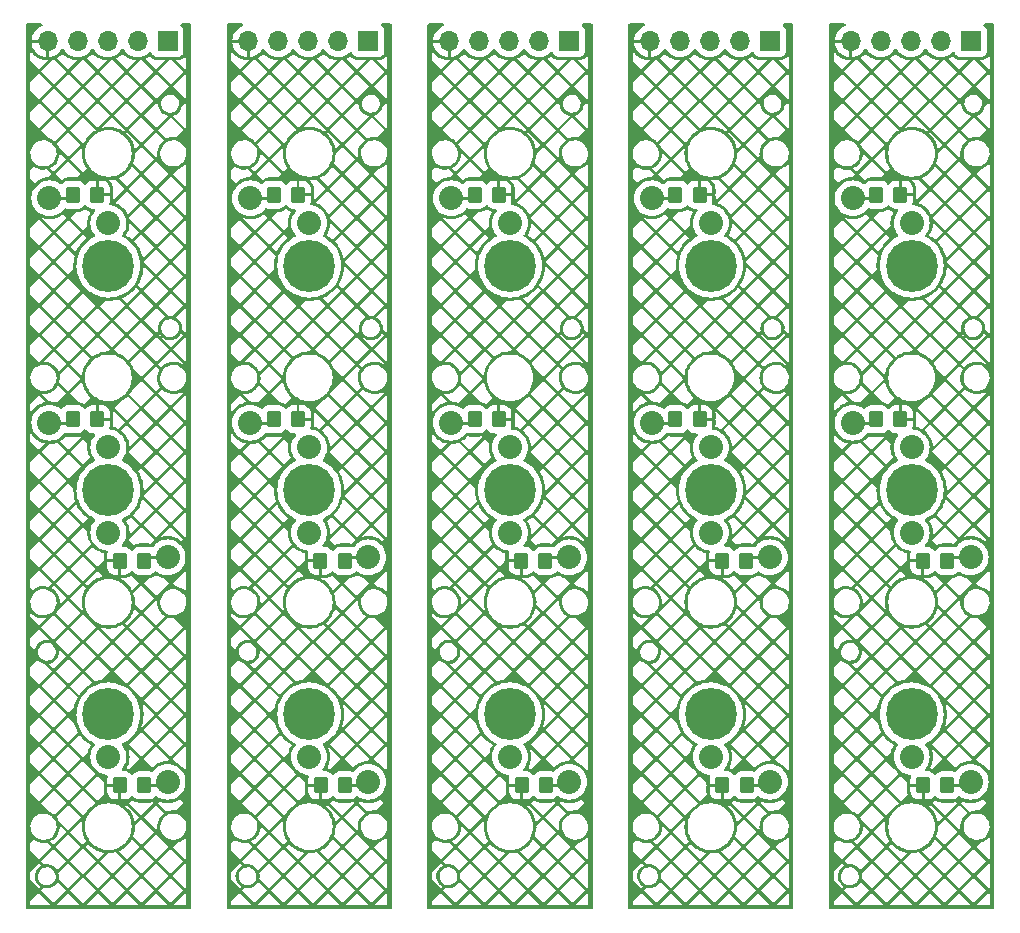
<source format=gbl>
%MOIN*%
%OFA0B0*%
%FSLAX46Y46*%
%IPPOS*%
%LPD*%
%AMRoundRect*
4,1,4,
0.07874015748031496,0.11811023622047245,
0.15748031496062992,0.19685039370078741,
0.23622047244094491,0.27559055118110237,
0.31496062992125984,0.35433070866141736,
0.07874015748031496,0.11811023622047245,
0*
1,1,$1,$2,$3*
1,1,$1,$2,$3*
1,1,$1,$2,$3*
1,1,$1,$2,$3*
20,1,$1,$2,$3,$4,$5,0*
20,1,$1,$2,$3,$4,$5,0*
20,1,$1,$2,$3,$4,$5,0*
20,1,$1,$2,$3,$4,$5,0*%
%AMCOMP1*
4,1,3,
-0.012795275590551183,-0.017716535433070866,
0.012795275590551183,-0.017716535433070866,
0.012795275590551183,0.017716535433070866,
-0.012795275590551183,0.017716535433070866,
0*
4,1,19,
-0.012795275590551183,-0.0078740157480314977,
-0.0097537697404040617,-0.0083557429498508518,
-0.0070099876742866826,-0.0097537697404040617,
-0.0048325098978843758,-0.011931247516806368,
-0.0034344831073311669,-0.014675029582923747,
-0.0029527559055118114,-0.017716535433070866,
-0.0034344831073311656,-0.020758041283217985,
-0.0048325098978843758,-0.023501823349335368,
-0.0070099876742866817,-0.025679301125737672,
-0.0097537697404040617,-0.027077327916290882,
-0.012795275590551181,-0.027559055118110236,
-0.015836781440698305,-0.027077327916290882,
-0.018580563506815681,-0.025679301125737675,
-0.020758041283217985,-0.023501823349335368,
-0.0221560680737712,-0.020758041283217992,
-0.022637795275590549,-0.017716535433070869,
-0.0221560680737712,-0.014675029582923748,
-0.020758041283217992,-0.011931247516806369,
-0.018580563506815684,-0.0097537697404040634,
-0.015836781440698305,-0.0083557429498508518,
0*
4,1,19,
0.012795275590551183,-0.0078740157480314977,
0.015836781440698302,-0.0083557429498508518,
0.018580563506815681,-0.0097537697404040617,
0.020758041283217985,-0.011931247516806368,
0.0221560680737712,-0.014675029582923747,
0.022637795275590549,-0.017716535433070866,
0.0221560680737712,-0.020758041283217985,
0.020758041283217985,-0.023501823349335368,
0.018580563506815681,-0.025679301125737672,
0.015836781440698302,-0.027077327916290882,
0.012795275590551184,-0.027559055118110236,
0.00975376974040406,-0.027077327916290882,
0.0070099876742866834,-0.025679301125737675,
0.0048325098978843775,-0.023501823349335368,
0.0034344831073311669,-0.020758041283217992,
0.0029527559055118114,-0.017716535433070869,
0.0034344831073311656,-0.014675029582923748,
0.0048325098978843749,-0.011931247516806369,
0.00700998767428668,-0.0097537697404040634,
0.00975376974040406,-0.0083557429498508518,
0*
4,1,19,
0.012795275590551183,0.027559055118110236,
0.015836781440698302,0.027077327916290882,
0.018580563506815681,0.025679301125737672,
0.020758041283217985,0.023501823349335368,
0.0221560680737712,0.020758041283217985,
0.022637795275590549,0.017716535433070866,
0.0221560680737712,0.014675029582923748,
0.020758041283217985,0.011931247516806368,
0.018580563506815681,0.0097537697404040634,
0.015836781440698302,0.0083557429498508518,
0.012795275590551184,0.0078740157480314977,
0.00975376974040406,0.0083557429498508518,
0.0070099876742866834,0.00975376974040406,
0.0048325098978843775,0.011931247516806368,
0.0034344831073311669,0.014675029582923745,
0.0029527559055118114,0.017716535433070866,
0.0034344831073311656,0.020758041283217985,
0.0048325098978843749,0.023501823349335368,
0.00700998767428668,0.025679301125737672,
0.00975376974040406,0.027077327916290882,
0*
4,1,19,
-0.012795275590551183,0.027559055118110236,
-0.0097537697404040617,0.027077327916290882,
-0.0070099876742866826,0.025679301125737672,
-0.0048325098978843758,0.023501823349335368,
-0.0034344831073311669,0.020758041283217985,
-0.0029527559055118114,0.017716535433070866,
-0.0034344831073311656,0.014675029582923748,
-0.0048325098978843758,0.011931247516806368,
-0.0070099876742866817,0.0097537697404040634,
-0.0097537697404040617,0.0083557429498508518,
-0.012795275590551181,0.0078740157480314977,
-0.015836781440698305,0.0083557429498508518,
-0.018580563506815681,0.00975376974040406,
-0.020758041283217985,0.011931247516806368,
-0.0221560680737712,0.014675029582923745,
-0.022637795275590549,0.017716535433070866,
-0.0221560680737712,0.020758041283217985,
-0.020758041283217992,0.023501823349335368,
-0.018580563506815684,0.025679301125737672,
-0.015836781440698305,0.027077327916290882,
0*
4,1,3,
-0.012795275590551183,-0.027559055118110236,
-0.012795275590551183,-0.0078740157480314977,
0.012795275590551183,-0.0078740157480314977,
0.012795275590551183,-0.027559055118110236,
0*
4,1,3,
0.022637795275590549,-0.017716535433070866,
0.0029527559055118114,-0.017716535433070866,
0.0029527559055118114,0.017716535433070866,
0.022637795275590549,0.017716535433070866,
0*
4,1,3,
0.012795275590551183,0.027559055118110236,
0.012795275590551183,0.0078740157480314977,
-0.012795275590551183,0.0078740157480314977,
-0.012795275590551183,0.027559055118110236,
0*
4,1,3,
-0.022637795275590549,0.017716535433070866,
-0.0029527559055118114,0.017716535433070866,
-0.0029527559055118114,-0.017716535433070866,
-0.022637795275590549,-0.017716535433070866,
0*%
%AMCOMP2*
4,1,3,
0.012795275590551183,0.017716535433070866,
-0.012795275590551183,0.017716535433070866,
-0.012795275590551183,-0.017716535433070866,
0.012795275590551183,-0.017716535433070866,
0*
4,1,19,
0.012795275590551183,0.027559055118110236,
0.015836781440698302,0.027077327916290882,
0.018580563506815681,0.025679301125737672,
0.020758041283217985,0.023501823349335368,
0.0221560680737712,0.020758041283217985,
0.022637795275590549,0.017716535433070866,
0.0221560680737712,0.014675029582923748,
0.020758041283217985,0.011931247516806368,
0.018580563506815681,0.0097537697404040634,
0.015836781440698302,0.0083557429498508518,
0.012795275590551184,0.0078740157480314977,
0.00975376974040406,0.0083557429498508518,
0.0070099876742866834,0.00975376974040406,
0.0048325098978843775,0.011931247516806368,
0.0034344831073311669,0.014675029582923745,
0.0029527559055118114,0.017716535433070866,
0.0034344831073311656,0.020758041283217985,
0.0048325098978843749,0.023501823349335368,
0.00700998767428668,0.025679301125737672,
0.00975376974040406,0.027077327916290882,
0*
4,1,19,
-0.012795275590551183,0.027559055118110236,
-0.0097537697404040617,0.027077327916290882,
-0.0070099876742866826,0.025679301125737672,
-0.0048325098978843758,0.023501823349335368,
-0.0034344831073311669,0.020758041283217985,
-0.0029527559055118114,0.017716535433070866,
-0.0034344831073311656,0.014675029582923748,
-0.0048325098978843758,0.011931247516806368,
-0.0070099876742866817,0.0097537697404040634,
-0.0097537697404040617,0.0083557429498508518,
-0.012795275590551181,0.0078740157480314977,
-0.015836781440698305,0.0083557429498508518,
-0.018580563506815681,0.00975376974040406,
-0.020758041283217985,0.011931247516806368,
-0.0221560680737712,0.014675029582923745,
-0.022637795275590549,0.017716535433070866,
-0.0221560680737712,0.020758041283217985,
-0.020758041283217992,0.023501823349335368,
-0.018580563506815684,0.025679301125737672,
-0.015836781440698305,0.027077327916290882,
0*
4,1,19,
-0.012795275590551183,-0.0078740157480314977,
-0.0097537697404040617,-0.0083557429498508518,
-0.0070099876742866826,-0.0097537697404040617,
-0.0048325098978843758,-0.011931247516806368,
-0.0034344831073311669,-0.014675029582923747,
-0.0029527559055118114,-0.017716535433070866,
-0.0034344831073311656,-0.020758041283217985,
-0.0048325098978843758,-0.023501823349335368,
-0.0070099876742866817,-0.025679301125737672,
-0.0097537697404040617,-0.027077327916290882,
-0.012795275590551181,-0.027559055118110236,
-0.015836781440698305,-0.027077327916290882,
-0.018580563506815681,-0.025679301125737675,
-0.020758041283217985,-0.023501823349335368,
-0.0221560680737712,-0.020758041283217992,
-0.022637795275590549,-0.017716535433070869,
-0.0221560680737712,-0.014675029582923748,
-0.020758041283217992,-0.011931247516806369,
-0.018580563506815684,-0.0097537697404040634,
-0.015836781440698305,-0.0083557429498508518,
0*
4,1,19,
0.012795275590551183,-0.0078740157480314977,
0.015836781440698302,-0.0083557429498508518,
0.018580563506815681,-0.0097537697404040617,
0.020758041283217985,-0.011931247516806368,
0.0221560680737712,-0.014675029582923747,
0.022637795275590549,-0.017716535433070866,
0.0221560680737712,-0.020758041283217985,
0.020758041283217985,-0.023501823349335368,
0.018580563506815681,-0.025679301125737672,
0.015836781440698302,-0.027077327916290882,
0.012795275590551184,-0.027559055118110236,
0.00975376974040406,-0.027077327916290882,
0.0070099876742866834,-0.025679301125737675,
0.0048325098978843775,-0.023501823349335368,
0.0034344831073311669,-0.020758041283217992,
0.0029527559055118114,-0.017716535433070869,
0.0034344831073311656,-0.014675029582923748,
0.0048325098978843749,-0.011931247516806369,
0.00700998767428668,-0.0097537697404040634,
0.00975376974040406,-0.0083557429498508518,
0*
4,1,3,
0.012795275590551183,0.027559055118110236,
0.012795275590551183,0.0078740157480314977,
-0.012795275590551183,0.0078740157480314977,
-0.012795275590551183,0.027559055118110236,
0*
4,1,3,
-0.022637795275590549,0.017716535433070866,
-0.0029527559055118114,0.017716535433070866,
-0.0029527559055118114,-0.017716535433070866,
-0.022637795275590549,-0.017716535433070866,
0*
4,1,3,
-0.012795275590551183,-0.027559055118110236,
-0.012795275590551183,-0.0078740157480314977,
0.012795275590551183,-0.0078740157480314977,
0.012795275590551183,-0.027559055118110236,
0*
4,1,3,
0.022637795275590549,-0.017716535433070866,
0.0029527559055118114,-0.017716535433070866,
0.0029527559055118114,0.017716535433070866,
0.022637795275590549,0.017716535433070866,
0*%
%AMRoundRect0*
4,1,4,
0.07874015748031496,0.11811023622047245,
0.15748031496062992,0.19685039370078741,
0.23622047244094491,0.27559055118110237,
0.31496062992125984,0.35433070866141736,
0.07874015748031496,0.11811023622047245,
0*
1,1,$1,$2,$3*
1,1,$1,$2,$3*
1,1,$1,$2,$3*
1,1,$1,$2,$3*
20,1,$1,$2,$3,$4,$5,0*
20,1,$1,$2,$3,$4,$5,0*
20,1,$1,$2,$3,$4,$5,0*
20,1,$1,$2,$3,$4,$5,0*%
%AMCOMP50*
4,1,3,
-0.012795275590551183,-0.017716535433070866,
0.012795275590551183,-0.017716535433070866,
0.012795275590551183,0.017716535433070866,
-0.012795275590551183,0.017716535433070866,
0*
4,1,19,
-0.012795275590551183,-0.0078740157480314977,
-0.0097537697404040617,-0.0083557429498508518,
-0.0070099876742866826,-0.0097537697404040617,
-0.0048325098978843758,-0.011931247516806368,
-0.0034344831073311669,-0.014675029582923747,
-0.0029527559055118114,-0.017716535433070866,
-0.0034344831073311656,-0.020758041283217985,
-0.0048325098978843758,-0.023501823349335368,
-0.0070099876742866817,-0.025679301125737672,
-0.0097537697404040617,-0.027077327916290882,
-0.012795275590551181,-0.027559055118110236,
-0.015836781440698305,-0.027077327916290882,
-0.018580563506815681,-0.025679301125737675,
-0.020758041283217985,-0.023501823349335368,
-0.0221560680737712,-0.020758041283217992,
-0.022637795275590549,-0.017716535433070869,
-0.0221560680737712,-0.014675029582923748,
-0.020758041283217992,-0.011931247516806369,
-0.018580563506815684,-0.0097537697404040634,
-0.015836781440698305,-0.0083557429498508518,
0*
4,1,19,
0.012795275590551183,-0.0078740157480314977,
0.015836781440698302,-0.0083557429498508518,
0.018580563506815681,-0.0097537697404040617,
0.020758041283217985,-0.011931247516806368,
0.0221560680737712,-0.014675029582923747,
0.022637795275590549,-0.017716535433070866,
0.0221560680737712,-0.020758041283217985,
0.020758041283217985,-0.023501823349335368,
0.018580563506815681,-0.025679301125737672,
0.015836781440698302,-0.027077327916290882,
0.012795275590551184,-0.027559055118110236,
0.00975376974040406,-0.027077327916290882,
0.0070099876742866834,-0.025679301125737675,
0.0048325098978843775,-0.023501823349335368,
0.0034344831073311669,-0.020758041283217992,
0.0029527559055118114,-0.017716535433070869,
0.0034344831073311656,-0.014675029582923748,
0.0048325098978843749,-0.011931247516806369,
0.00700998767428668,-0.0097537697404040634,
0.00975376974040406,-0.0083557429498508518,
0*
4,1,19,
0.012795275590551183,0.027559055118110236,
0.015836781440698302,0.027077327916290882,
0.018580563506815681,0.025679301125737672,
0.020758041283217985,0.023501823349335368,
0.0221560680737712,0.020758041283217985,
0.022637795275590549,0.017716535433070866,
0.0221560680737712,0.014675029582923748,
0.020758041283217985,0.011931247516806368,
0.018580563506815681,0.0097537697404040634,
0.015836781440698302,0.0083557429498508518,
0.012795275590551184,0.0078740157480314977,
0.00975376974040406,0.0083557429498508518,
0.0070099876742866834,0.00975376974040406,
0.0048325098978843775,0.011931247516806368,
0.0034344831073311669,0.014675029582923745,
0.0029527559055118114,0.017716535433070866,
0.0034344831073311656,0.020758041283217985,
0.0048325098978843749,0.023501823349335368,
0.00700998767428668,0.025679301125737672,
0.00975376974040406,0.027077327916290882,
0*
4,1,19,
-0.012795275590551183,0.027559055118110236,
-0.0097537697404040617,0.027077327916290882,
-0.0070099876742866826,0.025679301125737672,
-0.0048325098978843758,0.023501823349335368,
-0.0034344831073311669,0.020758041283217985,
-0.0029527559055118114,0.017716535433070866,
-0.0034344831073311656,0.014675029582923748,
-0.0048325098978843758,0.011931247516806368,
-0.0070099876742866817,0.0097537697404040634,
-0.0097537697404040617,0.0083557429498508518,
-0.012795275590551181,0.0078740157480314977,
-0.015836781440698305,0.0083557429498508518,
-0.018580563506815681,0.00975376974040406,
-0.020758041283217985,0.011931247516806368,
-0.0221560680737712,0.014675029582923745,
-0.022637795275590549,0.017716535433070866,
-0.0221560680737712,0.020758041283217985,
-0.020758041283217992,0.023501823349335368,
-0.018580563506815684,0.025679301125737672,
-0.015836781440698305,0.027077327916290882,
0*
4,1,3,
-0.012795275590551183,-0.027559055118110236,
-0.012795275590551183,-0.0078740157480314977,
0.012795275590551183,-0.0078740157480314977,
0.012795275590551183,-0.027559055118110236,
0*
4,1,3,
0.022637795275590549,-0.017716535433070866,
0.0029527559055118114,-0.017716535433070866,
0.0029527559055118114,0.017716535433070866,
0.022637795275590549,0.017716535433070866,
0*
4,1,3,
0.012795275590551183,0.027559055118110236,
0.012795275590551183,0.0078740157480314977,
-0.012795275590551183,0.0078740157480314977,
-0.012795275590551183,0.027559055118110236,
0*
4,1,3,
-0.022637795275590549,0.017716535433070866,
-0.0029527559055118114,0.017716535433070866,
-0.0029527559055118114,-0.017716535433070866,
-0.022637795275590549,-0.017716535433070866,
0*%
%AMCOMP60*
4,1,3,
0.012795275590551183,0.017716535433070866,
-0.012795275590551183,0.017716535433070866,
-0.012795275590551183,-0.017716535433070866,
0.012795275590551183,-0.017716535433070866,
0*
4,1,19,
0.012795275590551183,0.027559055118110236,
0.015836781440698302,0.027077327916290882,
0.018580563506815681,0.025679301125737672,
0.020758041283217985,0.023501823349335368,
0.0221560680737712,0.020758041283217985,
0.022637795275590549,0.017716535433070866,
0.0221560680737712,0.014675029582923748,
0.020758041283217985,0.011931247516806368,
0.018580563506815681,0.0097537697404040634,
0.015836781440698302,0.0083557429498508518,
0.012795275590551184,0.0078740157480314977,
0.00975376974040406,0.0083557429498508518,
0.0070099876742866834,0.00975376974040406,
0.0048325098978843775,0.011931247516806368,
0.0034344831073311669,0.014675029582923745,
0.0029527559055118114,0.017716535433070866,
0.0034344831073311656,0.020758041283217985,
0.0048325098978843749,0.023501823349335368,
0.00700998767428668,0.025679301125737672,
0.00975376974040406,0.027077327916290882,
0*
4,1,19,
-0.012795275590551183,0.027559055118110236,
-0.0097537697404040617,0.027077327916290882,
-0.0070099876742866826,0.025679301125737672,
-0.0048325098978843758,0.023501823349335368,
-0.0034344831073311669,0.020758041283217985,
-0.0029527559055118114,0.017716535433070866,
-0.0034344831073311656,0.014675029582923748,
-0.0048325098978843758,0.011931247516806368,
-0.0070099876742866817,0.0097537697404040634,
-0.0097537697404040617,0.0083557429498508518,
-0.012795275590551181,0.0078740157480314977,
-0.015836781440698305,0.0083557429498508518,
-0.018580563506815681,0.00975376974040406,
-0.020758041283217985,0.011931247516806368,
-0.0221560680737712,0.014675029582923745,
-0.022637795275590549,0.017716535433070866,
-0.0221560680737712,0.020758041283217985,
-0.020758041283217992,0.023501823349335368,
-0.018580563506815684,0.025679301125737672,
-0.015836781440698305,0.027077327916290882,
0*
4,1,19,
-0.012795275590551183,-0.0078740157480314977,
-0.0097537697404040617,-0.0083557429498508518,
-0.0070099876742866826,-0.0097537697404040617,
-0.0048325098978843758,-0.011931247516806368,
-0.0034344831073311669,-0.014675029582923747,
-0.0029527559055118114,-0.017716535433070866,
-0.0034344831073311656,-0.020758041283217985,
-0.0048325098978843758,-0.023501823349335368,
-0.0070099876742866817,-0.025679301125737672,
-0.0097537697404040617,-0.027077327916290882,
-0.012795275590551181,-0.027559055118110236,
-0.015836781440698305,-0.027077327916290882,
-0.018580563506815681,-0.025679301125737675,
-0.020758041283217985,-0.023501823349335368,
-0.0221560680737712,-0.020758041283217992,
-0.022637795275590549,-0.017716535433070869,
-0.0221560680737712,-0.014675029582923748,
-0.020758041283217992,-0.011931247516806369,
-0.018580563506815684,-0.0097537697404040634,
-0.015836781440698305,-0.0083557429498508518,
0*
4,1,19,
0.012795275590551183,-0.0078740157480314977,
0.015836781440698302,-0.0083557429498508518,
0.018580563506815681,-0.0097537697404040617,
0.020758041283217985,-0.011931247516806368,
0.0221560680737712,-0.014675029582923747,
0.022637795275590549,-0.017716535433070866,
0.0221560680737712,-0.020758041283217985,
0.020758041283217985,-0.023501823349335368,
0.018580563506815681,-0.025679301125737672,
0.015836781440698302,-0.027077327916290882,
0.012795275590551184,-0.027559055118110236,
0.00975376974040406,-0.027077327916290882,
0.0070099876742866834,-0.025679301125737675,
0.0048325098978843775,-0.023501823349335368,
0.0034344831073311669,-0.020758041283217992,
0.0029527559055118114,-0.017716535433070869,
0.0034344831073311656,-0.014675029582923748,
0.0048325098978843749,-0.011931247516806369,
0.00700998767428668,-0.0097537697404040634,
0.00975376974040406,-0.0083557429498508518,
0*
4,1,3,
0.012795275590551183,0.027559055118110236,
0.012795275590551183,0.0078740157480314977,
-0.012795275590551183,0.0078740157480314977,
-0.012795275590551183,0.027559055118110236,
0*
4,1,3,
-0.022637795275590549,0.017716535433070866,
-0.0029527559055118114,0.017716535433070866,
-0.0029527559055118114,-0.017716535433070866,
-0.022637795275590549,-0.017716535433070866,
0*
4,1,3,
-0.012795275590551183,-0.027559055118110236,
-0.012795275590551183,-0.0078740157480314977,
0.012795275590551183,-0.0078740157480314977,
0.012795275590551183,-0.027559055118110236,
0*
4,1,3,
0.022637795275590549,-0.017716535433070866,
0.0029527559055118114,-0.017716535433070866,
0.0029527559055118114,0.017716535433070866,
0.022637795275590549,0.017716535433070866,
0*%
%AMRoundRect1*
4,1,4,
0.07874015748031496,0.11811023622047245,
0.15748031496062992,0.19685039370078741,
0.23622047244094491,0.27559055118110237,
0.31496062992125984,0.35433070866141736,
0.07874015748031496,0.11811023622047245,
0*
1,1,$1,$2,$3*
1,1,$1,$2,$3*
1,1,$1,$2,$3*
1,1,$1,$2,$3*
20,1,$1,$2,$3,$4,$5,0*
20,1,$1,$2,$3,$4,$5,0*
20,1,$1,$2,$3,$4,$5,0*
20,1,$1,$2,$3,$4,$5,0*%
%AMCOMP90*
4,1,3,
-0.012795275590551183,-0.017716535433070866,
0.012795275590551183,-0.017716535433070866,
0.012795275590551183,0.017716535433070866,
-0.012795275590551183,0.017716535433070866,
0*
4,1,19,
-0.012795275590551183,-0.0078740157480314977,
-0.0097537697404040617,-0.0083557429498508518,
-0.0070099876742866826,-0.0097537697404040617,
-0.0048325098978843758,-0.011931247516806368,
-0.0034344831073311669,-0.014675029582923747,
-0.0029527559055118114,-0.017716535433070866,
-0.0034344831073311656,-0.020758041283217985,
-0.0048325098978843758,-0.023501823349335368,
-0.0070099876742866817,-0.025679301125737672,
-0.0097537697404040617,-0.027077327916290882,
-0.012795275590551181,-0.027559055118110236,
-0.015836781440698305,-0.027077327916290882,
-0.018580563506815681,-0.025679301125737675,
-0.020758041283217985,-0.023501823349335368,
-0.0221560680737712,-0.020758041283217992,
-0.022637795275590549,-0.017716535433070869,
-0.0221560680737712,-0.014675029582923748,
-0.020758041283217992,-0.011931247516806369,
-0.018580563506815684,-0.0097537697404040634,
-0.015836781440698305,-0.0083557429498508518,
0*
4,1,19,
0.012795275590551183,-0.0078740157480314977,
0.015836781440698302,-0.0083557429498508518,
0.018580563506815681,-0.0097537697404040617,
0.020758041283217985,-0.011931247516806368,
0.0221560680737712,-0.014675029582923747,
0.022637795275590549,-0.017716535433070866,
0.0221560680737712,-0.020758041283217985,
0.020758041283217985,-0.023501823349335368,
0.018580563506815681,-0.025679301125737672,
0.015836781440698302,-0.027077327916290882,
0.012795275590551184,-0.027559055118110236,
0.00975376974040406,-0.027077327916290882,
0.0070099876742866834,-0.025679301125737675,
0.0048325098978843775,-0.023501823349335368,
0.0034344831073311669,-0.020758041283217992,
0.0029527559055118114,-0.017716535433070869,
0.0034344831073311656,-0.014675029582923748,
0.0048325098978843749,-0.011931247516806369,
0.00700998767428668,-0.0097537697404040634,
0.00975376974040406,-0.0083557429498508518,
0*
4,1,19,
0.012795275590551183,0.027559055118110236,
0.015836781440698302,0.027077327916290882,
0.018580563506815681,0.025679301125737672,
0.020758041283217985,0.023501823349335368,
0.0221560680737712,0.020758041283217985,
0.022637795275590549,0.017716535433070866,
0.0221560680737712,0.014675029582923748,
0.020758041283217985,0.011931247516806368,
0.018580563506815681,0.0097537697404040634,
0.015836781440698302,0.0083557429498508518,
0.012795275590551184,0.0078740157480314977,
0.00975376974040406,0.0083557429498508518,
0.0070099876742866834,0.00975376974040406,
0.0048325098978843775,0.011931247516806368,
0.0034344831073311669,0.014675029582923745,
0.0029527559055118114,0.017716535433070866,
0.0034344831073311656,0.020758041283217985,
0.0048325098978843749,0.023501823349335368,
0.00700998767428668,0.025679301125737672,
0.00975376974040406,0.027077327916290882,
0*
4,1,19,
-0.012795275590551183,0.027559055118110236,
-0.0097537697404040617,0.027077327916290882,
-0.0070099876742866826,0.025679301125737672,
-0.0048325098978843758,0.023501823349335368,
-0.0034344831073311669,0.020758041283217985,
-0.0029527559055118114,0.017716535433070866,
-0.0034344831073311656,0.014675029582923748,
-0.0048325098978843758,0.011931247516806368,
-0.0070099876742866817,0.0097537697404040634,
-0.0097537697404040617,0.0083557429498508518,
-0.012795275590551181,0.0078740157480314977,
-0.015836781440698305,0.0083557429498508518,
-0.018580563506815681,0.00975376974040406,
-0.020758041283217985,0.011931247516806368,
-0.0221560680737712,0.014675029582923745,
-0.022637795275590549,0.017716535433070866,
-0.0221560680737712,0.020758041283217985,
-0.020758041283217992,0.023501823349335368,
-0.018580563506815684,0.025679301125737672,
-0.015836781440698305,0.027077327916290882,
0*
4,1,3,
-0.012795275590551183,-0.027559055118110236,
-0.012795275590551183,-0.0078740157480314977,
0.012795275590551183,-0.0078740157480314977,
0.012795275590551183,-0.027559055118110236,
0*
4,1,3,
0.022637795275590549,-0.017716535433070866,
0.0029527559055118114,-0.017716535433070866,
0.0029527559055118114,0.017716535433070866,
0.022637795275590549,0.017716535433070866,
0*
4,1,3,
0.012795275590551183,0.027559055118110236,
0.012795275590551183,0.0078740157480314977,
-0.012795275590551183,0.0078740157480314977,
-0.012795275590551183,0.027559055118110236,
0*
4,1,3,
-0.022637795275590549,0.017716535433070866,
-0.0029527559055118114,0.017716535433070866,
-0.0029527559055118114,-0.017716535433070866,
-0.022637795275590549,-0.017716535433070866,
0*%
%AMCOMP100*
4,1,3,
0.012795275590551183,0.017716535433070866,
-0.012795275590551183,0.017716535433070866,
-0.012795275590551183,-0.017716535433070866,
0.012795275590551183,-0.017716535433070866,
0*
4,1,19,
0.012795275590551183,0.027559055118110236,
0.015836781440698302,0.027077327916290882,
0.018580563506815681,0.025679301125737672,
0.020758041283217985,0.023501823349335368,
0.0221560680737712,0.020758041283217985,
0.022637795275590549,0.017716535433070866,
0.0221560680737712,0.014675029582923748,
0.020758041283217985,0.011931247516806368,
0.018580563506815681,0.0097537697404040634,
0.015836781440698302,0.0083557429498508518,
0.012795275590551184,0.0078740157480314977,
0.00975376974040406,0.0083557429498508518,
0.0070099876742866834,0.00975376974040406,
0.0048325098978843775,0.011931247516806368,
0.0034344831073311669,0.014675029582923745,
0.0029527559055118114,0.017716535433070866,
0.0034344831073311656,0.020758041283217985,
0.0048325098978843749,0.023501823349335368,
0.00700998767428668,0.025679301125737672,
0.00975376974040406,0.027077327916290882,
0*
4,1,19,
-0.012795275590551183,0.027559055118110236,
-0.0097537697404040617,0.027077327916290882,
-0.0070099876742866826,0.025679301125737672,
-0.0048325098978843758,0.023501823349335368,
-0.0034344831073311669,0.020758041283217985,
-0.0029527559055118114,0.017716535433070866,
-0.0034344831073311656,0.014675029582923748,
-0.0048325098978843758,0.011931247516806368,
-0.0070099876742866817,0.0097537697404040634,
-0.0097537697404040617,0.0083557429498508518,
-0.012795275590551181,0.0078740157480314977,
-0.015836781440698305,0.0083557429498508518,
-0.018580563506815681,0.00975376974040406,
-0.020758041283217985,0.011931247516806368,
-0.0221560680737712,0.014675029582923745,
-0.022637795275590549,0.017716535433070866,
-0.0221560680737712,0.020758041283217985,
-0.020758041283217992,0.023501823349335368,
-0.018580563506815684,0.025679301125737672,
-0.015836781440698305,0.027077327916290882,
0*
4,1,19,
-0.012795275590551183,-0.0078740157480314977,
-0.0097537697404040617,-0.0083557429498508518,
-0.0070099876742866826,-0.0097537697404040617,
-0.0048325098978843758,-0.011931247516806368,
-0.0034344831073311669,-0.014675029582923747,
-0.0029527559055118114,-0.017716535433070866,
-0.0034344831073311656,-0.020758041283217985,
-0.0048325098978843758,-0.023501823349335368,
-0.0070099876742866817,-0.025679301125737672,
-0.0097537697404040617,-0.027077327916290882,
-0.012795275590551181,-0.027559055118110236,
-0.015836781440698305,-0.027077327916290882,
-0.018580563506815681,-0.025679301125737675,
-0.020758041283217985,-0.023501823349335368,
-0.0221560680737712,-0.020758041283217992,
-0.022637795275590549,-0.017716535433070869,
-0.0221560680737712,-0.014675029582923748,
-0.020758041283217992,-0.011931247516806369,
-0.018580563506815684,-0.0097537697404040634,
-0.015836781440698305,-0.0083557429498508518,
0*
4,1,19,
0.012795275590551183,-0.0078740157480314977,
0.015836781440698302,-0.0083557429498508518,
0.018580563506815681,-0.0097537697404040617,
0.020758041283217985,-0.011931247516806368,
0.0221560680737712,-0.014675029582923747,
0.022637795275590549,-0.017716535433070866,
0.0221560680737712,-0.020758041283217985,
0.020758041283217985,-0.023501823349335368,
0.018580563506815681,-0.025679301125737672,
0.015836781440698302,-0.027077327916290882,
0.012795275590551184,-0.027559055118110236,
0.00975376974040406,-0.027077327916290882,
0.0070099876742866834,-0.025679301125737675,
0.0048325098978843775,-0.023501823349335368,
0.0034344831073311669,-0.020758041283217992,
0.0029527559055118114,-0.017716535433070869,
0.0034344831073311656,-0.014675029582923748,
0.0048325098978843749,-0.011931247516806369,
0.00700998767428668,-0.0097537697404040634,
0.00975376974040406,-0.0083557429498508518,
0*
4,1,3,
0.012795275590551183,0.027559055118110236,
0.012795275590551183,0.0078740157480314977,
-0.012795275590551183,0.0078740157480314977,
-0.012795275590551183,0.027559055118110236,
0*
4,1,3,
-0.022637795275590549,0.017716535433070866,
-0.0029527559055118114,0.017716535433070866,
-0.0029527559055118114,-0.017716535433070866,
-0.022637795275590549,-0.017716535433070866,
0*
4,1,3,
-0.012795275590551183,-0.027559055118110236,
-0.012795275590551183,-0.0078740157480314977,
0.012795275590551183,-0.0078740157480314977,
0.012795275590551183,-0.027559055118110236,
0*
4,1,3,
0.022637795275590549,-0.017716535433070866,
0.0029527559055118114,-0.017716535433070866,
0.0029527559055118114,0.017716535433070866,
0.022637795275590549,0.017716535433070866,
0*%
%AMRoundRect0*
4,1,4,
0.07874015748031496,0.11811023622047245,
0.15748031496062992,0.19685039370078741,
0.23622047244094491,0.27559055118110237,
0.31496062992125984,0.35433070866141736,
0.07874015748031496,0.11811023622047245,
0*
1,1,$1,$2,$3*
1,1,$1,$2,$3*
1,1,$1,$2,$3*
1,1,$1,$2,$3*
20,1,$1,$2,$3,$4,$5,0*
20,1,$1,$2,$3,$4,$5,0*
20,1,$1,$2,$3,$4,$5,0*
20,1,$1,$2,$3,$4,$5,0*%
%AMCOMP130*
4,1,3,
-0.012795275590551183,-0.017716535433070866,
0.012795275590551183,-0.017716535433070866,
0.012795275590551183,0.017716535433070866,
-0.012795275590551183,0.017716535433070866,
0*
4,1,19,
-0.012795275590551183,-0.0078740157480314977,
-0.0097537697404040617,-0.0083557429498508518,
-0.0070099876742866826,-0.0097537697404040617,
-0.0048325098978843758,-0.011931247516806368,
-0.0034344831073311669,-0.014675029582923747,
-0.0029527559055118114,-0.017716535433070866,
-0.0034344831073311656,-0.020758041283217985,
-0.0048325098978843758,-0.023501823349335368,
-0.0070099876742866817,-0.025679301125737672,
-0.0097537697404040617,-0.027077327916290882,
-0.012795275590551181,-0.027559055118110236,
-0.015836781440698305,-0.027077327916290882,
-0.018580563506815681,-0.025679301125737675,
-0.020758041283217985,-0.023501823349335368,
-0.0221560680737712,-0.020758041283217992,
-0.022637795275590549,-0.017716535433070869,
-0.0221560680737712,-0.014675029582923748,
-0.020758041283217992,-0.011931247516806369,
-0.018580563506815684,-0.0097537697404040634,
-0.015836781440698305,-0.0083557429498508518,
0*
4,1,19,
0.012795275590551183,-0.0078740157480314977,
0.015836781440698302,-0.0083557429498508518,
0.018580563506815681,-0.0097537697404040617,
0.020758041283217985,-0.011931247516806368,
0.0221560680737712,-0.014675029582923747,
0.022637795275590549,-0.017716535433070866,
0.0221560680737712,-0.020758041283217985,
0.020758041283217985,-0.023501823349335368,
0.018580563506815681,-0.025679301125737672,
0.015836781440698302,-0.027077327916290882,
0.012795275590551184,-0.027559055118110236,
0.00975376974040406,-0.027077327916290882,
0.0070099876742866834,-0.025679301125737675,
0.0048325098978843775,-0.023501823349335368,
0.0034344831073311669,-0.020758041283217992,
0.0029527559055118114,-0.017716535433070869,
0.0034344831073311656,-0.014675029582923748,
0.0048325098978843749,-0.011931247516806369,
0.00700998767428668,-0.0097537697404040634,
0.00975376974040406,-0.0083557429498508518,
0*
4,1,19,
0.012795275590551183,0.027559055118110236,
0.015836781440698302,0.027077327916290882,
0.018580563506815681,0.025679301125737672,
0.020758041283217985,0.023501823349335368,
0.0221560680737712,0.020758041283217985,
0.022637795275590549,0.017716535433070866,
0.0221560680737712,0.014675029582923748,
0.020758041283217985,0.011931247516806368,
0.018580563506815681,0.0097537697404040634,
0.015836781440698302,0.0083557429498508518,
0.012795275590551184,0.0078740157480314977,
0.00975376974040406,0.0083557429498508518,
0.0070099876742866834,0.00975376974040406,
0.0048325098978843775,0.011931247516806368,
0.0034344831073311669,0.014675029582923745,
0.0029527559055118114,0.017716535433070866,
0.0034344831073311656,0.020758041283217985,
0.0048325098978843749,0.023501823349335368,
0.00700998767428668,0.025679301125737672,
0.00975376974040406,0.027077327916290882,
0*
4,1,19,
-0.012795275590551183,0.027559055118110236,
-0.0097537697404040617,0.027077327916290882,
-0.0070099876742866826,0.025679301125737672,
-0.0048325098978843758,0.023501823349335368,
-0.0034344831073311669,0.020758041283217985,
-0.0029527559055118114,0.017716535433070866,
-0.0034344831073311656,0.014675029582923748,
-0.0048325098978843758,0.011931247516806368,
-0.0070099876742866817,0.0097537697404040634,
-0.0097537697404040617,0.0083557429498508518,
-0.012795275590551181,0.0078740157480314977,
-0.015836781440698305,0.0083557429498508518,
-0.018580563506815681,0.00975376974040406,
-0.020758041283217985,0.011931247516806368,
-0.0221560680737712,0.014675029582923745,
-0.022637795275590549,0.017716535433070866,
-0.0221560680737712,0.020758041283217985,
-0.020758041283217992,0.023501823349335368,
-0.018580563506815684,0.025679301125737672,
-0.015836781440698305,0.027077327916290882,
0*
4,1,3,
-0.012795275590551183,-0.027559055118110236,
-0.012795275590551183,-0.0078740157480314977,
0.012795275590551183,-0.0078740157480314977,
0.012795275590551183,-0.027559055118110236,
0*
4,1,3,
0.022637795275590549,-0.017716535433070866,
0.0029527559055118114,-0.017716535433070866,
0.0029527559055118114,0.017716535433070866,
0.022637795275590549,0.017716535433070866,
0*
4,1,3,
0.012795275590551183,0.027559055118110236,
0.012795275590551183,0.0078740157480314977,
-0.012795275590551183,0.0078740157480314977,
-0.012795275590551183,0.027559055118110236,
0*
4,1,3,
-0.022637795275590549,0.017716535433070866,
-0.0029527559055118114,0.017716535433070866,
-0.0029527559055118114,-0.017716535433070866,
-0.022637795275590549,-0.017716535433070866,
0*%
%AMCOMP140*
4,1,3,
0.012795275590551183,0.017716535433070866,
-0.012795275590551183,0.017716535433070866,
-0.012795275590551183,-0.017716535433070866,
0.012795275590551183,-0.017716535433070866,
0*
4,1,19,
0.012795275590551183,0.027559055118110236,
0.015836781440698302,0.027077327916290882,
0.018580563506815681,0.025679301125737672,
0.020758041283217985,0.023501823349335368,
0.0221560680737712,0.020758041283217985,
0.022637795275590549,0.017716535433070866,
0.0221560680737712,0.014675029582923748,
0.020758041283217985,0.011931247516806368,
0.018580563506815681,0.0097537697404040634,
0.015836781440698302,0.0083557429498508518,
0.012795275590551184,0.0078740157480314977,
0.00975376974040406,0.0083557429498508518,
0.0070099876742866834,0.00975376974040406,
0.0048325098978843775,0.011931247516806368,
0.0034344831073311669,0.014675029582923745,
0.0029527559055118114,0.017716535433070866,
0.0034344831073311656,0.020758041283217985,
0.0048325098978843749,0.023501823349335368,
0.00700998767428668,0.025679301125737672,
0.00975376974040406,0.027077327916290882,
0*
4,1,19,
-0.012795275590551183,0.027559055118110236,
-0.0097537697404040617,0.027077327916290882,
-0.0070099876742866826,0.025679301125737672,
-0.0048325098978843758,0.023501823349335368,
-0.0034344831073311669,0.020758041283217985,
-0.0029527559055118114,0.017716535433070866,
-0.0034344831073311656,0.014675029582923748,
-0.0048325098978843758,0.011931247516806368,
-0.0070099876742866817,0.0097537697404040634,
-0.0097537697404040617,0.0083557429498508518,
-0.012795275590551181,0.0078740157480314977,
-0.015836781440698305,0.0083557429498508518,
-0.018580563506815681,0.00975376974040406,
-0.020758041283217985,0.011931247516806368,
-0.0221560680737712,0.014675029582923745,
-0.022637795275590549,0.017716535433070866,
-0.0221560680737712,0.020758041283217985,
-0.020758041283217992,0.023501823349335368,
-0.018580563506815684,0.025679301125737672,
-0.015836781440698305,0.027077327916290882,
0*
4,1,19,
-0.012795275590551183,-0.0078740157480314977,
-0.0097537697404040617,-0.0083557429498508518,
-0.0070099876742866826,-0.0097537697404040617,
-0.0048325098978843758,-0.011931247516806368,
-0.0034344831073311669,-0.014675029582923747,
-0.0029527559055118114,-0.017716535433070866,
-0.0034344831073311656,-0.020758041283217985,
-0.0048325098978843758,-0.023501823349335368,
-0.0070099876742866817,-0.025679301125737672,
-0.0097537697404040617,-0.027077327916290882,
-0.012795275590551181,-0.027559055118110236,
-0.015836781440698305,-0.027077327916290882,
-0.018580563506815681,-0.025679301125737675,
-0.020758041283217985,-0.023501823349335368,
-0.0221560680737712,-0.020758041283217992,
-0.022637795275590549,-0.017716535433070869,
-0.0221560680737712,-0.014675029582923748,
-0.020758041283217992,-0.011931247516806369,
-0.018580563506815684,-0.0097537697404040634,
-0.015836781440698305,-0.0083557429498508518,
0*
4,1,19,
0.012795275590551183,-0.0078740157480314977,
0.015836781440698302,-0.0083557429498508518,
0.018580563506815681,-0.0097537697404040617,
0.020758041283217985,-0.011931247516806368,
0.0221560680737712,-0.014675029582923747,
0.022637795275590549,-0.017716535433070866,
0.0221560680737712,-0.020758041283217985,
0.020758041283217985,-0.023501823349335368,
0.018580563506815681,-0.025679301125737672,
0.015836781440698302,-0.027077327916290882,
0.012795275590551184,-0.027559055118110236,
0.00975376974040406,-0.027077327916290882,
0.0070099876742866834,-0.025679301125737675,
0.0048325098978843775,-0.023501823349335368,
0.0034344831073311669,-0.020758041283217992,
0.0029527559055118114,-0.017716535433070869,
0.0034344831073311656,-0.014675029582923748,
0.0048325098978843749,-0.011931247516806369,
0.00700998767428668,-0.0097537697404040634,
0.00975376974040406,-0.0083557429498508518,
0*
4,1,3,
0.012795275590551183,0.027559055118110236,
0.012795275590551183,0.0078740157480314977,
-0.012795275590551183,0.0078740157480314977,
-0.012795275590551183,0.027559055118110236,
0*
4,1,3,
-0.022637795275590549,0.017716535433070866,
-0.0029527559055118114,0.017716535433070866,
-0.0029527559055118114,-0.017716535433070866,
-0.022637795275590549,-0.017716535433070866,
0*
4,1,3,
-0.012795275590551183,-0.027559055118110236,
-0.012795275590551183,-0.0078740157480314977,
0.012795275590551183,-0.0078740157480314977,
0.012795275590551183,-0.027559055118110236,
0*
4,1,3,
0.022637795275590549,-0.017716535433070866,
0.0029527559055118114,-0.017716535433070866,
0.0029527559055118114,0.017716535433070866,
0.022637795275590549,0.017716535433070866,
0*%
%AMRoundRect1*
4,1,4,
0.07874015748031496,0.11811023622047245,
0.15748031496062992,0.19685039370078741,
0.23622047244094491,0.27559055118110237,
0.31496062992125984,0.35433070866141736,
0.07874015748031496,0.11811023622047245,
0*
1,1,$1,$2,$3*
1,1,$1,$2,$3*
1,1,$1,$2,$3*
1,1,$1,$2,$3*
20,1,$1,$2,$3,$4,$5,0*
20,1,$1,$2,$3,$4,$5,0*
20,1,$1,$2,$3,$4,$5,0*
20,1,$1,$2,$3,$4,$5,0*%
%AMCOMP170*
4,1,3,
-0.012795275590551183,-0.017716535433070866,
0.012795275590551183,-0.017716535433070866,
0.012795275590551183,0.017716535433070866,
-0.012795275590551183,0.017716535433070866,
0*
4,1,19,
-0.012795275590551183,-0.0078740157480314977,
-0.0097537697404040617,-0.0083557429498508518,
-0.0070099876742866826,-0.0097537697404040617,
-0.0048325098978843758,-0.011931247516806368,
-0.0034344831073311669,-0.014675029582923747,
-0.0029527559055118114,-0.017716535433070866,
-0.0034344831073311656,-0.020758041283217985,
-0.0048325098978843758,-0.023501823349335368,
-0.0070099876742866817,-0.025679301125737672,
-0.0097537697404040617,-0.027077327916290882,
-0.012795275590551181,-0.027559055118110236,
-0.015836781440698305,-0.027077327916290882,
-0.018580563506815681,-0.025679301125737675,
-0.020758041283217985,-0.023501823349335368,
-0.0221560680737712,-0.020758041283217992,
-0.022637795275590549,-0.017716535433070869,
-0.0221560680737712,-0.014675029582923748,
-0.020758041283217992,-0.011931247516806369,
-0.018580563506815684,-0.0097537697404040634,
-0.015836781440698305,-0.0083557429498508518,
0*
4,1,19,
0.012795275590551183,-0.0078740157480314977,
0.015836781440698302,-0.0083557429498508518,
0.018580563506815681,-0.0097537697404040617,
0.020758041283217985,-0.011931247516806368,
0.0221560680737712,-0.014675029582923747,
0.022637795275590549,-0.017716535433070866,
0.0221560680737712,-0.020758041283217985,
0.020758041283217985,-0.023501823349335368,
0.018580563506815681,-0.025679301125737672,
0.015836781440698302,-0.027077327916290882,
0.012795275590551184,-0.027559055118110236,
0.00975376974040406,-0.027077327916290882,
0.0070099876742866834,-0.025679301125737675,
0.0048325098978843775,-0.023501823349335368,
0.0034344831073311669,-0.020758041283217992,
0.0029527559055118114,-0.017716535433070869,
0.0034344831073311656,-0.014675029582923748,
0.0048325098978843749,-0.011931247516806369,
0.00700998767428668,-0.0097537697404040634,
0.00975376974040406,-0.0083557429498508518,
0*
4,1,19,
0.012795275590551183,0.027559055118110236,
0.015836781440698302,0.027077327916290882,
0.018580563506815681,0.025679301125737672,
0.020758041283217985,0.023501823349335368,
0.0221560680737712,0.020758041283217985,
0.022637795275590549,0.017716535433070866,
0.0221560680737712,0.014675029582923748,
0.020758041283217985,0.011931247516806368,
0.018580563506815681,0.0097537697404040634,
0.015836781440698302,0.0083557429498508518,
0.012795275590551184,0.0078740157480314977,
0.00975376974040406,0.0083557429498508518,
0.0070099876742866834,0.00975376974040406,
0.0048325098978843775,0.011931247516806368,
0.0034344831073311669,0.014675029582923745,
0.0029527559055118114,0.017716535433070866,
0.0034344831073311656,0.020758041283217985,
0.0048325098978843749,0.023501823349335368,
0.00700998767428668,0.025679301125737672,
0.00975376974040406,0.027077327916290882,
0*
4,1,19,
-0.012795275590551183,0.027559055118110236,
-0.0097537697404040617,0.027077327916290882,
-0.0070099876742866826,0.025679301125737672,
-0.0048325098978843758,0.023501823349335368,
-0.0034344831073311669,0.020758041283217985,
-0.0029527559055118114,0.017716535433070866,
-0.0034344831073311656,0.014675029582923748,
-0.0048325098978843758,0.011931247516806368,
-0.0070099876742866817,0.0097537697404040634,
-0.0097537697404040617,0.0083557429498508518,
-0.012795275590551181,0.0078740157480314977,
-0.015836781440698305,0.0083557429498508518,
-0.018580563506815681,0.00975376974040406,
-0.020758041283217985,0.011931247516806368,
-0.0221560680737712,0.014675029582923745,
-0.022637795275590549,0.017716535433070866,
-0.0221560680737712,0.020758041283217985,
-0.020758041283217992,0.023501823349335368,
-0.018580563506815684,0.025679301125737672,
-0.015836781440698305,0.027077327916290882,
0*
4,1,3,
-0.012795275590551183,-0.027559055118110236,
-0.012795275590551183,-0.0078740157480314977,
0.012795275590551183,-0.0078740157480314977,
0.012795275590551183,-0.027559055118110236,
0*
4,1,3,
0.022637795275590549,-0.017716535433070866,
0.0029527559055118114,-0.017716535433070866,
0.0029527559055118114,0.017716535433070866,
0.022637795275590549,0.017716535433070866,
0*
4,1,3,
0.012795275590551183,0.027559055118110236,
0.012795275590551183,0.0078740157480314977,
-0.012795275590551183,0.0078740157480314977,
-0.012795275590551183,0.027559055118110236,
0*
4,1,3,
-0.022637795275590549,0.017716535433070866,
-0.0029527559055118114,0.017716535433070866,
-0.0029527559055118114,-0.017716535433070866,
-0.022637795275590549,-0.017716535433070866,
0*%
%AMCOMP180*
4,1,3,
0.012795275590551183,0.017716535433070866,
-0.012795275590551183,0.017716535433070866,
-0.012795275590551183,-0.017716535433070866,
0.012795275590551183,-0.017716535433070866,
0*
4,1,19,
0.012795275590551183,0.027559055118110236,
0.015836781440698302,0.027077327916290882,
0.018580563506815681,0.025679301125737672,
0.020758041283217985,0.023501823349335368,
0.0221560680737712,0.020758041283217985,
0.022637795275590549,0.017716535433070866,
0.0221560680737712,0.014675029582923748,
0.020758041283217985,0.011931247516806368,
0.018580563506815681,0.0097537697404040634,
0.015836781440698302,0.0083557429498508518,
0.012795275590551184,0.0078740157480314977,
0.00975376974040406,0.0083557429498508518,
0.0070099876742866834,0.00975376974040406,
0.0048325098978843775,0.011931247516806368,
0.0034344831073311669,0.014675029582923745,
0.0029527559055118114,0.017716535433070866,
0.0034344831073311656,0.020758041283217985,
0.0048325098978843749,0.023501823349335368,
0.00700998767428668,0.025679301125737672,
0.00975376974040406,0.027077327916290882,
0*
4,1,19,
-0.012795275590551183,0.027559055118110236,
-0.0097537697404040617,0.027077327916290882,
-0.0070099876742866826,0.025679301125737672,
-0.0048325098978843758,0.023501823349335368,
-0.0034344831073311669,0.020758041283217985,
-0.0029527559055118114,0.017716535433070866,
-0.0034344831073311656,0.014675029582923748,
-0.0048325098978843758,0.011931247516806368,
-0.0070099876742866817,0.0097537697404040634,
-0.0097537697404040617,0.0083557429498508518,
-0.012795275590551181,0.0078740157480314977,
-0.015836781440698305,0.0083557429498508518,
-0.018580563506815681,0.00975376974040406,
-0.020758041283217985,0.011931247516806368,
-0.0221560680737712,0.014675029582923745,
-0.022637795275590549,0.017716535433070866,
-0.0221560680737712,0.020758041283217985,
-0.020758041283217992,0.023501823349335368,
-0.018580563506815684,0.025679301125737672,
-0.015836781440698305,0.027077327916290882,
0*
4,1,19,
-0.012795275590551183,-0.0078740157480314977,
-0.0097537697404040617,-0.0083557429498508518,
-0.0070099876742866826,-0.0097537697404040617,
-0.0048325098978843758,-0.011931247516806368,
-0.0034344831073311669,-0.014675029582923747,
-0.0029527559055118114,-0.017716535433070866,
-0.0034344831073311656,-0.020758041283217985,
-0.0048325098978843758,-0.023501823349335368,
-0.0070099876742866817,-0.025679301125737672,
-0.0097537697404040617,-0.027077327916290882,
-0.012795275590551181,-0.027559055118110236,
-0.015836781440698305,-0.027077327916290882,
-0.018580563506815681,-0.025679301125737675,
-0.020758041283217985,-0.023501823349335368,
-0.0221560680737712,-0.020758041283217992,
-0.022637795275590549,-0.017716535433070869,
-0.0221560680737712,-0.014675029582923748,
-0.020758041283217992,-0.011931247516806369,
-0.018580563506815684,-0.0097537697404040634,
-0.015836781440698305,-0.0083557429498508518,
0*
4,1,19,
0.012795275590551183,-0.0078740157480314977,
0.015836781440698302,-0.0083557429498508518,
0.018580563506815681,-0.0097537697404040617,
0.020758041283217985,-0.011931247516806368,
0.0221560680737712,-0.014675029582923747,
0.022637795275590549,-0.017716535433070866,
0.0221560680737712,-0.020758041283217985,
0.020758041283217985,-0.023501823349335368,
0.018580563506815681,-0.025679301125737672,
0.015836781440698302,-0.027077327916290882,
0.012795275590551184,-0.027559055118110236,
0.00975376974040406,-0.027077327916290882,
0.0070099876742866834,-0.025679301125737675,
0.0048325098978843775,-0.023501823349335368,
0.0034344831073311669,-0.020758041283217992,
0.0029527559055118114,-0.017716535433070869,
0.0034344831073311656,-0.014675029582923748,
0.0048325098978843749,-0.011931247516806369,
0.00700998767428668,-0.0097537697404040634,
0.00975376974040406,-0.0083557429498508518,
0*
4,1,3,
0.012795275590551183,0.027559055118110236,
0.012795275590551183,0.0078740157480314977,
-0.012795275590551183,0.0078740157480314977,
-0.012795275590551183,0.027559055118110236,
0*
4,1,3,
-0.022637795275590549,0.017716535433070866,
-0.0029527559055118114,0.017716535433070866,
-0.0029527559055118114,-0.017716535433070866,
-0.022637795275590549,-0.017716535433070866,
0*
4,1,3,
-0.012795275590551183,-0.027559055118110236,
-0.012795275590551183,-0.0078740157480314977,
0.012795275590551183,-0.0078740157480314977,
0.012795275590551183,-0.027559055118110236,
0*
4,1,3,
0.022637795275590549,-0.017716535433070866,
0.0029527559055118114,-0.017716535433070866,
0.0029527559055118114,0.017716535433070866,
0.022637795275590549,0.017716535433070866,
0*%
%ADD10R,0.066929133858267723X0.066929133858267723*%
%ADD11O,0.066929133858267723X0.066929133858267723*%
%ADD12C,0.08*%
%AMCOMP27*
4,1,3,
-0.012795275590551183,-0.017716535433070866,
0.012795275590551183,-0.017716535433070866,
0.012795275590551183,0.017716535433070866,
-0.012795275590551183,0.017716535433070866,
0*
4,1,19,
-0.012795275590551183,-0.0078740157480314977,
-0.0097537697404040617,-0.0083557429498508518,
-0.0070099876742866826,-0.0097537697404040617,
-0.0048325098978843758,-0.011931247516806368,
-0.0034344831073311669,-0.014675029582923747,
-0.0029527559055118114,-0.017716535433070866,
-0.0034344831073311656,-0.020758041283217985,
-0.0048325098978843758,-0.023501823349335368,
-0.0070099876742866817,-0.025679301125737672,
-0.0097537697404040617,-0.027077327916290882,
-0.012795275590551181,-0.027559055118110236,
-0.015836781440698305,-0.027077327916290882,
-0.018580563506815681,-0.025679301125737675,
-0.020758041283217985,-0.023501823349335368,
-0.0221560680737712,-0.020758041283217992,
-0.022637795275590549,-0.017716535433070869,
-0.0221560680737712,-0.014675029582923748,
-0.020758041283217992,-0.011931247516806369,
-0.018580563506815684,-0.0097537697404040634,
-0.015836781440698305,-0.0083557429498508518,
0*
4,1,19,
0.012795275590551183,-0.0078740157480314977,
0.015836781440698302,-0.0083557429498508518,
0.018580563506815681,-0.0097537697404040617,
0.020758041283217985,-0.011931247516806368,
0.0221560680737712,-0.014675029582923747,
0.022637795275590549,-0.017716535433070866,
0.0221560680737712,-0.020758041283217985,
0.020758041283217985,-0.023501823349335368,
0.018580563506815681,-0.025679301125737672,
0.015836781440698302,-0.027077327916290882,
0.012795275590551184,-0.027559055118110236,
0.00975376974040406,-0.027077327916290882,
0.0070099876742866834,-0.025679301125737675,
0.0048325098978843775,-0.023501823349335368,
0.0034344831073311669,-0.020758041283217992,
0.0029527559055118114,-0.017716535433070869,
0.0034344831073311656,-0.014675029582923748,
0.0048325098978843749,-0.011931247516806369,
0.00700998767428668,-0.0097537697404040634,
0.00975376974040406,-0.0083557429498508518,
0*
4,1,19,
0.012795275590551183,0.027559055118110236,
0.015836781440698302,0.027077327916290882,
0.018580563506815681,0.025679301125737672,
0.020758041283217985,0.023501823349335368,
0.0221560680737712,0.020758041283217985,
0.022637795275590549,0.017716535433070866,
0.0221560680737712,0.014675029582923748,
0.020758041283217985,0.011931247516806368,
0.018580563506815681,0.0097537697404040634,
0.015836781440698302,0.0083557429498508518,
0.012795275590551184,0.0078740157480314977,
0.00975376974040406,0.0083557429498508518,
0.0070099876742866834,0.00975376974040406,
0.0048325098978843775,0.011931247516806368,
0.0034344831073311669,0.014675029582923745,
0.0029527559055118114,0.017716535433070866,
0.0034344831073311656,0.020758041283217985,
0.0048325098978843749,0.023501823349335368,
0.00700998767428668,0.025679301125737672,
0.00975376974040406,0.027077327916290882,
0*
4,1,19,
-0.012795275590551183,0.027559055118110236,
-0.0097537697404040617,0.027077327916290882,
-0.0070099876742866826,0.025679301125737672,
-0.0048325098978843758,0.023501823349335368,
-0.0034344831073311669,0.020758041283217985,
-0.0029527559055118114,0.017716535433070866,
-0.0034344831073311656,0.014675029582923748,
-0.0048325098978843758,0.011931247516806368,
-0.0070099876742866817,0.0097537697404040634,
-0.0097537697404040617,0.0083557429498508518,
-0.012795275590551181,0.0078740157480314977,
-0.015836781440698305,0.0083557429498508518,
-0.018580563506815681,0.00975376974040406,
-0.020758041283217985,0.011931247516806368,
-0.0221560680737712,0.014675029582923745,
-0.022637795275590549,0.017716535433070866,
-0.0221560680737712,0.020758041283217985,
-0.020758041283217992,0.023501823349335368,
-0.018580563506815684,0.025679301125737672,
-0.015836781440698305,0.027077327916290882,
0*
4,1,3,
-0.012795275590551183,-0.027559055118110236,
-0.012795275590551183,-0.0078740157480314977,
0.012795275590551183,-0.0078740157480314977,
0.012795275590551183,-0.027559055118110236,
0*
4,1,3,
0.022637795275590549,-0.017716535433070866,
0.0029527559055118114,-0.017716535433070866,
0.0029527559055118114,0.017716535433070866,
0.022637795275590549,0.017716535433070866,
0*
4,1,3,
0.012795275590551183,0.027559055118110236,
0.012795275590551183,0.0078740157480314977,
-0.012795275590551183,0.0078740157480314977,
-0.012795275590551183,0.027559055118110236,
0*
4,1,3,
-0.022637795275590549,0.017716535433070866,
-0.0029527559055118114,0.017716535433070866,
-0.0029527559055118114,-0.017716535433070866,
-0.022637795275590549,-0.017716535433070866,
0*%
%ADD13COMP27,0.25X-0.325X-0.45X0.325X-0.45X0.325X0.45X-0.325X0.45X0*%
%AMCOMP29*
4,1,3,
0.012795275590551183,0.017716535433070866,
-0.012795275590551183,0.017716535433070866,
-0.012795275590551183,-0.017716535433070866,
0.012795275590551183,-0.017716535433070866,
0*
4,1,19,
0.012795275590551183,0.027559055118110236,
0.015836781440698302,0.027077327916290882,
0.018580563506815681,0.025679301125737672,
0.020758041283217985,0.023501823349335368,
0.0221560680737712,0.020758041283217985,
0.022637795275590549,0.017716535433070866,
0.0221560680737712,0.014675029582923748,
0.020758041283217985,0.011931247516806368,
0.018580563506815681,0.0097537697404040634,
0.015836781440698302,0.0083557429498508518,
0.012795275590551184,0.0078740157480314977,
0.00975376974040406,0.0083557429498508518,
0.0070099876742866834,0.00975376974040406,
0.0048325098978843775,0.011931247516806368,
0.0034344831073311669,0.014675029582923745,
0.0029527559055118114,0.017716535433070866,
0.0034344831073311656,0.020758041283217985,
0.0048325098978843749,0.023501823349335368,
0.00700998767428668,0.025679301125737672,
0.00975376974040406,0.027077327916290882,
0*
4,1,19,
-0.012795275590551183,0.027559055118110236,
-0.0097537697404040617,0.027077327916290882,
-0.0070099876742866826,0.025679301125737672,
-0.0048325098978843758,0.023501823349335368,
-0.0034344831073311669,0.020758041283217985,
-0.0029527559055118114,0.017716535433070866,
-0.0034344831073311656,0.014675029582923748,
-0.0048325098978843758,0.011931247516806368,
-0.0070099876742866817,0.0097537697404040634,
-0.0097537697404040617,0.0083557429498508518,
-0.012795275590551181,0.0078740157480314977,
-0.015836781440698305,0.0083557429498508518,
-0.018580563506815681,0.00975376974040406,
-0.020758041283217985,0.011931247516806368,
-0.0221560680737712,0.014675029582923745,
-0.022637795275590549,0.017716535433070866,
-0.0221560680737712,0.020758041283217985,
-0.020758041283217992,0.023501823349335368,
-0.018580563506815684,0.025679301125737672,
-0.015836781440698305,0.027077327916290882,
0*
4,1,19,
-0.012795275590551183,-0.0078740157480314977,
-0.0097537697404040617,-0.0083557429498508518,
-0.0070099876742866826,-0.0097537697404040617,
-0.0048325098978843758,-0.011931247516806368,
-0.0034344831073311669,-0.014675029582923747,
-0.0029527559055118114,-0.017716535433070866,
-0.0034344831073311656,-0.020758041283217985,
-0.0048325098978843758,-0.023501823349335368,
-0.0070099876742866817,-0.025679301125737672,
-0.0097537697404040617,-0.027077327916290882,
-0.012795275590551181,-0.027559055118110236,
-0.015836781440698305,-0.027077327916290882,
-0.018580563506815681,-0.025679301125737675,
-0.020758041283217985,-0.023501823349335368,
-0.0221560680737712,-0.020758041283217992,
-0.022637795275590549,-0.017716535433070869,
-0.0221560680737712,-0.014675029582923748,
-0.020758041283217992,-0.011931247516806369,
-0.018580563506815684,-0.0097537697404040634,
-0.015836781440698305,-0.0083557429498508518,
0*
4,1,19,
0.012795275590551183,-0.0078740157480314977,
0.015836781440698302,-0.0083557429498508518,
0.018580563506815681,-0.0097537697404040617,
0.020758041283217985,-0.011931247516806368,
0.0221560680737712,-0.014675029582923747,
0.022637795275590549,-0.017716535433070866,
0.0221560680737712,-0.020758041283217985,
0.020758041283217985,-0.023501823349335368,
0.018580563506815681,-0.025679301125737672,
0.015836781440698302,-0.027077327916290882,
0.012795275590551184,-0.027559055118110236,
0.00975376974040406,-0.027077327916290882,
0.0070099876742866834,-0.025679301125737675,
0.0048325098978843775,-0.023501823349335368,
0.0034344831073311669,-0.020758041283217992,
0.0029527559055118114,-0.017716535433070869,
0.0034344831073311656,-0.014675029582923748,
0.0048325098978843749,-0.011931247516806369,
0.00700998767428668,-0.0097537697404040634,
0.00975376974040406,-0.0083557429498508518,
0*
4,1,3,
0.012795275590551183,0.027559055118110236,
0.012795275590551183,0.0078740157480314977,
-0.012795275590551183,0.0078740157480314977,
-0.012795275590551183,0.027559055118110236,
0*
4,1,3,
-0.022637795275590549,0.017716535433070866,
-0.0029527559055118114,0.017716535433070866,
-0.0029527559055118114,-0.017716535433070866,
-0.022637795275590549,-0.017716535433070866,
0*
4,1,3,
-0.012795275590551183,-0.027559055118110236,
-0.012795275590551183,-0.0078740157480314977,
0.012795275590551183,-0.0078740157480314977,
0.012795275590551183,-0.027559055118110236,
0*
4,1,3,
0.022637795275590549,-0.017716535433070866,
0.0029527559055118114,-0.017716535433070866,
0.0029527559055118114,0.017716535433070866,
0.022637795275590549,0.017716535433070866,
0*%
%ADD14COMP29,0.25X0.325X0.45X-0.325X0.45X-0.325X-0.45X0.325X-0.45X0*%
%ADD15C,0.17322834645669294*%
%ADD16C,0.00984251968503937*%
%ADD27R,0.066929133858267723X0.066929133858267723*%
%ADD28O,0.066929133858267723X0.066929133858267723*%
%ADD29C,0.08*%
%AMCOMP31*
4,1,3,
-0.012795275590551183,-0.017716535433070866,
0.012795275590551183,-0.017716535433070866,
0.012795275590551183,0.017716535433070866,
-0.012795275590551183,0.017716535433070866,
0*
4,1,19,
-0.012795275590551183,-0.0078740157480314977,
-0.0097537697404040617,-0.0083557429498508518,
-0.0070099876742866826,-0.0097537697404040617,
-0.0048325098978843758,-0.011931247516806368,
-0.0034344831073311669,-0.014675029582923747,
-0.0029527559055118114,-0.017716535433070866,
-0.0034344831073311656,-0.020758041283217985,
-0.0048325098978843758,-0.023501823349335368,
-0.0070099876742866817,-0.025679301125737672,
-0.0097537697404040617,-0.027077327916290882,
-0.012795275590551181,-0.027559055118110236,
-0.015836781440698305,-0.027077327916290882,
-0.018580563506815681,-0.025679301125737675,
-0.020758041283217985,-0.023501823349335368,
-0.0221560680737712,-0.020758041283217992,
-0.022637795275590549,-0.017716535433070869,
-0.0221560680737712,-0.014675029582923748,
-0.020758041283217992,-0.011931247516806369,
-0.018580563506815684,-0.0097537697404040634,
-0.015836781440698305,-0.0083557429498508518,
0*
4,1,19,
0.012795275590551183,-0.0078740157480314977,
0.015836781440698302,-0.0083557429498508518,
0.018580563506815681,-0.0097537697404040617,
0.020758041283217985,-0.011931247516806368,
0.0221560680737712,-0.014675029582923747,
0.022637795275590549,-0.017716535433070866,
0.0221560680737712,-0.020758041283217985,
0.020758041283217985,-0.023501823349335368,
0.018580563506815681,-0.025679301125737672,
0.015836781440698302,-0.027077327916290882,
0.012795275590551184,-0.027559055118110236,
0.00975376974040406,-0.027077327916290882,
0.0070099876742866834,-0.025679301125737675,
0.0048325098978843775,-0.023501823349335368,
0.0034344831073311669,-0.020758041283217992,
0.0029527559055118114,-0.017716535433070869,
0.0034344831073311656,-0.014675029582923748,
0.0048325098978843749,-0.011931247516806369,
0.00700998767428668,-0.0097537697404040634,
0.00975376974040406,-0.0083557429498508518,
0*
4,1,19,
0.012795275590551183,0.027559055118110236,
0.015836781440698302,0.027077327916290882,
0.018580563506815681,0.025679301125737672,
0.020758041283217985,0.023501823349335368,
0.0221560680737712,0.020758041283217985,
0.022637795275590549,0.017716535433070866,
0.0221560680737712,0.014675029582923748,
0.020758041283217985,0.011931247516806368,
0.018580563506815681,0.0097537697404040634,
0.015836781440698302,0.0083557429498508518,
0.012795275590551184,0.0078740157480314977,
0.00975376974040406,0.0083557429498508518,
0.0070099876742866834,0.00975376974040406,
0.0048325098978843775,0.011931247516806368,
0.0034344831073311669,0.014675029582923745,
0.0029527559055118114,0.017716535433070866,
0.0034344831073311656,0.020758041283217985,
0.0048325098978843749,0.023501823349335368,
0.00700998767428668,0.025679301125737672,
0.00975376974040406,0.027077327916290882,
0*
4,1,19,
-0.012795275590551183,0.027559055118110236,
-0.0097537697404040617,0.027077327916290882,
-0.0070099876742866826,0.025679301125737672,
-0.0048325098978843758,0.023501823349335368,
-0.0034344831073311669,0.020758041283217985,
-0.0029527559055118114,0.017716535433070866,
-0.0034344831073311656,0.014675029582923748,
-0.0048325098978843758,0.011931247516806368,
-0.0070099876742866817,0.0097537697404040634,
-0.0097537697404040617,0.0083557429498508518,
-0.012795275590551181,0.0078740157480314977,
-0.015836781440698305,0.0083557429498508518,
-0.018580563506815681,0.00975376974040406,
-0.020758041283217985,0.011931247516806368,
-0.0221560680737712,0.014675029582923745,
-0.022637795275590549,0.017716535433070866,
-0.0221560680737712,0.020758041283217985,
-0.020758041283217992,0.023501823349335368,
-0.018580563506815684,0.025679301125737672,
-0.015836781440698305,0.027077327916290882,
0*
4,1,3,
-0.012795275590551183,-0.027559055118110236,
-0.012795275590551183,-0.0078740157480314977,
0.012795275590551183,-0.0078740157480314977,
0.012795275590551183,-0.027559055118110236,
0*
4,1,3,
0.022637795275590549,-0.017716535433070866,
0.0029527559055118114,-0.017716535433070866,
0.0029527559055118114,0.017716535433070866,
0.022637795275590549,0.017716535433070866,
0*
4,1,3,
0.012795275590551183,0.027559055118110236,
0.012795275590551183,0.0078740157480314977,
-0.012795275590551183,0.0078740157480314977,
-0.012795275590551183,0.027559055118110236,
0*
4,1,3,
-0.022637795275590549,0.017716535433070866,
-0.0029527559055118114,0.017716535433070866,
-0.0029527559055118114,-0.017716535433070866,
-0.022637795275590549,-0.017716535433070866,
0*%
%ADD30COMP31,0.25X-0.325X-0.45X0.325X-0.45X0.325X0.45X-0.325X0.45X0*%
%AMCOMP33*
4,1,3,
0.012795275590551183,0.017716535433070866,
-0.012795275590551183,0.017716535433070866,
-0.012795275590551183,-0.017716535433070866,
0.012795275590551183,-0.017716535433070866,
0*
4,1,19,
0.012795275590551183,0.027559055118110236,
0.015836781440698302,0.027077327916290882,
0.018580563506815681,0.025679301125737672,
0.020758041283217985,0.023501823349335368,
0.0221560680737712,0.020758041283217985,
0.022637795275590549,0.017716535433070866,
0.0221560680737712,0.014675029582923748,
0.020758041283217985,0.011931247516806368,
0.018580563506815681,0.0097537697404040634,
0.015836781440698302,0.0083557429498508518,
0.012795275590551184,0.0078740157480314977,
0.00975376974040406,0.0083557429498508518,
0.0070099876742866834,0.00975376974040406,
0.0048325098978843775,0.011931247516806368,
0.0034344831073311669,0.014675029582923745,
0.0029527559055118114,0.017716535433070866,
0.0034344831073311656,0.020758041283217985,
0.0048325098978843749,0.023501823349335368,
0.00700998767428668,0.025679301125737672,
0.00975376974040406,0.027077327916290882,
0*
4,1,19,
-0.012795275590551183,0.027559055118110236,
-0.0097537697404040617,0.027077327916290882,
-0.0070099876742866826,0.025679301125737672,
-0.0048325098978843758,0.023501823349335368,
-0.0034344831073311669,0.020758041283217985,
-0.0029527559055118114,0.017716535433070866,
-0.0034344831073311656,0.014675029582923748,
-0.0048325098978843758,0.011931247516806368,
-0.0070099876742866817,0.0097537697404040634,
-0.0097537697404040617,0.0083557429498508518,
-0.012795275590551181,0.0078740157480314977,
-0.015836781440698305,0.0083557429498508518,
-0.018580563506815681,0.00975376974040406,
-0.020758041283217985,0.011931247516806368,
-0.0221560680737712,0.014675029582923745,
-0.022637795275590549,0.017716535433070866,
-0.0221560680737712,0.020758041283217985,
-0.020758041283217992,0.023501823349335368,
-0.018580563506815684,0.025679301125737672,
-0.015836781440698305,0.027077327916290882,
0*
4,1,19,
-0.012795275590551183,-0.0078740157480314977,
-0.0097537697404040617,-0.0083557429498508518,
-0.0070099876742866826,-0.0097537697404040617,
-0.0048325098978843758,-0.011931247516806368,
-0.0034344831073311669,-0.014675029582923747,
-0.0029527559055118114,-0.017716535433070866,
-0.0034344831073311656,-0.020758041283217985,
-0.0048325098978843758,-0.023501823349335368,
-0.0070099876742866817,-0.025679301125737672,
-0.0097537697404040617,-0.027077327916290882,
-0.012795275590551181,-0.027559055118110236,
-0.015836781440698305,-0.027077327916290882,
-0.018580563506815681,-0.025679301125737675,
-0.020758041283217985,-0.023501823349335368,
-0.0221560680737712,-0.020758041283217992,
-0.022637795275590549,-0.017716535433070869,
-0.0221560680737712,-0.014675029582923748,
-0.020758041283217992,-0.011931247516806369,
-0.018580563506815684,-0.0097537697404040634,
-0.015836781440698305,-0.0083557429498508518,
0*
4,1,19,
0.012795275590551183,-0.0078740157480314977,
0.015836781440698302,-0.0083557429498508518,
0.018580563506815681,-0.0097537697404040617,
0.020758041283217985,-0.011931247516806368,
0.0221560680737712,-0.014675029582923747,
0.022637795275590549,-0.017716535433070866,
0.0221560680737712,-0.020758041283217985,
0.020758041283217985,-0.023501823349335368,
0.018580563506815681,-0.025679301125737672,
0.015836781440698302,-0.027077327916290882,
0.012795275590551184,-0.027559055118110236,
0.00975376974040406,-0.027077327916290882,
0.0070099876742866834,-0.025679301125737675,
0.0048325098978843775,-0.023501823349335368,
0.0034344831073311669,-0.020758041283217992,
0.0029527559055118114,-0.017716535433070869,
0.0034344831073311656,-0.014675029582923748,
0.0048325098978843749,-0.011931247516806369,
0.00700998767428668,-0.0097537697404040634,
0.00975376974040406,-0.0083557429498508518,
0*
4,1,3,
0.012795275590551183,0.027559055118110236,
0.012795275590551183,0.0078740157480314977,
-0.012795275590551183,0.0078740157480314977,
-0.012795275590551183,0.027559055118110236,
0*
4,1,3,
-0.022637795275590549,0.017716535433070866,
-0.0029527559055118114,0.017716535433070866,
-0.0029527559055118114,-0.017716535433070866,
-0.022637795275590549,-0.017716535433070866,
0*
4,1,3,
-0.012795275590551183,-0.027559055118110236,
-0.012795275590551183,-0.0078740157480314977,
0.012795275590551183,-0.0078740157480314977,
0.012795275590551183,-0.027559055118110236,
0*
4,1,3,
0.022637795275590549,-0.017716535433070866,
0.0029527559055118114,-0.017716535433070866,
0.0029527559055118114,0.017716535433070866,
0.022637795275590549,0.017716535433070866,
0*%
%ADD31COMP33,0.25X0.325X0.45X-0.325X0.45X-0.325X-0.45X0.325X-0.45X0*%
%ADD32C,0.17322834645669294*%
%ADD33C,0.00984251968503937*%
%ADD34R,0.066929133858267723X0.066929133858267723*%
%ADD35O,0.066929133858267723X0.066929133858267723*%
%ADD36C,0.08*%
%AMCOMP35*
4,1,3,
-0.012795275590551183,-0.017716535433070866,
0.012795275590551183,-0.017716535433070866,
0.012795275590551183,0.017716535433070866,
-0.012795275590551183,0.017716535433070866,
0*
4,1,19,
-0.012795275590551183,-0.0078740157480314977,
-0.0097537697404040617,-0.0083557429498508518,
-0.0070099876742866826,-0.0097537697404040617,
-0.0048325098978843758,-0.011931247516806368,
-0.0034344831073311669,-0.014675029582923747,
-0.0029527559055118114,-0.017716535433070866,
-0.0034344831073311656,-0.020758041283217985,
-0.0048325098978843758,-0.023501823349335368,
-0.0070099876742866817,-0.025679301125737672,
-0.0097537697404040617,-0.027077327916290882,
-0.012795275590551181,-0.027559055118110236,
-0.015836781440698305,-0.027077327916290882,
-0.018580563506815681,-0.025679301125737675,
-0.020758041283217985,-0.023501823349335368,
-0.0221560680737712,-0.020758041283217992,
-0.022637795275590549,-0.017716535433070869,
-0.0221560680737712,-0.014675029582923748,
-0.020758041283217992,-0.011931247516806369,
-0.018580563506815684,-0.0097537697404040634,
-0.015836781440698305,-0.0083557429498508518,
0*
4,1,19,
0.012795275590551183,-0.0078740157480314977,
0.015836781440698302,-0.0083557429498508518,
0.018580563506815681,-0.0097537697404040617,
0.020758041283217985,-0.011931247516806368,
0.0221560680737712,-0.014675029582923747,
0.022637795275590549,-0.017716535433070866,
0.0221560680737712,-0.020758041283217985,
0.020758041283217985,-0.023501823349335368,
0.018580563506815681,-0.025679301125737672,
0.015836781440698302,-0.027077327916290882,
0.012795275590551184,-0.027559055118110236,
0.00975376974040406,-0.027077327916290882,
0.0070099876742866834,-0.025679301125737675,
0.0048325098978843775,-0.023501823349335368,
0.0034344831073311669,-0.020758041283217992,
0.0029527559055118114,-0.017716535433070869,
0.0034344831073311656,-0.014675029582923748,
0.0048325098978843749,-0.011931247516806369,
0.00700998767428668,-0.0097537697404040634,
0.00975376974040406,-0.0083557429498508518,
0*
4,1,19,
0.012795275590551183,0.027559055118110236,
0.015836781440698302,0.027077327916290882,
0.018580563506815681,0.025679301125737672,
0.020758041283217985,0.023501823349335368,
0.0221560680737712,0.020758041283217985,
0.022637795275590549,0.017716535433070866,
0.0221560680737712,0.014675029582923748,
0.020758041283217985,0.011931247516806368,
0.018580563506815681,0.0097537697404040634,
0.015836781440698302,0.0083557429498508518,
0.012795275590551184,0.0078740157480314977,
0.00975376974040406,0.0083557429498508518,
0.0070099876742866834,0.00975376974040406,
0.0048325098978843775,0.011931247516806368,
0.0034344831073311669,0.014675029582923745,
0.0029527559055118114,0.017716535433070866,
0.0034344831073311656,0.020758041283217985,
0.0048325098978843749,0.023501823349335368,
0.00700998767428668,0.025679301125737672,
0.00975376974040406,0.027077327916290882,
0*
4,1,19,
-0.012795275590551183,0.027559055118110236,
-0.0097537697404040617,0.027077327916290882,
-0.0070099876742866826,0.025679301125737672,
-0.0048325098978843758,0.023501823349335368,
-0.0034344831073311669,0.020758041283217985,
-0.0029527559055118114,0.017716535433070866,
-0.0034344831073311656,0.014675029582923748,
-0.0048325098978843758,0.011931247516806368,
-0.0070099876742866817,0.0097537697404040634,
-0.0097537697404040617,0.0083557429498508518,
-0.012795275590551181,0.0078740157480314977,
-0.015836781440698305,0.0083557429498508518,
-0.018580563506815681,0.00975376974040406,
-0.020758041283217985,0.011931247516806368,
-0.0221560680737712,0.014675029582923745,
-0.022637795275590549,0.017716535433070866,
-0.0221560680737712,0.020758041283217985,
-0.020758041283217992,0.023501823349335368,
-0.018580563506815684,0.025679301125737672,
-0.015836781440698305,0.027077327916290882,
0*
4,1,3,
-0.012795275590551183,-0.027559055118110236,
-0.012795275590551183,-0.0078740157480314977,
0.012795275590551183,-0.0078740157480314977,
0.012795275590551183,-0.027559055118110236,
0*
4,1,3,
0.022637795275590549,-0.017716535433070866,
0.0029527559055118114,-0.017716535433070866,
0.0029527559055118114,0.017716535433070866,
0.022637795275590549,0.017716535433070866,
0*
4,1,3,
0.012795275590551183,0.027559055118110236,
0.012795275590551183,0.0078740157480314977,
-0.012795275590551183,0.0078740157480314977,
-0.012795275590551183,0.027559055118110236,
0*
4,1,3,
-0.022637795275590549,0.017716535433070866,
-0.0029527559055118114,0.017716535433070866,
-0.0029527559055118114,-0.017716535433070866,
-0.022637795275590549,-0.017716535433070866,
0*%
%ADD37COMP35,0.25X-0.325X-0.45X0.325X-0.45X0.325X0.45X-0.325X0.45X0*%
%AMCOMP36*
4,1,3,
0.012795275590551183,0.017716535433070866,
-0.012795275590551183,0.017716535433070866,
-0.012795275590551183,-0.017716535433070866,
0.012795275590551183,-0.017716535433070866,
0*
4,1,19,
0.012795275590551183,0.027559055118110236,
0.015836781440698302,0.027077327916290882,
0.018580563506815681,0.025679301125737672,
0.020758041283217985,0.023501823349335368,
0.0221560680737712,0.020758041283217985,
0.022637795275590549,0.017716535433070866,
0.0221560680737712,0.014675029582923748,
0.020758041283217985,0.011931247516806368,
0.018580563506815681,0.0097537697404040634,
0.015836781440698302,0.0083557429498508518,
0.012795275590551184,0.0078740157480314977,
0.00975376974040406,0.0083557429498508518,
0.0070099876742866834,0.00975376974040406,
0.0048325098978843775,0.011931247516806368,
0.0034344831073311669,0.014675029582923745,
0.0029527559055118114,0.017716535433070866,
0.0034344831073311656,0.020758041283217985,
0.0048325098978843749,0.023501823349335368,
0.00700998767428668,0.025679301125737672,
0.00975376974040406,0.027077327916290882,
0*
4,1,19,
-0.012795275590551183,0.027559055118110236,
-0.0097537697404040617,0.027077327916290882,
-0.0070099876742866826,0.025679301125737672,
-0.0048325098978843758,0.023501823349335368,
-0.0034344831073311669,0.020758041283217985,
-0.0029527559055118114,0.017716535433070866,
-0.0034344831073311656,0.014675029582923748,
-0.0048325098978843758,0.011931247516806368,
-0.0070099876742866817,0.0097537697404040634,
-0.0097537697404040617,0.0083557429498508518,
-0.012795275590551181,0.0078740157480314977,
-0.015836781440698305,0.0083557429498508518,
-0.018580563506815681,0.00975376974040406,
-0.020758041283217985,0.011931247516806368,
-0.0221560680737712,0.014675029582923745,
-0.022637795275590549,0.017716535433070866,
-0.0221560680737712,0.020758041283217985,
-0.020758041283217992,0.023501823349335368,
-0.018580563506815684,0.025679301125737672,
-0.015836781440698305,0.027077327916290882,
0*
4,1,19,
-0.012795275590551183,-0.0078740157480314977,
-0.0097537697404040617,-0.0083557429498508518,
-0.0070099876742866826,-0.0097537697404040617,
-0.0048325098978843758,-0.011931247516806368,
-0.0034344831073311669,-0.014675029582923747,
-0.0029527559055118114,-0.017716535433070866,
-0.0034344831073311656,-0.020758041283217985,
-0.0048325098978843758,-0.023501823349335368,
-0.0070099876742866817,-0.025679301125737672,
-0.0097537697404040617,-0.027077327916290882,
-0.012795275590551181,-0.027559055118110236,
-0.015836781440698305,-0.027077327916290882,
-0.018580563506815681,-0.025679301125737675,
-0.020758041283217985,-0.023501823349335368,
-0.0221560680737712,-0.020758041283217992,
-0.022637795275590549,-0.017716535433070869,
-0.0221560680737712,-0.014675029582923748,
-0.020758041283217992,-0.011931247516806369,
-0.018580563506815684,-0.0097537697404040634,
-0.015836781440698305,-0.0083557429498508518,
0*
4,1,19,
0.012795275590551183,-0.0078740157480314977,
0.015836781440698302,-0.0083557429498508518,
0.018580563506815681,-0.0097537697404040617,
0.020758041283217985,-0.011931247516806368,
0.0221560680737712,-0.014675029582923747,
0.022637795275590549,-0.017716535433070866,
0.0221560680737712,-0.020758041283217985,
0.020758041283217985,-0.023501823349335368,
0.018580563506815681,-0.025679301125737672,
0.015836781440698302,-0.027077327916290882,
0.012795275590551184,-0.027559055118110236,
0.00975376974040406,-0.027077327916290882,
0.0070099876742866834,-0.025679301125737675,
0.0048325098978843775,-0.023501823349335368,
0.0034344831073311669,-0.020758041283217992,
0.0029527559055118114,-0.017716535433070869,
0.0034344831073311656,-0.014675029582923748,
0.0048325098978843749,-0.011931247516806369,
0.00700998767428668,-0.0097537697404040634,
0.00975376974040406,-0.0083557429498508518,
0*
4,1,3,
0.012795275590551183,0.027559055118110236,
0.012795275590551183,0.0078740157480314977,
-0.012795275590551183,0.0078740157480314977,
-0.012795275590551183,0.027559055118110236,
0*
4,1,3,
-0.022637795275590549,0.017716535433070866,
-0.0029527559055118114,0.017716535433070866,
-0.0029527559055118114,-0.017716535433070866,
-0.022637795275590549,-0.017716535433070866,
0*
4,1,3,
-0.012795275590551183,-0.027559055118110236,
-0.012795275590551183,-0.0078740157480314977,
0.012795275590551183,-0.0078740157480314977,
0.012795275590551183,-0.027559055118110236,
0*
4,1,3,
0.022637795275590549,-0.017716535433070866,
0.0029527559055118114,-0.017716535433070866,
0.0029527559055118114,0.017716535433070866,
0.022637795275590549,0.017716535433070866,
0*%
%ADD38COMP36,0.25X0.325X0.45X-0.325X0.45X-0.325X-0.45X0.325X-0.45X0*%
%ADD39C,0.17322834645669294*%
%ADD40C,0.00984251968503937*%
%ADD41R,0.066929133858267723X0.066929133858267723*%
%ADD42O,0.066929133858267723X0.066929133858267723*%
%ADD43C,0.08*%
%AMCOMP37*
4,1,3,
-0.012795275590551183,-0.017716535433070866,
0.012795275590551183,-0.017716535433070866,
0.012795275590551183,0.017716535433070866,
-0.012795275590551183,0.017716535433070866,
0*
4,1,19,
-0.012795275590551183,-0.0078740157480314977,
-0.0097537697404040617,-0.0083557429498508518,
-0.0070099876742866826,-0.0097537697404040617,
-0.0048325098978843758,-0.011931247516806368,
-0.0034344831073311669,-0.014675029582923747,
-0.0029527559055118114,-0.017716535433070866,
-0.0034344831073311656,-0.020758041283217985,
-0.0048325098978843758,-0.023501823349335368,
-0.0070099876742866817,-0.025679301125737672,
-0.0097537697404040617,-0.027077327916290882,
-0.012795275590551181,-0.027559055118110236,
-0.015836781440698305,-0.027077327916290882,
-0.018580563506815681,-0.025679301125737675,
-0.020758041283217985,-0.023501823349335368,
-0.0221560680737712,-0.020758041283217992,
-0.022637795275590549,-0.017716535433070869,
-0.0221560680737712,-0.014675029582923748,
-0.020758041283217992,-0.011931247516806369,
-0.018580563506815684,-0.0097537697404040634,
-0.015836781440698305,-0.0083557429498508518,
0*
4,1,19,
0.012795275590551183,-0.0078740157480314977,
0.015836781440698302,-0.0083557429498508518,
0.018580563506815681,-0.0097537697404040617,
0.020758041283217985,-0.011931247516806368,
0.0221560680737712,-0.014675029582923747,
0.022637795275590549,-0.017716535433070866,
0.0221560680737712,-0.020758041283217985,
0.020758041283217985,-0.023501823349335368,
0.018580563506815681,-0.025679301125737672,
0.015836781440698302,-0.027077327916290882,
0.012795275590551184,-0.027559055118110236,
0.00975376974040406,-0.027077327916290882,
0.0070099876742866834,-0.025679301125737675,
0.0048325098978843775,-0.023501823349335368,
0.0034344831073311669,-0.020758041283217992,
0.0029527559055118114,-0.017716535433070869,
0.0034344831073311656,-0.014675029582923748,
0.0048325098978843749,-0.011931247516806369,
0.00700998767428668,-0.0097537697404040634,
0.00975376974040406,-0.0083557429498508518,
0*
4,1,19,
0.012795275590551183,0.027559055118110236,
0.015836781440698302,0.027077327916290882,
0.018580563506815681,0.025679301125737672,
0.020758041283217985,0.023501823349335368,
0.0221560680737712,0.020758041283217985,
0.022637795275590549,0.017716535433070866,
0.0221560680737712,0.014675029582923748,
0.020758041283217985,0.011931247516806368,
0.018580563506815681,0.0097537697404040634,
0.015836781440698302,0.0083557429498508518,
0.012795275590551184,0.0078740157480314977,
0.00975376974040406,0.0083557429498508518,
0.0070099876742866834,0.00975376974040406,
0.0048325098978843775,0.011931247516806368,
0.0034344831073311669,0.014675029582923745,
0.0029527559055118114,0.017716535433070866,
0.0034344831073311656,0.020758041283217985,
0.0048325098978843749,0.023501823349335368,
0.00700998767428668,0.025679301125737672,
0.00975376974040406,0.027077327916290882,
0*
4,1,19,
-0.012795275590551183,0.027559055118110236,
-0.0097537697404040617,0.027077327916290882,
-0.0070099876742866826,0.025679301125737672,
-0.0048325098978843758,0.023501823349335368,
-0.0034344831073311669,0.020758041283217985,
-0.0029527559055118114,0.017716535433070866,
-0.0034344831073311656,0.014675029582923748,
-0.0048325098978843758,0.011931247516806368,
-0.0070099876742866817,0.0097537697404040634,
-0.0097537697404040617,0.0083557429498508518,
-0.012795275590551181,0.0078740157480314977,
-0.015836781440698305,0.0083557429498508518,
-0.018580563506815681,0.00975376974040406,
-0.020758041283217985,0.011931247516806368,
-0.0221560680737712,0.014675029582923745,
-0.022637795275590549,0.017716535433070866,
-0.0221560680737712,0.020758041283217985,
-0.020758041283217992,0.023501823349335368,
-0.018580563506815684,0.025679301125737672,
-0.015836781440698305,0.027077327916290882,
0*
4,1,3,
-0.012795275590551183,-0.027559055118110236,
-0.012795275590551183,-0.0078740157480314977,
0.012795275590551183,-0.0078740157480314977,
0.012795275590551183,-0.027559055118110236,
0*
4,1,3,
0.022637795275590549,-0.017716535433070866,
0.0029527559055118114,-0.017716535433070866,
0.0029527559055118114,0.017716535433070866,
0.022637795275590549,0.017716535433070866,
0*
4,1,3,
0.012795275590551183,0.027559055118110236,
0.012795275590551183,0.0078740157480314977,
-0.012795275590551183,0.0078740157480314977,
-0.012795275590551183,0.027559055118110236,
0*
4,1,3,
-0.022637795275590549,0.017716535433070866,
-0.0029527559055118114,0.017716535433070866,
-0.0029527559055118114,-0.017716535433070866,
-0.022637795275590549,-0.017716535433070866,
0*%
%ADD44COMP37,0.25X-0.325X-0.45X0.325X-0.45X0.325X0.45X-0.325X0.45X0*%
%AMCOMP38*
4,1,3,
0.012795275590551183,0.017716535433070866,
-0.012795275590551183,0.017716535433070866,
-0.012795275590551183,-0.017716535433070866,
0.012795275590551183,-0.017716535433070866,
0*
4,1,19,
0.012795275590551183,0.027559055118110236,
0.015836781440698302,0.027077327916290882,
0.018580563506815681,0.025679301125737672,
0.020758041283217985,0.023501823349335368,
0.0221560680737712,0.020758041283217985,
0.022637795275590549,0.017716535433070866,
0.0221560680737712,0.014675029582923748,
0.020758041283217985,0.011931247516806368,
0.018580563506815681,0.0097537697404040634,
0.015836781440698302,0.0083557429498508518,
0.012795275590551184,0.0078740157480314977,
0.00975376974040406,0.0083557429498508518,
0.0070099876742866834,0.00975376974040406,
0.0048325098978843775,0.011931247516806368,
0.0034344831073311669,0.014675029582923745,
0.0029527559055118114,0.017716535433070866,
0.0034344831073311656,0.020758041283217985,
0.0048325098978843749,0.023501823349335368,
0.00700998767428668,0.025679301125737672,
0.00975376974040406,0.027077327916290882,
0*
4,1,19,
-0.012795275590551183,0.027559055118110236,
-0.0097537697404040617,0.027077327916290882,
-0.0070099876742866826,0.025679301125737672,
-0.0048325098978843758,0.023501823349335368,
-0.0034344831073311669,0.020758041283217985,
-0.0029527559055118114,0.017716535433070866,
-0.0034344831073311656,0.014675029582923748,
-0.0048325098978843758,0.011931247516806368,
-0.0070099876742866817,0.0097537697404040634,
-0.0097537697404040617,0.0083557429498508518,
-0.012795275590551181,0.0078740157480314977,
-0.015836781440698305,0.0083557429498508518,
-0.018580563506815681,0.00975376974040406,
-0.020758041283217985,0.011931247516806368,
-0.0221560680737712,0.014675029582923745,
-0.022637795275590549,0.017716535433070866,
-0.0221560680737712,0.020758041283217985,
-0.020758041283217992,0.023501823349335368,
-0.018580563506815684,0.025679301125737672,
-0.015836781440698305,0.027077327916290882,
0*
4,1,19,
-0.012795275590551183,-0.0078740157480314977,
-0.0097537697404040617,-0.0083557429498508518,
-0.0070099876742866826,-0.0097537697404040617,
-0.0048325098978843758,-0.011931247516806368,
-0.0034344831073311669,-0.014675029582923747,
-0.0029527559055118114,-0.017716535433070866,
-0.0034344831073311656,-0.020758041283217985,
-0.0048325098978843758,-0.023501823349335368,
-0.0070099876742866817,-0.025679301125737672,
-0.0097537697404040617,-0.027077327916290882,
-0.012795275590551181,-0.027559055118110236,
-0.015836781440698305,-0.027077327916290882,
-0.018580563506815681,-0.025679301125737675,
-0.020758041283217985,-0.023501823349335368,
-0.0221560680737712,-0.020758041283217992,
-0.022637795275590549,-0.017716535433070869,
-0.0221560680737712,-0.014675029582923748,
-0.020758041283217992,-0.011931247516806369,
-0.018580563506815684,-0.0097537697404040634,
-0.015836781440698305,-0.0083557429498508518,
0*
4,1,19,
0.012795275590551183,-0.0078740157480314977,
0.015836781440698302,-0.0083557429498508518,
0.018580563506815681,-0.0097537697404040617,
0.020758041283217985,-0.011931247516806368,
0.0221560680737712,-0.014675029582923747,
0.022637795275590549,-0.017716535433070866,
0.0221560680737712,-0.020758041283217985,
0.020758041283217985,-0.023501823349335368,
0.018580563506815681,-0.025679301125737672,
0.015836781440698302,-0.027077327916290882,
0.012795275590551184,-0.027559055118110236,
0.00975376974040406,-0.027077327916290882,
0.0070099876742866834,-0.025679301125737675,
0.0048325098978843775,-0.023501823349335368,
0.0034344831073311669,-0.020758041283217992,
0.0029527559055118114,-0.017716535433070869,
0.0034344831073311656,-0.014675029582923748,
0.0048325098978843749,-0.011931247516806369,
0.00700998767428668,-0.0097537697404040634,
0.00975376974040406,-0.0083557429498508518,
0*
4,1,3,
0.012795275590551183,0.027559055118110236,
0.012795275590551183,0.0078740157480314977,
-0.012795275590551183,0.0078740157480314977,
-0.012795275590551183,0.027559055118110236,
0*
4,1,3,
-0.022637795275590549,0.017716535433070866,
-0.0029527559055118114,0.017716535433070866,
-0.0029527559055118114,-0.017716535433070866,
-0.022637795275590549,-0.017716535433070866,
0*
4,1,3,
-0.012795275590551183,-0.027559055118110236,
-0.012795275590551183,-0.0078740157480314977,
0.012795275590551183,-0.0078740157480314977,
0.012795275590551183,-0.027559055118110236,
0*
4,1,3,
0.022637795275590549,-0.017716535433070866,
0.0029527559055118114,-0.017716535433070866,
0.0029527559055118114,0.017716535433070866,
0.022637795275590549,0.017716535433070866,
0*%
%ADD45COMP38,0.25X0.325X0.45X-0.325X0.45X-0.325X-0.45X0.325X-0.45X0*%
%ADD46C,0.17322834645669294*%
%ADD47C,0.00984251968503937*%
%ADD48R,0.066929133858267723X0.066929133858267723*%
%ADD49O,0.066929133858267723X0.066929133858267723*%
%ADD50C,0.08*%
%AMCOMP39*
4,1,3,
-0.012795275590551183,-0.017716535433070866,
0.012795275590551183,-0.017716535433070866,
0.012795275590551183,0.017716535433070866,
-0.012795275590551183,0.017716535433070866,
0*
4,1,19,
-0.012795275590551183,-0.0078740157480314977,
-0.0097537697404040617,-0.0083557429498508518,
-0.0070099876742866826,-0.0097537697404040617,
-0.0048325098978843758,-0.011931247516806368,
-0.0034344831073311669,-0.014675029582923747,
-0.0029527559055118114,-0.017716535433070866,
-0.0034344831073311656,-0.020758041283217985,
-0.0048325098978843758,-0.023501823349335368,
-0.0070099876742866817,-0.025679301125737672,
-0.0097537697404040617,-0.027077327916290882,
-0.012795275590551181,-0.027559055118110236,
-0.015836781440698305,-0.027077327916290882,
-0.018580563506815681,-0.025679301125737675,
-0.020758041283217985,-0.023501823349335368,
-0.0221560680737712,-0.020758041283217992,
-0.022637795275590549,-0.017716535433070869,
-0.0221560680737712,-0.014675029582923748,
-0.020758041283217992,-0.011931247516806369,
-0.018580563506815684,-0.0097537697404040634,
-0.015836781440698305,-0.0083557429498508518,
0*
4,1,19,
0.012795275590551183,-0.0078740157480314977,
0.015836781440698302,-0.0083557429498508518,
0.018580563506815681,-0.0097537697404040617,
0.020758041283217985,-0.011931247516806368,
0.0221560680737712,-0.014675029582923747,
0.022637795275590549,-0.017716535433070866,
0.0221560680737712,-0.020758041283217985,
0.020758041283217985,-0.023501823349335368,
0.018580563506815681,-0.025679301125737672,
0.015836781440698302,-0.027077327916290882,
0.012795275590551184,-0.027559055118110236,
0.00975376974040406,-0.027077327916290882,
0.0070099876742866834,-0.025679301125737675,
0.0048325098978843775,-0.023501823349335368,
0.0034344831073311669,-0.020758041283217992,
0.0029527559055118114,-0.017716535433070869,
0.0034344831073311656,-0.014675029582923748,
0.0048325098978843749,-0.011931247516806369,
0.00700998767428668,-0.0097537697404040634,
0.00975376974040406,-0.0083557429498508518,
0*
4,1,19,
0.012795275590551183,0.027559055118110236,
0.015836781440698302,0.027077327916290882,
0.018580563506815681,0.025679301125737672,
0.020758041283217985,0.023501823349335368,
0.0221560680737712,0.020758041283217985,
0.022637795275590549,0.017716535433070866,
0.0221560680737712,0.014675029582923748,
0.020758041283217985,0.011931247516806368,
0.018580563506815681,0.0097537697404040634,
0.015836781440698302,0.0083557429498508518,
0.012795275590551184,0.0078740157480314977,
0.00975376974040406,0.0083557429498508518,
0.0070099876742866834,0.00975376974040406,
0.0048325098978843775,0.011931247516806368,
0.0034344831073311669,0.014675029582923745,
0.0029527559055118114,0.017716535433070866,
0.0034344831073311656,0.020758041283217985,
0.0048325098978843749,0.023501823349335368,
0.00700998767428668,0.025679301125737672,
0.00975376974040406,0.027077327916290882,
0*
4,1,19,
-0.012795275590551183,0.027559055118110236,
-0.0097537697404040617,0.027077327916290882,
-0.0070099876742866826,0.025679301125737672,
-0.0048325098978843758,0.023501823349335368,
-0.0034344831073311669,0.020758041283217985,
-0.0029527559055118114,0.017716535433070866,
-0.0034344831073311656,0.014675029582923748,
-0.0048325098978843758,0.011931247516806368,
-0.0070099876742866817,0.0097537697404040634,
-0.0097537697404040617,0.0083557429498508518,
-0.012795275590551181,0.0078740157480314977,
-0.015836781440698305,0.0083557429498508518,
-0.018580563506815681,0.00975376974040406,
-0.020758041283217985,0.011931247516806368,
-0.0221560680737712,0.014675029582923745,
-0.022637795275590549,0.017716535433070866,
-0.0221560680737712,0.020758041283217985,
-0.020758041283217992,0.023501823349335368,
-0.018580563506815684,0.025679301125737672,
-0.015836781440698305,0.027077327916290882,
0*
4,1,3,
-0.012795275590551183,-0.027559055118110236,
-0.012795275590551183,-0.0078740157480314977,
0.012795275590551183,-0.0078740157480314977,
0.012795275590551183,-0.027559055118110236,
0*
4,1,3,
0.022637795275590549,-0.017716535433070866,
0.0029527559055118114,-0.017716535433070866,
0.0029527559055118114,0.017716535433070866,
0.022637795275590549,0.017716535433070866,
0*
4,1,3,
0.012795275590551183,0.027559055118110236,
0.012795275590551183,0.0078740157480314977,
-0.012795275590551183,0.0078740157480314977,
-0.012795275590551183,0.027559055118110236,
0*
4,1,3,
-0.022637795275590549,0.017716535433070866,
-0.0029527559055118114,0.017716535433070866,
-0.0029527559055118114,-0.017716535433070866,
-0.022637795275590549,-0.017716535433070866,
0*%
%ADD51COMP39,0.25X-0.325X-0.45X0.325X-0.45X0.325X0.45X-0.325X0.45X0*%
%AMCOMP40*
4,1,3,
0.012795275590551183,0.017716535433070866,
-0.012795275590551183,0.017716535433070866,
-0.012795275590551183,-0.017716535433070866,
0.012795275590551183,-0.017716535433070866,
0*
4,1,19,
0.012795275590551183,0.027559055118110236,
0.015836781440698302,0.027077327916290882,
0.018580563506815681,0.025679301125737672,
0.020758041283217985,0.023501823349335368,
0.0221560680737712,0.020758041283217985,
0.022637795275590549,0.017716535433070866,
0.0221560680737712,0.014675029582923748,
0.020758041283217985,0.011931247516806368,
0.018580563506815681,0.0097537697404040634,
0.015836781440698302,0.0083557429498508518,
0.012795275590551184,0.0078740157480314977,
0.00975376974040406,0.0083557429498508518,
0.0070099876742866834,0.00975376974040406,
0.0048325098978843775,0.011931247516806368,
0.0034344831073311669,0.014675029582923745,
0.0029527559055118114,0.017716535433070866,
0.0034344831073311656,0.020758041283217985,
0.0048325098978843749,0.023501823349335368,
0.00700998767428668,0.025679301125737672,
0.00975376974040406,0.027077327916290882,
0*
4,1,19,
-0.012795275590551183,0.027559055118110236,
-0.0097537697404040617,0.027077327916290882,
-0.0070099876742866826,0.025679301125737672,
-0.0048325098978843758,0.023501823349335368,
-0.0034344831073311669,0.020758041283217985,
-0.0029527559055118114,0.017716535433070866,
-0.0034344831073311656,0.014675029582923748,
-0.0048325098978843758,0.011931247516806368,
-0.0070099876742866817,0.0097537697404040634,
-0.0097537697404040617,0.0083557429498508518,
-0.012795275590551181,0.0078740157480314977,
-0.015836781440698305,0.0083557429498508518,
-0.018580563506815681,0.00975376974040406,
-0.020758041283217985,0.011931247516806368,
-0.0221560680737712,0.014675029582923745,
-0.022637795275590549,0.017716535433070866,
-0.0221560680737712,0.020758041283217985,
-0.020758041283217992,0.023501823349335368,
-0.018580563506815684,0.025679301125737672,
-0.015836781440698305,0.027077327916290882,
0*
4,1,19,
-0.012795275590551183,-0.0078740157480314977,
-0.0097537697404040617,-0.0083557429498508518,
-0.0070099876742866826,-0.0097537697404040617,
-0.0048325098978843758,-0.011931247516806368,
-0.0034344831073311669,-0.014675029582923747,
-0.0029527559055118114,-0.017716535433070866,
-0.0034344831073311656,-0.020758041283217985,
-0.0048325098978843758,-0.023501823349335368,
-0.0070099876742866817,-0.025679301125737672,
-0.0097537697404040617,-0.027077327916290882,
-0.012795275590551181,-0.027559055118110236,
-0.015836781440698305,-0.027077327916290882,
-0.018580563506815681,-0.025679301125737675,
-0.020758041283217985,-0.023501823349335368,
-0.0221560680737712,-0.020758041283217992,
-0.022637795275590549,-0.017716535433070869,
-0.0221560680737712,-0.014675029582923748,
-0.020758041283217992,-0.011931247516806369,
-0.018580563506815684,-0.0097537697404040634,
-0.015836781440698305,-0.0083557429498508518,
0*
4,1,19,
0.012795275590551183,-0.0078740157480314977,
0.015836781440698302,-0.0083557429498508518,
0.018580563506815681,-0.0097537697404040617,
0.020758041283217985,-0.011931247516806368,
0.0221560680737712,-0.014675029582923747,
0.022637795275590549,-0.017716535433070866,
0.0221560680737712,-0.020758041283217985,
0.020758041283217985,-0.023501823349335368,
0.018580563506815681,-0.025679301125737672,
0.015836781440698302,-0.027077327916290882,
0.012795275590551184,-0.027559055118110236,
0.00975376974040406,-0.027077327916290882,
0.0070099876742866834,-0.025679301125737675,
0.0048325098978843775,-0.023501823349335368,
0.0034344831073311669,-0.020758041283217992,
0.0029527559055118114,-0.017716535433070869,
0.0034344831073311656,-0.014675029582923748,
0.0048325098978843749,-0.011931247516806369,
0.00700998767428668,-0.0097537697404040634,
0.00975376974040406,-0.0083557429498508518,
0*
4,1,3,
0.012795275590551183,0.027559055118110236,
0.012795275590551183,0.0078740157480314977,
-0.012795275590551183,0.0078740157480314977,
-0.012795275590551183,0.027559055118110236,
0*
4,1,3,
-0.022637795275590549,0.017716535433070866,
-0.0029527559055118114,0.017716535433070866,
-0.0029527559055118114,-0.017716535433070866,
-0.022637795275590549,-0.017716535433070866,
0*
4,1,3,
-0.012795275590551183,-0.027559055118110236,
-0.012795275590551183,-0.0078740157480314977,
0.012795275590551183,-0.0078740157480314977,
0.012795275590551183,-0.027559055118110236,
0*
4,1,3,
0.022637795275590549,-0.017716535433070866,
0.0029527559055118114,-0.017716535433070866,
0.0029527559055118114,0.017716535433070866,
0.022637795275590549,0.017716535433070866,
0*%
%ADD52COMP40,0.25X0.325X0.45X-0.325X0.45X-0.325X-0.45X0.325X-0.45X0*%
%ADD53C,0.17322834645669294*%
%ADD54C,0.00984251968503937*%
G01*
D10*
X-0005905511Y0004114173D02*
X0000492125Y0002913385D03*
D11*
X0000392125Y0002913385D03*
X0000292125Y0002913385D03*
X0000192125Y0002913385D03*
X0000092125Y0002913385D03*
D12*
X0000098425Y0002389763D03*
X0000295275Y0002307086D03*
D13*
X0000333661Y0000433070D03*
X0000414370Y0000433070D03*
X0000332677Y0001181102D03*
X0000413385Y0001181102D03*
D14*
X0000257874Y0001653543D03*
X0000177165Y0001653543D03*
X0000177165Y0002401574D03*
X0000257874Y0002401574D03*
D15*
X0000295275Y0000669291D03*
X0000295275Y0001417322D03*
X0000295275Y0002165354D03*
D12*
X0000492125Y0000444881D03*
X0000295275Y0000527559D03*
X0000492125Y0001192913D03*
X0000295275Y0001275590D03*
X0000098425Y0001641732D03*
X0000295275Y0001559055D03*
D16*
X0000413385Y0001181102D02*
X0000425196Y0001192913D01*
X0000425196Y0001192913D02*
X0000492125Y0001192913D01*
X0000480314Y0000433070D02*
X0000492125Y0000444881D01*
X0000414370Y0000433070D02*
X0000480314Y0000433070D01*
X0000165354Y0002389763D02*
X0000177165Y0002401574D01*
X0000098425Y0002389763D02*
X0000165354Y0002389763D01*
X0000165354Y0001641732D02*
X0000177165Y0001653543D01*
X0000098425Y0001641732D02*
X0000165354Y0001641732D01*
G36*
X0000073625Y0002971665D02*
G01*
X0000075427Y0002969587D01*
X0000075818Y0002966864D01*
X0000074676Y0002964362D01*
X0000073049Y0002963134D01*
X0000065449Y0002959590D01*
X0000057831Y0002954256D01*
X0000051255Y0002947680D01*
X0000045921Y0002940062D01*
X0000041990Y0002931633D01*
X0000039583Y0002922650D01*
X0000039203Y0002918307D01*
X0000039203Y0002918307D01*
X0000073054Y0002918307D01*
X0000072440Y0002916216D01*
X0000072440Y0002910555D01*
X0000073054Y0002908464D01*
X0000039203Y0002908464D01*
X0000039583Y0002904121D01*
X0000041990Y0002895138D01*
X0000045921Y0002886709D01*
X0000051255Y0002879091D01*
X0000057831Y0002872515D01*
X0000065449Y0002867181D01*
X0000073878Y0002863250D01*
X0000082861Y0002860843D01*
X0000087204Y0002860463D01*
X0000087204Y0002894205D01*
X0000090717Y0002893700D01*
X0000093533Y0002893700D01*
X0000097047Y0002894205D01*
X0000097047Y0002860463D01*
X0000101390Y0002860843D01*
X0000110373Y0002863250D01*
X0000118802Y0002867181D01*
X0000126420Y0002872515D01*
X0000132996Y0002879091D01*
X0000138114Y0002886401D01*
X0000140263Y0002888118D01*
X0000142999Y0002888402D01*
X0000145454Y0002887161D01*
X0000146112Y0002886401D01*
X0000151240Y0002879078D01*
X0000157818Y0002872500D01*
X0000165439Y0002867163D01*
X0000173871Y0002863232D01*
X0000182785Y0002860843D01*
X0000182857Y0002860824D01*
X0000192125Y0002860013D01*
X0000192125Y0002860013D01*
X0000192125Y0002860013D01*
X0000201394Y0002860824D01*
X0000210380Y0002863232D01*
X0000218812Y0002867163D01*
X0000226433Y0002872500D01*
X0000233011Y0002879078D01*
X0000238127Y0002886384D01*
X0000240275Y0002888101D01*
X0000243011Y0002888384D01*
X0000245466Y0002887143D01*
X0000246124Y0002886384D01*
X0000251240Y0002879078D01*
X0000257818Y0002872500D01*
X0000265439Y0002867163D01*
X0000273871Y0002863232D01*
X0000282857Y0002860824D01*
X0000292125Y0002860013D01*
X0000301393Y0002860824D01*
X0000310380Y0002863232D01*
X0000318812Y0002867163D01*
X0000326433Y0002872500D01*
X0000333011Y0002879078D01*
X0000338126Y0002886384D01*
X0000340275Y0002888101D01*
X0000343011Y0002888384D01*
X0000345466Y0002887143D01*
X0000346124Y0002886384D01*
X0000351240Y0002879078D01*
X0000357818Y0002872500D01*
X0000365439Y0002867163D01*
X0000373871Y0002863232D01*
X0000382857Y0002860824D01*
X0000392125Y0002860013D01*
X0000401393Y0002860824D01*
X0000410380Y0002863232D01*
X0000418812Y0002867163D01*
X0000426433Y0002872500D01*
X0000431233Y0002877300D01*
X0000433647Y0002878618D01*
X0000436391Y0002878422D01*
X0000438593Y0002876774D01*
X0000439259Y0002875554D01*
X0000441189Y0002870380D01*
X0000444584Y0002865844D01*
X0000449120Y0002862448D01*
X0000454429Y0002860468D01*
X0000456776Y0002860216D01*
X0000527475Y0002860216D01*
X0000529822Y0002860468D01*
X0000535131Y0002862448D01*
X0000539667Y0002865844D01*
X0000543062Y0002870380D01*
X0000545042Y0002875689D01*
X0000545295Y0002878036D01*
X0000545295Y0002948735D01*
X0000545042Y0002951082D01*
X0000543062Y0002956390D01*
X0000539667Y0002960927D01*
X0000536028Y0002963651D01*
X0000534379Y0002965853D01*
X0000534183Y0002968596D01*
X0000535502Y0002971011D01*
X0000537916Y0002972329D01*
X0000538954Y0002972440D01*
X0000565984Y0002972440D01*
X0000568623Y0002971665D01*
X0000570424Y0002969587D01*
X0000570866Y0002967559D01*
X0000570866Y0000024566D01*
X0000570091Y0000021927D01*
X0000568012Y0000020126D01*
X0000565984Y0000019685D01*
X0000024566Y0000019685D01*
X0000021927Y0000020460D01*
X0000020126Y0000022538D01*
X0000019685Y0000024566D01*
X0000019685Y0000035393D01*
X0000035393Y0000035393D01*
X0000104272Y0000035393D01*
X0000121546Y0000035393D01*
X0000201763Y0000035393D01*
X0000219038Y0000035393D01*
X0000299255Y0000035393D01*
X0000316530Y0000035393D01*
X0000396747Y0000035393D01*
X0000414021Y0000035393D01*
X0000494238Y0000035393D01*
X0000511513Y0000035393D01*
X0000555157Y0000035393D01*
X0000555157Y0000071966D01*
X0000551621Y0000075502D01*
X0000511513Y0000035393D01*
X0000494238Y0000035393D01*
X0000454130Y0000075502D01*
X0000414021Y0000035393D01*
X0000396747Y0000035393D01*
X0000356638Y0000075502D01*
X0000316530Y0000035393D01*
X0000299255Y0000035393D01*
X0000259146Y0000075502D01*
X0000219038Y0000035393D01*
X0000201763Y0000035393D01*
X0000161655Y0000075502D01*
X0000121546Y0000035393D01*
X0000104272Y0000035393D01*
X0000064163Y0000075502D01*
X0000035393Y0000046732D01*
X0000035393Y0000035393D01*
X0000019685Y0000035393D01*
X0000019685Y0000082434D01*
X0000071095Y0000082434D01*
X0000112909Y0000040620D01*
X0000154723Y0000082434D01*
X0000154723Y0000082434D01*
X0000168587Y0000082434D01*
X0000210401Y0000040620D01*
X0000252215Y0000082434D01*
X0000266078Y0000082434D01*
X0000307892Y0000040620D01*
X0000349706Y0000082434D01*
X0000363570Y0000082434D01*
X0000405384Y0000040620D01*
X0000447198Y0000082434D01*
X0000447198Y0000082434D01*
X0000461062Y0000082434D01*
X0000502876Y0000040620D01*
X0000544690Y0000082434D01*
X0000502876Y0000124248D01*
X0000461062Y0000082434D01*
X0000447198Y0000082434D01*
X0000405384Y0000124248D01*
X0000363570Y0000082434D01*
X0000349706Y0000082434D01*
X0000307892Y0000124248D01*
X0000266078Y0000082434D01*
X0000252215Y0000082434D01*
X0000252215Y0000082434D01*
X0000210401Y0000124248D01*
X0000168587Y0000082434D01*
X0000154723Y0000082434D01*
X0000125521Y0000111635D01*
X0000122441Y0000106300D01*
X0000121764Y0000105390D01*
X0000116113Y0000099400D01*
X0000115244Y0000098672D01*
X0000108364Y0000094147D01*
X0000107351Y0000093638D01*
X0000099612Y0000090821D01*
X0000098510Y0000090560D01*
X0000092721Y0000089883D01*
X0000092581Y0000089869D01*
X0000092524Y0000089864D01*
X0000092381Y0000089853D01*
X0000091814Y0000089820D01*
X0000091672Y0000089814D01*
X0000091614Y0000089813D01*
X0000091473Y0000089810D01*
X0000085646Y0000089810D01*
X0000084520Y0000089942D01*
X0000079737Y0000091076D01*
X0000071095Y0000082434D01*
X0000019685Y0000082434D01*
X0000019685Y0000118135D01*
X0000035393Y0000118135D01*
X0000064163Y0000089365D01*
X0000069840Y0000095042D01*
X0000068082Y0000095925D01*
X0000067135Y0000096548D01*
X0000060827Y0000101841D01*
X0000060049Y0000102666D01*
X0000055131Y0000109271D01*
X0000054564Y0000110253D01*
X0000051303Y0000117815D01*
X0000050977Y0000118901D01*
X0000049547Y0000127011D01*
X0000049481Y0000128142D01*
X0000049485Y0000128202D01*
X0000060251Y0000128202D01*
X0000060853Y0000124787D01*
X0000061443Y0000121442D01*
X0000064162Y0000115140D01*
X0000068261Y0000109634D01*
X0000073519Y0000105222D01*
X0000079652Y0000102141D01*
X0000086331Y0000100559D01*
X0000086331Y0000100559D01*
X0000091332Y0000100559D01*
X0000091473Y0000100559D01*
X0000096581Y0000101155D01*
X0000103031Y0000103503D01*
X0000108765Y0000107275D01*
X0000113476Y0000112267D01*
X0000116908Y0000118212D01*
X0000118876Y0000124787D01*
X0000119275Y0000131640D01*
X0000118083Y0000138399D01*
X0000117373Y0000140046D01*
X0000128707Y0000140046D01*
X0000129979Y0000132831D01*
X0000130045Y0000131699D01*
X0000129566Y0000123478D01*
X0000129369Y0000122362D01*
X0000129206Y0000121815D01*
X0000161655Y0000089365D01*
X0000203469Y0000131179D01*
X0000217332Y0000131179D01*
X0000259146Y0000089365D01*
X0000300960Y0000131179D01*
X0000314824Y0000131179D01*
X0000356638Y0000089365D01*
X0000398452Y0000131179D01*
X0000398452Y0000131179D01*
X0000412316Y0000131179D01*
X0000454130Y0000089365D01*
X0000495944Y0000131179D01*
X0000509807Y0000131179D01*
X0000551621Y0000089365D01*
X0000555157Y0000092901D01*
X0000555157Y0000169458D01*
X0000551621Y0000172993D01*
X0000509807Y0000131179D01*
X0000495944Y0000131179D01*
X0000454130Y0000172993D01*
X0000412316Y0000131179D01*
X0000398452Y0000131179D01*
X0000356638Y0000172993D01*
X0000314824Y0000131179D01*
X0000300960Y0000131179D01*
X0000300960Y0000131179D01*
X0000259146Y0000172993D01*
X0000217332Y0000131179D01*
X0000203469Y0000131179D01*
X0000161655Y0000172993D01*
X0000128707Y0000140046D01*
X0000117373Y0000140046D01*
X0000115365Y0000144702D01*
X0000111266Y0000150207D01*
X0000106008Y0000154620D01*
X0000099874Y0000157700D01*
X0000093195Y0000159283D01*
X0000088053Y0000159283D01*
X0000087913Y0000159267D01*
X0000087913Y0000159267D01*
X0000082946Y0000158686D01*
X0000076496Y0000156338D01*
X0000070761Y0000152567D01*
X0000066051Y0000147574D01*
X0000062619Y0000141630D01*
X0000060650Y0000135054D01*
X0000060251Y0000128202D01*
X0000049485Y0000128202D01*
X0000049960Y0000136364D01*
X0000050157Y0000137480D01*
X0000052519Y0000145369D01*
X0000052968Y0000146410D01*
X0000057086Y0000153542D01*
X0000057762Y0000154451D01*
X0000063414Y0000160441D01*
X0000064282Y0000161170D01*
X0000071162Y0000165695D01*
X0000071361Y0000165795D01*
X0000064163Y0000172993D01*
X0000035393Y0000144223D01*
X0000035393Y0000118135D01*
X0000019685Y0000118135D01*
X0000019685Y0000179925D01*
X0000071095Y0000179925D01*
X0000081663Y0000169357D01*
X0000086805Y0000169958D01*
X0000086946Y0000169973D01*
X0000087003Y0000169978D01*
X0000087146Y0000169988D01*
X0000087712Y0000170021D01*
X0000087855Y0000170027D01*
X0000087912Y0000170029D01*
X0000088053Y0000170031D01*
X0000093881Y0000170031D01*
X0000095007Y0000169899D01*
X0000103020Y0000168000D01*
X0000104085Y0000167613D01*
X0000111444Y0000163917D01*
X0000112391Y0000163294D01*
X0000118700Y0000158000D01*
X0000119478Y0000157176D01*
X0000124395Y0000150570D01*
X0000124751Y0000149954D01*
X0000154723Y0000179925D01*
X0000168587Y0000179925D01*
X0000210401Y0000138111D01*
X0000252215Y0000179925D01*
X0000252215Y0000179925D01*
X0000266078Y0000179925D01*
X0000307892Y0000138111D01*
X0000349706Y0000179925D01*
X0000363570Y0000179925D01*
X0000405384Y0000138111D01*
X0000447198Y0000179925D01*
X0000447198Y0000179925D01*
X0000461062Y0000179925D01*
X0000502876Y0000138111D01*
X0000544690Y0000179925D01*
X0000502876Y0000221739D01*
X0000461062Y0000179925D01*
X0000447198Y0000179925D01*
X0000405384Y0000221739D01*
X0000363570Y0000179925D01*
X0000349706Y0000179925D01*
X0000319301Y0000210331D01*
X0000308188Y0000207913D01*
X0000307498Y0000207814D01*
X0000298805Y0000207192D01*
X0000298684Y0000207185D01*
X0000298247Y0000207169D01*
X0000298125Y0000207166D01*
X0000293318Y0000207165D01*
X0000266078Y0000179925D01*
X0000252215Y0000179925D01*
X0000210401Y0000221739D01*
X0000168587Y0000179925D01*
X0000154723Y0000179925D01*
X0000154723Y0000179925D01*
X0000112909Y0000221739D01*
X0000071095Y0000179925D01*
X0000019685Y0000179925D01*
X0000019685Y0000215627D01*
X0000035393Y0000215627D01*
X0000064163Y0000186857D01*
X0000105977Y0000228671D01*
X0000119841Y0000228671D01*
X0000161655Y0000186857D01*
X0000203469Y0000228671D01*
X0000203469Y0000228671D01*
X0000217332Y0000228671D01*
X0000259146Y0000186857D01*
X0000280588Y0000208299D01*
X0000270729Y0000210444D01*
X0000270061Y0000210640D01*
X0000261054Y0000213999D01*
X0000329496Y0000213999D01*
X0000356638Y0000186857D01*
X0000398452Y0000228671D01*
X0000412316Y0000228671D01*
X0000454130Y0000186857D01*
X0000495944Y0000228671D01*
X0000495944Y0000228671D01*
X0000509807Y0000228671D01*
X0000551621Y0000186857D01*
X0000555157Y0000190393D01*
X0000555157Y0000262671D01*
X0000549626Y0000256288D01*
X0000548954Y0000255647D01*
X0000541564Y0000249836D01*
X0000540783Y0000249334D01*
X0000532427Y0000245026D01*
X0000531565Y0000244681D01*
X0000523428Y0000242292D01*
X0000509807Y0000228671D01*
X0000495944Y0000228671D01*
X0000454130Y0000270485D01*
X0000412316Y0000228671D01*
X0000398452Y0000228671D01*
X0000373126Y0000253997D01*
X0000369755Y0000247824D01*
X0000369378Y0000247238D01*
X0000362244Y0000237707D01*
X0000361787Y0000237181D01*
X0000353369Y0000228763D01*
X0000352843Y0000228306D01*
X0000343312Y0000221172D01*
X0000342726Y0000220795D01*
X0000332277Y0000215090D01*
X0000331644Y0000214800D01*
X0000329496Y0000213999D01*
X0000261054Y0000213999D01*
X0000258906Y0000214800D01*
X0000258273Y0000215090D01*
X0000247824Y0000220795D01*
X0000247238Y0000221172D01*
X0000237707Y0000228306D01*
X0000237181Y0000228763D01*
X0000228763Y0000237181D01*
X0000228307Y0000237707D01*
X0000227477Y0000238816D01*
X0000217332Y0000228671D01*
X0000203469Y0000228671D01*
X0000161655Y0000270485D01*
X0000119841Y0000228671D01*
X0000105977Y0000228671D01*
X0000105977Y0000228671D01*
X0000091903Y0000242745D01*
X0000089474Y0000242032D01*
X0000088563Y0000241857D01*
X0000081827Y0000241213D01*
X0000081712Y0000241204D01*
X0000081665Y0000241201D01*
X0000081548Y0000241194D01*
X0000081084Y0000241171D01*
X0000080967Y0000241167D01*
X0000080920Y0000241166D01*
X0000080805Y0000241165D01*
X0000074039Y0000241165D01*
X0000073115Y0000241253D01*
X0000063883Y0000243032D01*
X0000062993Y0000243294D01*
X0000055157Y0000246431D01*
X0000102081Y0000246431D01*
X0000112909Y0000235603D01*
X0000154723Y0000277417D01*
X0000168587Y0000277417D01*
X0000210401Y0000235603D01*
X0000221542Y0000246744D01*
X0000221172Y0000247238D01*
X0000220795Y0000247824D01*
X0000215090Y0000258273D01*
X0000214800Y0000258906D01*
X0000210640Y0000270061D01*
X0000210444Y0000270729D01*
X0000207913Y0000282362D01*
X0000207814Y0000283052D01*
X0000206965Y0000294927D01*
X0000206965Y0000295275D01*
X0000217715Y0000295275D01*
X0000218505Y0000284237D01*
X0000220857Y0000273424D01*
X0000224724Y0000263056D01*
X0000230028Y0000253343D01*
X0000231090Y0000251924D01*
X0000236659Y0000244484D01*
X0000244484Y0000236659D01*
X0000251128Y0000231686D01*
X0000253343Y0000230028D01*
X0000263056Y0000224724D01*
X0000268240Y0000222791D01*
X0000273424Y0000220857D01*
X0000284237Y0000218505D01*
X0000292512Y0000217913D01*
X0000292600Y0000217913D01*
X0000297951Y0000217913D01*
X0000298038Y0000217913D01*
X0000306313Y0000218505D01*
X0000317126Y0000220857D01*
X0000327495Y0000224724D01*
X0000337207Y0000230028D01*
X0000346066Y0000236659D01*
X0000353891Y0000244484D01*
X0000360523Y0000253343D01*
X0000365826Y0000263056D01*
X0000365998Y0000263517D01*
X0000377469Y0000263517D01*
X0000405384Y0000235603D01*
X0000447198Y0000277417D01*
X0000405384Y0000319231D01*
X0000383465Y0000297312D01*
X0000383585Y0000295623D01*
X0000383585Y0000294927D01*
X0000382736Y0000283052D01*
X0000382637Y0000282362D01*
X0000380106Y0000270729D01*
X0000379910Y0000270061D01*
X0000377469Y0000263517D01*
X0000365998Y0000263517D01*
X0000369693Y0000273424D01*
X0000372045Y0000284237D01*
X0000372835Y0000295275D01*
X0000372045Y0000306313D01*
X0000369693Y0000317126D01*
X0000366085Y0000326801D01*
X0000365826Y0000327495D01*
X0000360523Y0000337207D01*
X0000356391Y0000342726D01*
X0000353891Y0000346066D01*
X0000346066Y0000353891D01*
X0000341637Y0000357207D01*
X0000337207Y0000360523D01*
X0000332536Y0000363073D01*
X0000351735Y0000363073D01*
X0000352843Y0000362244D01*
X0000353369Y0000361787D01*
X0000361787Y0000353369D01*
X0000362244Y0000352843D01*
X0000369378Y0000343312D01*
X0000369755Y0000342726D01*
X0000375460Y0000332277D01*
X0000375750Y0000331644D01*
X0000379910Y0000320489D01*
X0000380106Y0000319821D01*
X0000382251Y0000309962D01*
X0000398452Y0000326163D01*
X0000412316Y0000326163D01*
X0000454130Y0000284349D01*
X0000457976Y0000288195D01*
X0000457540Y0000297348D01*
X0000468300Y0000297348D01*
X0000468694Y0000289076D01*
X0000470406Y0000282020D01*
X0000470647Y0000281028D01*
X0000474087Y0000273495D01*
X0000478376Y0000267472D01*
X0000478890Y0000266750D01*
X0000484884Y0000261035D01*
X0000484884Y0000261035D01*
X0000484884Y0000261035D01*
X0000491850Y0000256558D01*
X0000491850Y0000256558D01*
X0000499538Y0000253480D01*
X0000504609Y0000252503D01*
X0000507670Y0000251913D01*
X0000507670Y0000251913D01*
X0000513760Y0000251913D01*
X0000513876Y0000251913D01*
X0000513992Y0000251924D01*
X0000513992Y0000251924D01*
X0000516214Y0000252136D01*
X0000520054Y0000252503D01*
X0000528000Y0000254836D01*
X0000535361Y0000258631D01*
X0000541870Y0000263750D01*
X0000547293Y0000270008D01*
X0000551434Y0000277180D01*
X0000554142Y0000285006D01*
X0000555321Y0000293202D01*
X0000554927Y0000301474D01*
X0000552974Y0000309522D01*
X0000549534Y0000317055D01*
X0000549534Y0000317055D01*
X0000549534Y0000317055D01*
X0000546332Y0000321552D01*
X0000544731Y0000323800D01*
X0000538737Y0000329515D01*
X0000538737Y0000329515D01*
X0000538737Y0000329515D01*
X0000531771Y0000333992D01*
X0000526009Y0000336299D01*
X0000524083Y0000337070D01*
X0000524083Y0000337070D01*
X0000524083Y0000337070D01*
X0000515951Y0000338637D01*
X0000515951Y0000338637D01*
X0000509745Y0000338637D01*
X0000509630Y0000338626D01*
X0000509628Y0000338626D01*
X0000503567Y0000338047D01*
X0000495621Y0000335714D01*
X0000488261Y0000331920D01*
X0000481751Y0000326801D01*
X0000476328Y0000320542D01*
X0000472187Y0000313370D01*
X0000469479Y0000305545D01*
X0000468300Y0000297348D01*
X0000468300Y0000297348D01*
X0000457540Y0000297348D01*
X0000457538Y0000297396D01*
X0000457582Y0000298323D01*
X0000458920Y0000307629D01*
X0000459139Y0000308531D01*
X0000462214Y0000317415D01*
X0000462599Y0000318259D01*
X0000467300Y0000326401D01*
X0000467838Y0000327157D01*
X0000473995Y0000334262D01*
X0000474667Y0000334903D01*
X0000481685Y0000340422D01*
X0000454130Y0000367977D01*
X0000412316Y0000326163D01*
X0000398452Y0000326163D01*
X0000398452Y0000326163D01*
X0000356638Y0000367977D01*
X0000351735Y0000363073D01*
X0000332536Y0000363073D01*
X0000327495Y0000365826D01*
X0000317126Y0000369693D01*
X0000306313Y0000372045D01*
X0000298125Y0000372631D01*
X0000298125Y0000372631D01*
X0000298038Y0000372637D01*
X0000292512Y0000372637D01*
X0000292425Y0000372631D01*
X0000292425Y0000372631D01*
X0000284237Y0000372045D01*
X0000273424Y0000369693D01*
X0000263056Y0000365826D01*
X0000253343Y0000360523D01*
X0000244484Y0000353891D01*
X0000236659Y0000346066D01*
X0000230028Y0000337207D01*
X0000224724Y0000327495D01*
X0000220857Y0000317126D01*
X0000218505Y0000306313D01*
X0000217715Y0000295275D01*
X0000206965Y0000295275D01*
X0000206965Y0000295623D01*
X0000207814Y0000307498D01*
X0000207913Y0000308188D01*
X0000210292Y0000319122D01*
X0000168587Y0000277417D01*
X0000154723Y0000277417D01*
X0000132713Y0000299426D01*
X0000133012Y0000293154D01*
X0000132968Y0000292227D01*
X0000131630Y0000282921D01*
X0000131411Y0000282020D01*
X0000128336Y0000273135D01*
X0000127951Y0000272291D01*
X0000123250Y0000264149D01*
X0000122712Y0000263393D01*
X0000116555Y0000256288D01*
X0000115883Y0000255647D01*
X0000108493Y0000249836D01*
X0000107713Y0000249334D01*
X0000102081Y0000246431D01*
X0000055157Y0000246431D01*
X0000054265Y0000246788D01*
X0000053440Y0000247213D01*
X0000045801Y0000252123D01*
X0000035393Y0000241715D01*
X0000035393Y0000215627D01*
X0000019685Y0000215627D01*
X0000019685Y0000297348D01*
X0000035230Y0000297348D01*
X0000035624Y0000289076D01*
X0000037335Y0000282020D01*
X0000037576Y0000281028D01*
X0000041016Y0000273495D01*
X0000045305Y0000267472D01*
X0000045820Y0000266750D01*
X0000051813Y0000261035D01*
X0000051813Y0000261035D01*
X0000051813Y0000261035D01*
X0000058779Y0000256558D01*
X0000058780Y0000256558D01*
X0000066468Y0000253480D01*
X0000071538Y0000252503D01*
X0000074599Y0000251913D01*
X0000074599Y0000251913D01*
X0000080689Y0000251913D01*
X0000080805Y0000251913D01*
X0000080922Y0000251924D01*
X0000080922Y0000251924D01*
X0000083143Y0000252136D01*
X0000086983Y0000252503D01*
X0000094929Y0000254836D01*
X0000102290Y0000258631D01*
X0000108799Y0000263750D01*
X0000114222Y0000270008D01*
X0000118363Y0000277180D01*
X0000121071Y0000285006D01*
X0000122250Y0000293202D01*
X0000121856Y0000301474D01*
X0000119903Y0000309522D01*
X0000116463Y0000317055D01*
X0000116463Y0000317055D01*
X0000116463Y0000317055D01*
X0000113261Y0000321552D01*
X0000111660Y0000323800D01*
X0000107142Y0000328108D01*
X0000121787Y0000328108D01*
X0000125543Y0000322833D01*
X0000126007Y0000322029D01*
X0000127716Y0000318287D01*
X0000161655Y0000284349D01*
X0000203469Y0000326163D01*
X0000161655Y0000367977D01*
X0000121787Y0000328108D01*
X0000107142Y0000328108D01*
X0000105666Y0000329515D01*
X0000105666Y0000329515D01*
X0000105666Y0000329515D01*
X0000098700Y0000333992D01*
X0000092938Y0000336299D01*
X0000091012Y0000337070D01*
X0000091012Y0000337070D01*
X0000091012Y0000337070D01*
X0000082880Y0000338637D01*
X0000082880Y0000338637D01*
X0000076674Y0000338637D01*
X0000076559Y0000338626D01*
X0000076558Y0000338626D01*
X0000070496Y0000338047D01*
X0000062550Y0000335714D01*
X0000055190Y0000331920D01*
X0000048680Y0000326801D01*
X0000043257Y0000320542D01*
X0000039117Y0000313370D01*
X0000036408Y0000305545D01*
X0000035230Y0000297348D01*
X0000035230Y0000297348D01*
X0000019685Y0000297348D01*
X0000019685Y0000374909D01*
X0000071095Y0000374909D01*
X0000101592Y0000344412D01*
X0000103214Y0000343762D01*
X0000104039Y0000343337D01*
X0000111948Y0000338254D01*
X0000112678Y0000337680D01*
X0000115144Y0000335329D01*
X0000154723Y0000374909D01*
X0000168587Y0000374909D01*
X0000210401Y0000333095D01*
X0000222820Y0000345514D01*
X0000228307Y0000352843D01*
X0000228763Y0000353369D01*
X0000237181Y0000361787D01*
X0000237707Y0000362244D01*
X0000245036Y0000367730D01*
X0000252215Y0000374909D01*
X0000363570Y0000374909D01*
X0000405384Y0000333095D01*
X0000447198Y0000374909D01*
X0000447198Y0000374909D01*
X0000461062Y0000374909D01*
X0000490700Y0000345270D01*
X0000491194Y0000345524D01*
X0000492056Y0000345869D01*
X0000501076Y0000348518D01*
X0000501988Y0000348693D01*
X0000508723Y0000349337D01*
X0000508839Y0000349346D01*
X0000508885Y0000349350D01*
X0000509002Y0000349357D01*
X0000509466Y0000349379D01*
X0000509583Y0000349383D01*
X0000509630Y0000349384D01*
X0000509745Y0000349385D01*
X0000516511Y0000349385D01*
X0000517435Y0000349297D01*
X0000518813Y0000349032D01*
X0000544690Y0000374909D01*
X0000532565Y0000387034D01*
X0000524537Y0000382114D01*
X0000523854Y0000381766D01*
X0000514319Y0000377817D01*
X0000513590Y0000377580D01*
X0000503554Y0000375170D01*
X0000502798Y0000375051D01*
X0000492508Y0000374241D01*
X0000491742Y0000374241D01*
X0000481453Y0000375051D01*
X0000480697Y0000375170D01*
X0000470661Y0000377580D01*
X0000469932Y0000377817D01*
X0000465716Y0000379563D01*
X0000461062Y0000374909D01*
X0000447198Y0000374909D01*
X0000443717Y0000378389D01*
X0000435951Y0000375815D01*
X0000434912Y0000375593D01*
X0000430226Y0000375114D01*
X0000430102Y0000375103D01*
X0000430052Y0000375099D01*
X0000429928Y0000375091D01*
X0000429432Y0000375066D01*
X0000429307Y0000375061D01*
X0000429256Y0000375060D01*
X0000429134Y0000375059D01*
X0000399605Y0000375059D01*
X0000399483Y0000375060D01*
X0000399433Y0000375061D01*
X0000399307Y0000375066D01*
X0000398811Y0000375091D01*
X0000398687Y0000375099D01*
X0000398637Y0000375103D01*
X0000398513Y0000375114D01*
X0000393827Y0000375593D01*
X0000392788Y0000375815D01*
X0000384971Y0000378406D01*
X0000383943Y0000378885D01*
X0000376897Y0000383231D01*
X0000376008Y0000383934D01*
X0000374302Y0000385640D01*
X0000363570Y0000374909D01*
X0000252215Y0000374909D01*
X0000252215Y0000374909D01*
X0000210401Y0000416722D01*
X0000168587Y0000374909D01*
X0000154723Y0000374909D01*
X0000154723Y0000374909D01*
X0000112909Y0000416722D01*
X0000071095Y0000374909D01*
X0000019685Y0000374909D01*
X0000019685Y0000410610D01*
X0000035393Y0000410610D01*
X0000064163Y0000381840D01*
X0000105977Y0000423654D01*
X0000119841Y0000423654D01*
X0000161655Y0000381840D01*
X0000203469Y0000423654D01*
X0000217332Y0000423654D01*
X0000259146Y0000381840D01*
X0000281977Y0000404671D01*
X0000281347Y0000406571D01*
X0000281124Y0000407611D01*
X0000280646Y0000412294D01*
X0000280635Y0000412418D01*
X0000280631Y0000412468D01*
X0000280623Y0000412592D01*
X0000280598Y0000413088D01*
X0000280593Y0000413213D01*
X0000280592Y0000413263D01*
X0000280590Y0000413386D01*
X0000280590Y0000428149D01*
X0000291338Y0000428149D01*
X0000291338Y0000413510D01*
X0000291351Y0000413263D01*
X0000291751Y0000409342D01*
X0000293922Y0000402790D01*
X0000297546Y0000396915D01*
X0000302427Y0000392034D01*
X0000308302Y0000388411D01*
X0000314854Y0000386239D01*
X0000318775Y0000385839D01*
X0000319022Y0000385826D01*
X0000328740Y0000385826D01*
X0000328740Y0000385826D01*
X0000328740Y0000428149D01*
X0000291338Y0000428149D01*
X0000280590Y0000428149D01*
X0000280590Y0000430367D01*
X0000280962Y0000432235D01*
X0000281112Y0000432597D01*
X0000281428Y0000433070D01*
X0000281112Y0000433544D01*
X0000280962Y0000433905D01*
X0000280590Y0000435774D01*
X0000280590Y0000444025D01*
X0000259146Y0000465468D01*
X0000217332Y0000423654D01*
X0000203469Y0000423654D01*
X0000161655Y0000465468D01*
X0000119841Y0000423654D01*
X0000105977Y0000423654D01*
X0000064163Y0000465468D01*
X0000035393Y0000436698D01*
X0000035393Y0000410610D01*
X0000019685Y0000410610D01*
X0000019685Y0000472400D01*
X0000071095Y0000472400D01*
X0000112909Y0000430586D01*
X0000154723Y0000472400D01*
X0000168587Y0000472400D01*
X0000210401Y0000430586D01*
X0000251828Y0000472014D01*
X0000245596Y0000477337D01*
X0000245054Y0000477879D01*
X0000238351Y0000485727D01*
X0000237901Y0000486347D01*
X0000237320Y0000487295D01*
X0000210401Y0000514214D01*
X0000168587Y0000472400D01*
X0000154723Y0000472400D01*
X0000112909Y0000514214D01*
X0000071095Y0000472400D01*
X0000019685Y0000472400D01*
X0000019685Y0000508102D01*
X0000035393Y0000508102D01*
X0000064163Y0000479332D01*
X0000105977Y0000521146D01*
X0000119841Y0000521146D01*
X0000161655Y0000479332D01*
X0000203469Y0000521146D01*
X0000161655Y0000562960D01*
X0000119841Y0000521146D01*
X0000105977Y0000521146D01*
X0000064163Y0000562960D01*
X0000035393Y0000534190D01*
X0000035393Y0000508102D01*
X0000019685Y0000508102D01*
X0000019685Y0000569892D01*
X0000071095Y0000569892D01*
X0000112909Y0000528078D01*
X0000154723Y0000569892D01*
X0000168587Y0000569892D01*
X0000210401Y0000528078D01*
X0000226908Y0000544585D01*
X0000227974Y0000549023D01*
X0000228210Y0000549752D01*
X0000232160Y0000559287D01*
X0000232508Y0000559970D01*
X0000237189Y0000567609D01*
X0000229208Y0000572434D01*
X0000229084Y0000572512D01*
X0000229034Y0000572544D01*
X0000228911Y0000572627D01*
X0000228426Y0000572961D01*
X0000228305Y0000573047D01*
X0000228257Y0000573083D01*
X0000228140Y0000573171D01*
X0000218015Y0000581104D01*
X0000217900Y0000581197D01*
X0000217854Y0000581235D01*
X0000217743Y0000581331D01*
X0000217302Y0000581722D01*
X0000217194Y0000581820D01*
X0000217150Y0000581861D01*
X0000217044Y0000581965D01*
X0000207949Y0000591059D01*
X0000207845Y0000591166D01*
X0000207805Y0000591210D01*
X0000207706Y0000591317D01*
X0000207315Y0000591759D01*
X0000207220Y0000591870D01*
X0000207181Y0000591915D01*
X0000207088Y0000592031D01*
X0000199900Y0000601206D01*
X0000168587Y0000569892D01*
X0000154723Y0000569892D01*
X0000112909Y0000611706D01*
X0000071095Y0000569892D01*
X0000019685Y0000569892D01*
X0000019685Y0000605594D01*
X0000035393Y0000605594D01*
X0000064163Y0000576824D01*
X0000105977Y0000618638D01*
X0000119841Y0000618638D01*
X0000161655Y0000576824D01*
X0000194514Y0000609683D01*
X0000191764Y0000614231D01*
X0000191689Y0000614360D01*
X0000191660Y0000614412D01*
X0000191590Y0000614540D01*
X0000191316Y0000615062D01*
X0000191249Y0000615194D01*
X0000191223Y0000615248D01*
X0000191161Y0000615381D01*
X0000185882Y0000627110D01*
X0000185825Y0000627243D01*
X0000185802Y0000627298D01*
X0000185747Y0000627437D01*
X0000185538Y0000627988D01*
X0000185487Y0000628127D01*
X0000185468Y0000628183D01*
X0000185422Y0000628323D01*
X0000181637Y0000640469D01*
X0000161655Y0000660452D01*
X0000119841Y0000618638D01*
X0000105977Y0000618638D01*
X0000064163Y0000660452D01*
X0000035393Y0000631682D01*
X0000035393Y0000605594D01*
X0000019685Y0000605594D01*
X0000019685Y0000667383D01*
X0000071095Y0000667383D01*
X0000112909Y0000625569D01*
X0000154723Y0000667383D01*
X0000152816Y0000669291D01*
X0000188762Y0000669291D01*
X0000188771Y0000669144D01*
X0000189530Y0000656599D01*
X0000189530Y0000656599D01*
X0000189538Y0000656452D01*
X0000189565Y0000656307D01*
X0000189565Y0000656307D01*
X0000191830Y0000643946D01*
X0000191830Y0000643945D01*
X0000191857Y0000643801D01*
X0000195683Y0000631521D01*
X0000200962Y0000619792D01*
X0000201038Y0000619666D01*
X0000201039Y0000619665D01*
X0000207540Y0000608911D01*
X0000207540Y0000608910D01*
X0000207616Y0000608784D01*
X0000215549Y0000598659D01*
X0000224644Y0000589565D01*
X0000234769Y0000581632D01*
X0000234895Y0000581556D01*
X0000234895Y0000581556D01*
X0000235643Y0000581104D01*
X0000245776Y0000574978D01*
X0000248133Y0000573917D01*
X0000250222Y0000572127D01*
X0000251012Y0000569492D01*
X0000250251Y0000566849D01*
X0000249842Y0000566295D01*
X0000246824Y0000562761D01*
X0000241913Y0000554748D01*
X0000238317Y0000546065D01*
X0000236123Y0000536927D01*
X0000235386Y0000527559D01*
X0000236123Y0000518190D01*
X0000238317Y0000509052D01*
X0000241913Y0000500370D01*
X0000246824Y0000492356D01*
X0000249246Y0000489520D01*
X0000252927Y0000485210D01*
X0000255318Y0000483168D01*
X0000259810Y0000479332D01*
X0000260073Y0000479107D01*
X0000268086Y0000474197D01*
X0000271293Y0000472868D01*
X0000276768Y0000470600D01*
X0000279655Y0000469907D01*
X0000285906Y0000468407D01*
X0000289141Y0000468152D01*
X0000291711Y0000467172D01*
X0000293344Y0000464959D01*
X0000293520Y0000462213D01*
X0000293392Y0000461750D01*
X0000291751Y0000456799D01*
X0000291351Y0000452878D01*
X0000291338Y0000452631D01*
X0000291338Y0000437992D01*
X0000333700Y0000437992D01*
X0000336340Y0000437217D01*
X0000338141Y0000435138D01*
X0000338582Y0000433110D01*
X0000338582Y0000385826D01*
X0000348300Y0000385826D01*
X0000348547Y0000385839D01*
X0000352468Y0000386239D01*
X0000359020Y0000388411D01*
X0000364895Y0000392034D01*
X0000369776Y0000396915D01*
X0000369848Y0000397033D01*
X0000371894Y0000398873D01*
X0000374609Y0000399315D01*
X0000377132Y0000398219D01*
X0000378159Y0000397033D01*
X0000378239Y0000396903D01*
X0000383123Y0000392019D01*
X0000383932Y0000391520D01*
X0000389002Y0000388393D01*
X0000393104Y0000387034D01*
X0000395559Y0000386220D01*
X0000399482Y0000385819D01*
X0000399482Y0000385819D01*
X0000399605Y0000385807D01*
X0000429134Y0000385807D01*
X0000433180Y0000386220D01*
X0000439737Y0000388393D01*
X0000445616Y0000392019D01*
X0000450013Y0000396416D01*
X0000452427Y0000397734D01*
X0000455171Y0000397538D01*
X0000456635Y0000396676D01*
X0000456923Y0000396430D01*
X0000463691Y0000392283D01*
X0000464122Y0000392019D01*
X0000464936Y0000391520D01*
X0000467479Y0000390466D01*
X0000473619Y0000387923D01*
X0000476506Y0000387230D01*
X0000482757Y0000385729D01*
X0000492125Y0000384992D01*
X0000501494Y0000385729D01*
X0000510632Y0000387923D01*
X0000519315Y0000391520D01*
X0000527328Y0000396430D01*
X0000534474Y0000402533D01*
X0000540577Y0000409679D01*
X0000545487Y0000417692D01*
X0000549084Y0000426375D01*
X0000551277Y0000435513D01*
X0000552015Y0000444881D01*
X0000551277Y0000454250D01*
X0000549366Y0000462213D01*
X0000549084Y0000463388D01*
X0000545487Y0000472070D01*
X0000545487Y0000472071D01*
X0000540577Y0000480083D01*
X0000540380Y0000480314D01*
X0000536198Y0000485210D01*
X0000534474Y0000487230D01*
X0000527786Y0000492941D01*
X0000527328Y0000493333D01*
X0000527328Y0000493333D01*
X0000519315Y0000498243D01*
X0000519315Y0000498243D01*
X0000519314Y0000498243D01*
X0000510632Y0000501840D01*
X0000501494Y0000504033D01*
X0000492125Y0000504771D01*
X0000482757Y0000504033D01*
X0000473619Y0000501840D01*
X0000464936Y0000498243D01*
X0000456923Y0000493333D01*
X0000450348Y0000487717D01*
X0000449777Y0000487230D01*
X0000443674Y0000480084D01*
X0000443424Y0000479791D01*
X0000443317Y0000479883D01*
X0000441802Y0000478513D01*
X0000439088Y0000478064D01*
X0000438145Y0000478276D01*
X0000433180Y0000479921D01*
X0000429257Y0000480322D01*
X0000429256Y0000480322D01*
X0000429134Y0000480334D01*
X0000429010Y0000480334D01*
X0000399729Y0000480334D01*
X0000399729Y0000480334D01*
X0000399605Y0000480334D01*
X0000399482Y0000480322D01*
X0000399482Y0000480322D01*
X0000395559Y0000479921D01*
X0000389002Y0000477748D01*
X0000383123Y0000474122D01*
X0000378239Y0000469238D01*
X0000378159Y0000469107D01*
X0000376113Y0000467268D01*
X0000373398Y0000466826D01*
X0000370875Y0000467922D01*
X0000369849Y0000469108D01*
X0000369776Y0000469226D01*
X0000364895Y0000474106D01*
X0000359020Y0000477730D01*
X0000352468Y0000479901D01*
X0000348547Y0000480302D01*
X0000348300Y0000480314D01*
X0000344031Y0000480314D01*
X0000341392Y0000481089D01*
X0000339591Y0000483168D01*
X0000339199Y0000485891D01*
X0000340319Y0000488367D01*
X0000342002Y0000490337D01*
X0000355094Y0000490337D01*
X0000355239Y0000490306D01*
X0000363052Y0000487717D01*
X0000364079Y0000487238D01*
X0000364366Y0000487061D01*
X0000398452Y0000521146D01*
X0000412316Y0000521146D01*
X0000440521Y0000492941D01*
X0000441904Y0000494561D01*
X0000442446Y0000495102D01*
X0000450294Y0000501806D01*
X0000450914Y0000502256D01*
X0000459714Y0000507649D01*
X0000460397Y0000507996D01*
X0000469932Y0000511946D01*
X0000470661Y0000512183D01*
X0000480697Y0000514592D01*
X0000481453Y0000514712D01*
X0000490198Y0000515400D01*
X0000495944Y0000521146D01*
X0000509807Y0000521146D01*
X0000522322Y0000508631D01*
X0000523854Y0000507996D01*
X0000524537Y0000507649D01*
X0000533337Y0000502256D01*
X0000533957Y0000501806D01*
X0000541805Y0000495102D01*
X0000542347Y0000494561D01*
X0000549050Y0000486713D01*
X0000549500Y0000486093D01*
X0000552875Y0000480586D01*
X0000555157Y0000482868D01*
X0000555157Y0000559424D01*
X0000551621Y0000562960D01*
X0000509807Y0000521146D01*
X0000495944Y0000521146D01*
X0000454130Y0000562960D01*
X0000412316Y0000521146D01*
X0000398452Y0000521146D01*
X0000398452Y0000521146D01*
X0000356638Y0000562960D01*
X0000356373Y0000562694D01*
X0000358042Y0000559970D01*
X0000358390Y0000559287D01*
X0000362340Y0000549752D01*
X0000362577Y0000549023D01*
X0000364986Y0000538987D01*
X0000365106Y0000538231D01*
X0000365915Y0000527942D01*
X0000365915Y0000527176D01*
X0000365106Y0000516886D01*
X0000364986Y0000516130D01*
X0000362577Y0000506094D01*
X0000362340Y0000505365D01*
X0000358390Y0000495830D01*
X0000358042Y0000495147D01*
X0000355094Y0000490337D01*
X0000342002Y0000490337D01*
X0000342094Y0000490446D01*
X0000343727Y0000492357D01*
X0000348637Y0000500369D01*
X0000352233Y0000509052D01*
X0000354427Y0000518190D01*
X0000355164Y0000527559D01*
X0000354427Y0000536927D01*
X0000352233Y0000546065D01*
X0000348637Y0000554748D01*
X0000343727Y0000562761D01*
X0000343727Y0000562761D01*
X0000343726Y0000562761D01*
X0000342505Y0000564191D01*
X0000340708Y0000566295D01*
X0000339583Y0000568805D01*
X0000339748Y0000569892D01*
X0000363570Y0000569892D01*
X0000405384Y0000528078D01*
X0000447198Y0000569892D01*
X0000461062Y0000569892D01*
X0000502876Y0000528078D01*
X0000544690Y0000569892D01*
X0000502876Y0000611706D01*
X0000461062Y0000569892D01*
X0000447198Y0000569892D01*
X0000405384Y0000611706D01*
X0000363570Y0000569892D01*
X0000339748Y0000569892D01*
X0000339994Y0000571525D01*
X0000341810Y0000573591D01*
X0000342417Y0000573917D01*
X0000344774Y0000574978D01*
X0000355782Y0000581632D01*
X0000365906Y0000589565D01*
X0000375001Y0000598659D01*
X0000382934Y0000608784D01*
X0000388890Y0000618638D01*
X0000412316Y0000618638D01*
X0000454130Y0000576824D01*
X0000495944Y0000618638D01*
X0000509807Y0000618638D01*
X0000551621Y0000576824D01*
X0000555157Y0000580359D01*
X0000555157Y0000656916D01*
X0000551621Y0000660452D01*
X0000509807Y0000618638D01*
X0000495944Y0000618638D01*
X0000454130Y0000660452D01*
X0000412316Y0000618638D01*
X0000388890Y0000618638D01*
X0000389588Y0000619792D01*
X0000392626Y0000626541D01*
X0000404412Y0000626541D01*
X0000405384Y0000625569D01*
X0000447198Y0000667383D01*
X0000461062Y0000667383D01*
X0000502876Y0000625569D01*
X0000544690Y0000667383D01*
X0000502876Y0000709197D01*
X0000461062Y0000667383D01*
X0000447198Y0000667383D01*
X0000405492Y0000709089D01*
X0000408955Y0000697979D01*
X0000408997Y0000697836D01*
X0000409013Y0000697779D01*
X0000409050Y0000697637D01*
X0000409191Y0000697065D01*
X0000409223Y0000696924D01*
X0000409236Y0000696865D01*
X0000409265Y0000696718D01*
X0000411584Y0000684067D01*
X0000411608Y0000683921D01*
X0000411617Y0000683862D01*
X0000411637Y0000683717D01*
X0000411708Y0000683131D01*
X0000411724Y0000682982D01*
X0000411729Y0000682923D01*
X0000411740Y0000682778D01*
X0000412517Y0000669940D01*
X0000412523Y0000669794D01*
X0000412525Y0000669734D01*
X0000412527Y0000669586D01*
X0000412527Y0000668996D01*
X0000412525Y0000668847D01*
X0000412523Y0000668788D01*
X0000412517Y0000668642D01*
X0000411740Y0000655803D01*
X0000411729Y0000655659D01*
X0000411724Y0000655599D01*
X0000411708Y0000655450D01*
X0000411637Y0000654865D01*
X0000411617Y0000654719D01*
X0000411608Y0000654660D01*
X0000411584Y0000654515D01*
X0000409265Y0000641863D01*
X0000409236Y0000641716D01*
X0000409223Y0000641658D01*
X0000409191Y0000641517D01*
X0000409050Y0000640944D01*
X0000409013Y0000640803D01*
X0000408997Y0000640745D01*
X0000408955Y0000640603D01*
X0000405128Y0000628323D01*
X0000405082Y0000628183D01*
X0000405063Y0000628127D01*
X0000405013Y0000627988D01*
X0000404804Y0000627437D01*
X0000404748Y0000627298D01*
X0000404725Y0000627243D01*
X0000404668Y0000627110D01*
X0000404412Y0000626541D01*
X0000392626Y0000626541D01*
X0000394867Y0000631521D01*
X0000398693Y0000643801D01*
X0000401012Y0000656452D01*
X0000401788Y0000669291D01*
X0000401012Y0000682130D01*
X0000398693Y0000694781D01*
X0000394867Y0000707061D01*
X0000390785Y0000716129D01*
X0000412316Y0000716129D01*
X0000454130Y0000674315D01*
X0000495944Y0000716129D01*
X0000509807Y0000716129D01*
X0000551621Y0000674315D01*
X0000555157Y0000677851D01*
X0000555157Y0000754408D01*
X0000551621Y0000757943D01*
X0000509807Y0000716129D01*
X0000495944Y0000716129D01*
X0000454130Y0000757943D01*
X0000412316Y0000716129D01*
X0000390785Y0000716129D01*
X0000389588Y0000718790D01*
X0000384914Y0000726521D01*
X0000383010Y0000729671D01*
X0000383010Y0000729671D01*
X0000382934Y0000729797D01*
X0000375001Y0000739922D01*
X0000365906Y0000749017D01*
X0000355782Y0000756949D01*
X0000355655Y0000757026D01*
X0000355655Y0000757026D01*
X0000344900Y0000763527D01*
X0000344900Y0000763528D01*
X0000344774Y0000763604D01*
X0000341949Y0000764875D01*
X0000363570Y0000764875D01*
X0000365295Y0000763150D01*
X0000372535Y0000757478D01*
X0000372650Y0000757384D01*
X0000372696Y0000757346D01*
X0000372807Y0000757251D01*
X0000373249Y0000756860D01*
X0000373356Y0000756761D01*
X0000373400Y0000756721D01*
X0000373506Y0000756617D01*
X0000382601Y0000747522D01*
X0000382705Y0000747415D01*
X0000382746Y0000747372D01*
X0000382844Y0000747264D01*
X0000383235Y0000746823D01*
X0000383331Y0000746712D01*
X0000383369Y0000746666D01*
X0000383462Y0000746551D01*
X0000389134Y0000739311D01*
X0000405384Y0000723061D01*
X0000447198Y0000764875D01*
X0000461062Y0000764875D01*
X0000502876Y0000723061D01*
X0000544690Y0000764875D01*
X0000502876Y0000806689D01*
X0000461062Y0000764875D01*
X0000447198Y0000764875D01*
X0000405384Y0000806689D01*
X0000363570Y0000764875D01*
X0000341949Y0000764875D01*
X0000333045Y0000768882D01*
X0000323660Y0000771807D01*
X0000320907Y0000772665D01*
X0000320906Y0000772665D01*
X0000320765Y0000772709D01*
X0000320620Y0000772736D01*
X0000320620Y0000772736D01*
X0000308259Y0000775001D01*
X0000308258Y0000775001D01*
X0000308114Y0000775027D01*
X0000307967Y0000775036D01*
X0000307966Y0000775036D01*
X0000295422Y0000775795D01*
X0000295275Y0000775804D01*
X0000295128Y0000775795D01*
X0000282584Y0000775036D01*
X0000282583Y0000775036D01*
X0000282436Y0000775027D01*
X0000282292Y0000775001D01*
X0000282291Y0000775001D01*
X0000269930Y0000772736D01*
X0000269930Y0000772735D01*
X0000269785Y0000772709D01*
X0000269644Y0000772665D01*
X0000269644Y0000772665D01*
X0000257646Y0000768926D01*
X0000257646Y0000768926D01*
X0000257505Y0000768882D01*
X0000257371Y0000768822D01*
X0000257371Y0000768822D01*
X0000245910Y0000763664D01*
X0000245910Y0000763664D01*
X0000245776Y0000763604D01*
X0000245650Y0000763528D01*
X0000245650Y0000763527D01*
X0000234895Y0000757026D01*
X0000234894Y0000757025D01*
X0000234769Y0000756949D01*
X0000234653Y0000756859D01*
X0000234653Y0000756859D01*
X0000224760Y0000749108D01*
X0000224644Y0000749017D01*
X0000224540Y0000748913D01*
X0000224539Y0000748913D01*
X0000215653Y0000740027D01*
X0000215653Y0000740026D01*
X0000215549Y0000739922D01*
X0000215458Y0000739806D01*
X0000215458Y0000739806D01*
X0000207707Y0000729913D01*
X0000207707Y0000729913D01*
X0000207616Y0000729797D01*
X0000207540Y0000729672D01*
X0000207540Y0000729671D01*
X0000201039Y0000718916D01*
X0000201038Y0000718916D01*
X0000200962Y0000718790D01*
X0000200902Y0000718656D01*
X0000200902Y0000718656D01*
X0000197273Y0000710593D01*
X0000195683Y0000707061D01*
X0000195640Y0000706920D01*
X0000195640Y0000706920D01*
X0000192461Y0000696718D01*
X0000191857Y0000694781D01*
X0000191830Y0000694636D01*
X0000191830Y0000694636D01*
X0000189565Y0000682275D01*
X0000189565Y0000682274D01*
X0000189538Y0000682130D01*
X0000189530Y0000681983D01*
X0000189530Y0000681982D01*
X0000188801Y0000669940D01*
X0000188762Y0000669291D01*
X0000152816Y0000669291D01*
X0000112909Y0000709197D01*
X0000071095Y0000667383D01*
X0000019685Y0000667383D01*
X0000019685Y0000703085D01*
X0000035393Y0000703085D01*
X0000064163Y0000674315D01*
X0000105977Y0000716129D01*
X0000119841Y0000716129D01*
X0000161655Y0000674315D01*
X0000180663Y0000693323D01*
X0000181285Y0000696718D01*
X0000181314Y0000696865D01*
X0000181327Y0000696924D01*
X0000181359Y0000697065D01*
X0000181500Y0000697637D01*
X0000181538Y0000697779D01*
X0000181554Y0000697836D01*
X0000181596Y0000697979D01*
X0000185422Y0000710258D01*
X0000185468Y0000710398D01*
X0000185487Y0000710455D01*
X0000185538Y0000710593D01*
X0000185747Y0000711144D01*
X0000185802Y0000711284D01*
X0000185825Y0000711339D01*
X0000185882Y0000711472D01*
X0000191161Y0000723201D01*
X0000191223Y0000723334D01*
X0000191249Y0000723388D01*
X0000191316Y0000723520D01*
X0000191590Y0000724042D01*
X0000191660Y0000724170D01*
X0000191689Y0000724221D01*
X0000191764Y0000724350D01*
X0000193077Y0000726521D01*
X0000161655Y0000757943D01*
X0000119841Y0000716129D01*
X0000105977Y0000716129D01*
X0000064163Y0000757943D01*
X0000035393Y0000729173D01*
X0000035393Y0000703085D01*
X0000019685Y0000703085D01*
X0000019685Y0000764875D01*
X0000071095Y0000764875D01*
X0000112909Y0000723061D01*
X0000154723Y0000764875D01*
X0000168587Y0000764875D01*
X0000198300Y0000735162D01*
X0000198418Y0000735358D01*
X0000198496Y0000735482D01*
X0000198528Y0000735532D01*
X0000198611Y0000735655D01*
X0000198946Y0000736140D01*
X0000199032Y0000736261D01*
X0000199067Y0000736309D01*
X0000199156Y0000736426D01*
X0000207088Y0000746551D01*
X0000207181Y0000746666D01*
X0000207220Y0000746712D01*
X0000207315Y0000746823D01*
X0000207706Y0000747264D01*
X0000207805Y0000747372D01*
X0000207845Y0000747415D01*
X0000207949Y0000747522D01*
X0000217044Y0000756617D01*
X0000217150Y0000756721D01*
X0000217194Y0000756761D01*
X0000217302Y0000756860D01*
X0000217743Y0000757251D01*
X0000217854Y0000757346D01*
X0000217900Y0000757384D01*
X0000218015Y0000757478D01*
X0000228140Y0000765410D01*
X0000228257Y0000765499D01*
X0000228305Y0000765534D01*
X0000228426Y0000765620D01*
X0000228911Y0000765955D01*
X0000229034Y0000766038D01*
X0000229084Y0000766070D01*
X0000229208Y0000766147D01*
X0000240216Y0000772802D01*
X0000240345Y0000772877D01*
X0000240396Y0000772906D01*
X0000240524Y0000772976D01*
X0000241046Y0000773250D01*
X0000241178Y0000773316D01*
X0000241232Y0000773342D01*
X0000241365Y0000773405D01*
X0000242965Y0000774125D01*
X0000210401Y0000806689D01*
X0000168587Y0000764875D01*
X0000154723Y0000764875D01*
X0000112909Y0000806689D01*
X0000071095Y0000764875D01*
X0000019685Y0000764875D01*
X0000019685Y0000800577D01*
X0000035393Y0000800577D01*
X0000064163Y0000771807D01*
X0000105977Y0000813621D01*
X0000119841Y0000813621D01*
X0000161655Y0000771807D01*
X0000203469Y0000813621D01*
X0000203469Y0000813621D01*
X0000217332Y0000813621D01*
X0000252526Y0000778428D01*
X0000253094Y0000778684D01*
X0000253227Y0000778741D01*
X0000253282Y0000778764D01*
X0000253421Y0000778819D01*
X0000253973Y0000779028D01*
X0000254111Y0000779079D01*
X0000254168Y0000779098D01*
X0000254307Y0000779144D01*
X0000266587Y0000782970D01*
X0000266730Y0000783012D01*
X0000266787Y0000783028D01*
X0000266928Y0000783065D01*
X0000267501Y0000783207D01*
X0000267642Y0000783239D01*
X0000267701Y0000783252D01*
X0000267847Y0000783281D01*
X0000271243Y0000783903D01*
X0000300960Y0000813621D01*
X0000314824Y0000813621D01*
X0000356638Y0000771807D01*
X0000398452Y0000813621D01*
X0000412316Y0000813621D01*
X0000454130Y0000771807D01*
X0000495944Y0000813621D01*
X0000509807Y0000813621D01*
X0000551621Y0000771807D01*
X0000555157Y0000775343D01*
X0000555157Y0000851899D01*
X0000551621Y0000855435D01*
X0000509807Y0000813621D01*
X0000495944Y0000813621D01*
X0000495944Y0000813621D01*
X0000454130Y0000855435D01*
X0000412316Y0000813621D01*
X0000398452Y0000813621D01*
X0000356638Y0000855435D01*
X0000314824Y0000813621D01*
X0000300960Y0000813621D01*
X0000300960Y0000813621D01*
X0000259146Y0000855435D01*
X0000217332Y0000813621D01*
X0000203469Y0000813621D01*
X0000161655Y0000855435D01*
X0000119841Y0000813621D01*
X0000105977Y0000813621D01*
X0000081388Y0000838210D01*
X0000095251Y0000838210D01*
X0000112909Y0000820553D01*
X0000154723Y0000862367D01*
X0000154723Y0000862367D01*
X0000168587Y0000862367D01*
X0000210401Y0000820553D01*
X0000252215Y0000862367D01*
X0000266078Y0000862367D01*
X0000307892Y0000820553D01*
X0000349706Y0000862367D01*
X0000363570Y0000862367D01*
X0000405384Y0000820553D01*
X0000447198Y0000862367D01*
X0000461062Y0000862367D01*
X0000502876Y0000820553D01*
X0000544690Y0000862367D01*
X0000502876Y0000904181D01*
X0000461062Y0000862367D01*
X0000447198Y0000862367D01*
X0000405384Y0000904181D01*
X0000363570Y0000862367D01*
X0000349706Y0000862367D01*
X0000307892Y0000904181D01*
X0000266078Y0000862367D01*
X0000252215Y0000862367D01*
X0000210401Y0000904181D01*
X0000168587Y0000862367D01*
X0000154723Y0000862367D01*
X0000128642Y0000888448D01*
X0000129979Y0000880862D01*
X0000130045Y0000879731D01*
X0000129566Y0000871509D01*
X0000129369Y0000870393D01*
X0000127007Y0000862504D01*
X0000126559Y0000861463D01*
X0000122441Y0000854331D01*
X0000121764Y0000853422D01*
X0000116113Y0000847432D01*
X0000115244Y0000846703D01*
X0000108364Y0000842178D01*
X0000107351Y0000841669D01*
X0000099612Y0000838853D01*
X0000098510Y0000838591D01*
X0000095251Y0000838210D01*
X0000081388Y0000838210D01*
X0000080725Y0000838873D01*
X0000076507Y0000839873D01*
X0000075441Y0000840260D01*
X0000068082Y0000843956D01*
X0000067135Y0000844579D01*
X0000060827Y0000849873D01*
X0000060049Y0000850697D01*
X0000059783Y0000851055D01*
X0000035393Y0000826665D01*
X0000035393Y0000800577D01*
X0000019685Y0000800577D01*
X0000019685Y0000876233D01*
X0000060251Y0000876233D01*
X0000060851Y0000872834D01*
X0000061443Y0000869474D01*
X0000064162Y0000863171D01*
X0000068261Y0000857666D01*
X0000073519Y0000853253D01*
X0000079652Y0000850173D01*
X0000086331Y0000848590D01*
X0000086331Y0000848590D01*
X0000091332Y0000848590D01*
X0000091473Y0000848590D01*
X0000096581Y0000849187D01*
X0000103031Y0000851535D01*
X0000108765Y0000855306D01*
X0000113476Y0000860299D01*
X0000116908Y0000866243D01*
X0000118876Y0000872819D01*
X0000119275Y0000879671D01*
X0000118083Y0000886431D01*
X0000115365Y0000892733D01*
X0000111266Y0000898239D01*
X0000106008Y0000902651D01*
X0000099874Y0000905732D01*
X0000093195Y0000907314D01*
X0000088053Y0000907314D01*
X0000087913Y0000907298D01*
X0000087913Y0000907298D01*
X0000082946Y0000906717D01*
X0000076496Y0000904370D01*
X0000070761Y0000900598D01*
X0000066051Y0000895606D01*
X0000062619Y0000889661D01*
X0000061652Y0000886431D01*
X0000060790Y0000883551D01*
X0000060650Y0000883086D01*
X0000060251Y0000876233D01*
X0000019685Y0000876233D01*
X0000019685Y0000898069D01*
X0000035393Y0000898069D01*
X0000049911Y0000883551D01*
X0000049960Y0000884395D01*
X0000050157Y0000885511D01*
X0000052519Y0000893401D01*
X0000052968Y0000894441D01*
X0000057086Y0000901573D01*
X0000057762Y0000902483D01*
X0000063414Y0000908473D01*
X0000064282Y0000909201D01*
X0000067188Y0000911113D01*
X0000119841Y0000911113D01*
X0000161655Y0000869299D01*
X0000203469Y0000911113D01*
X0000217332Y0000911113D01*
X0000259146Y0000869299D01*
X0000300960Y0000911113D01*
X0000314824Y0000911113D01*
X0000356638Y0000869299D01*
X0000398452Y0000911113D01*
X0000412316Y0000911113D01*
X0000454130Y0000869299D01*
X0000495944Y0000911113D01*
X0000495944Y0000911113D01*
X0000509807Y0000911113D01*
X0000551621Y0000869299D01*
X0000555157Y0000872834D01*
X0000555157Y0000949391D01*
X0000551621Y0000952927D01*
X0000509807Y0000911113D01*
X0000495944Y0000911113D01*
X0000454130Y0000952927D01*
X0000412316Y0000911113D01*
X0000398452Y0000911113D01*
X0000398452Y0000911113D01*
X0000356638Y0000952927D01*
X0000314824Y0000911113D01*
X0000300960Y0000911113D01*
X0000259146Y0000952927D01*
X0000217332Y0000911113D01*
X0000203469Y0000911113D01*
X0000161655Y0000952927D01*
X0000119841Y0000911113D01*
X0000067188Y0000911113D01*
X0000071162Y0000913726D01*
X0000072175Y0000914235D01*
X0000079914Y0000917052D01*
X0000081017Y0000917313D01*
X0000086805Y0000917990D01*
X0000086946Y0000918004D01*
X0000087003Y0000918009D01*
X0000087146Y0000918020D01*
X0000087712Y0000918053D01*
X0000087855Y0000918059D01*
X0000087912Y0000918060D01*
X0000088053Y0000918062D01*
X0000093881Y0000918062D01*
X0000095007Y0000917931D01*
X0000100448Y0000916641D01*
X0000064163Y0000952927D01*
X0000035393Y0000924157D01*
X0000035393Y0000898069D01*
X0000019685Y0000898069D01*
X0000019685Y0000959858D01*
X0000071095Y0000959858D01*
X0000112909Y0000918044D01*
X0000154723Y0000959858D01*
X0000168587Y0000959858D01*
X0000210401Y0000918044D01*
X0000252215Y0000959858D01*
X0000266078Y0000959858D01*
X0000307892Y0000918044D01*
X0000349706Y0000959858D01*
X0000363570Y0000959858D01*
X0000405384Y0000918044D01*
X0000447198Y0000959858D01*
X0000461062Y0000959858D01*
X0000502876Y0000918044D01*
X0000544690Y0000959858D01*
X0000515268Y0000989280D01*
X0000514898Y0000989245D01*
X0000514782Y0000989235D01*
X0000514736Y0000989232D01*
X0000514619Y0000989225D01*
X0000514155Y0000989203D01*
X0000514038Y0000989199D01*
X0000513991Y0000989198D01*
X0000513876Y0000989196D01*
X0000507110Y0000989196D01*
X0000506186Y0000989285D01*
X0000496954Y0000991064D01*
X0000496064Y0000991325D01*
X0000493539Y0000992336D01*
X0000461062Y0000959858D01*
X0000447198Y0000959858D01*
X0000405384Y0001001672D01*
X0000363570Y0000959858D01*
X0000349706Y0000959858D01*
X0000341440Y0000968125D01*
X0000332277Y0000963121D01*
X0000331644Y0000962832D01*
X0000320489Y0000958671D01*
X0000319821Y0000958475D01*
X0000308188Y0000955945D01*
X0000307498Y0000955845D01*
X0000298805Y0000955224D01*
X0000298684Y0000955216D01*
X0000298247Y0000955200D01*
X0000298125Y0000955197D01*
X0000292512Y0000955196D01*
X0000292390Y0000955198D01*
X0000291955Y0000955213D01*
X0000291831Y0000955218D01*
X0000283052Y0000955845D01*
X0000282362Y0000955945D01*
X0000270729Y0000958475D01*
X0000270061Y0000958671D01*
X0000266296Y0000960076D01*
X0000266078Y0000959858D01*
X0000252215Y0000959858D01*
X0000210401Y0001001672D01*
X0000168587Y0000959858D01*
X0000154723Y0000959858D01*
X0000113095Y0001001486D01*
X0000111352Y0001000115D01*
X0000071095Y0000959858D01*
X0000019685Y0000959858D01*
X0000019685Y0001010894D01*
X0000035393Y0001010894D01*
X0000035393Y0000995560D01*
X0000064163Y0000966790D01*
X0000087124Y0000989751D01*
X0000081827Y0000989245D01*
X0000081712Y0000989235D01*
X0000081665Y0000989232D01*
X0000081548Y0000989225D01*
X0000081084Y0000989203D01*
X0000080967Y0000989199D01*
X0000080920Y0000989198D01*
X0000080805Y0000989196D01*
X0000074039Y0000989196D01*
X0000073115Y0000989285D01*
X0000063883Y0000991064D01*
X0000062993Y0000991325D01*
X0000054265Y0000994819D01*
X0000053440Y0000995245D01*
X0000045531Y0001000328D01*
X0000044801Y0001000901D01*
X0000037997Y0001007389D01*
X0000037389Y0001008090D01*
X0000035393Y0001010894D01*
X0000019685Y0001010894D01*
X0000019685Y0001045379D01*
X0000035230Y0001045379D01*
X0000035624Y0001037107D01*
X0000037576Y0001029060D01*
X0000041016Y0001021527D01*
X0000044558Y0001016552D01*
X0000045820Y0001014781D01*
X0000051813Y0001009067D01*
X0000051813Y0001009067D01*
X0000051813Y0001009066D01*
X0000058779Y0001004590D01*
X0000058780Y0001004589D01*
X0000066468Y0001001512D01*
X0000071538Y0001000534D01*
X0000074599Y0000999944D01*
X0000074599Y0000999944D01*
X0000080689Y0000999944D01*
X0000080805Y0000999944D01*
X0000080922Y0000999955D01*
X0000080922Y0000999955D01*
X0000083143Y0001000168D01*
X0000086983Y0001000534D01*
X0000094929Y0001002867D01*
X0000102290Y0001006662D01*
X0000104468Y0001008375D01*
X0000120070Y0001008375D01*
X0000161655Y0000966790D01*
X0000203469Y0001008604D01*
X0000161655Y0001050418D01*
X0000122837Y0001011601D01*
X0000122712Y0001011425D01*
X0000120070Y0001008375D01*
X0000104468Y0001008375D01*
X0000108799Y0001011781D01*
X0000114222Y0001018040D01*
X0000118363Y0001025211D01*
X0000121071Y0001033037D01*
X0000122250Y0001041234D01*
X0000121856Y0001049506D01*
X0000119903Y0001057553D01*
X0000116463Y0001065086D01*
X0000116463Y0001065086D01*
X0000116463Y0001065086D01*
X0000113261Y0001069583D01*
X0000111660Y0001071832D01*
X0000105666Y0001077547D01*
X0000105666Y0001077547D01*
X0000105666Y0001077547D01*
X0000098700Y0001082024D01*
X0000092938Y0001084330D01*
X0000091012Y0001085102D01*
X0000091012Y0001085102D01*
X0000091012Y0001085102D01*
X0000082880Y0001086669D01*
X0000082880Y0001086669D01*
X0000076674Y0001086669D01*
X0000076559Y0001086658D01*
X0000076558Y0001086658D01*
X0000070496Y0001086079D01*
X0000062550Y0001083746D01*
X0000055190Y0001079951D01*
X0000048680Y0001074832D01*
X0000043257Y0001068573D01*
X0000039117Y0001061402D01*
X0000036408Y0001053576D01*
X0000035230Y0001045379D01*
X0000019685Y0001045379D01*
X0000019685Y0001093052D01*
X0000035393Y0001093052D01*
X0000043787Y0001084658D01*
X0000048986Y0001088746D01*
X0000049767Y0001089248D01*
X0000053065Y0001090948D01*
X0000104693Y0001090948D01*
X0000111948Y0001086286D01*
X0000112678Y0001085712D01*
X0000119482Y0001079224D01*
X0000120090Y0001078523D01*
X0000125543Y0001070865D01*
X0000126007Y0001070061D01*
X0000129913Y0001061509D01*
X0000130216Y0001060632D01*
X0000132433Y0001051495D01*
X0000132565Y0001050577D01*
X0000133012Y0001041186D01*
X0000132968Y0001040259D01*
X0000132185Y0001034812D01*
X0000154723Y0001057350D01*
X0000168587Y0001057350D01*
X0000210401Y0001015536D01*
X0000211269Y0001016405D01*
X0000210640Y0001018093D01*
X0000210444Y0001018761D01*
X0000207913Y0001030394D01*
X0000207814Y0001031083D01*
X0000206965Y0001042958D01*
X0000206965Y0001043307D01*
X0000217715Y0001043307D01*
X0000218505Y0001032269D01*
X0000220857Y0001021456D01*
X0000224724Y0001011087D01*
X0000230028Y0001001375D01*
X0000230657Y0001000534D01*
X0000236659Y0000992516D01*
X0000244484Y0000984691D01*
X0000251128Y0000979717D01*
X0000253343Y0000978059D01*
X0000263056Y0000972756D01*
X0000268240Y0000970822D01*
X0000273424Y0000968888D01*
X0000284237Y0000966536D01*
X0000292512Y0000965944D01*
X0000292600Y0000965944D01*
X0000297951Y0000965944D01*
X0000298038Y0000965944D01*
X0000306313Y0000966536D01*
X0000317126Y0000968888D01*
X0000327495Y0000972756D01*
X0000329545Y0000973875D01*
X0000349553Y0000973875D01*
X0000356638Y0000966790D01*
X0000398452Y0001008604D01*
X0000412316Y0001008604D01*
X0000454130Y0000966790D01*
X0000484120Y0000996781D01*
X0000478602Y0001000328D01*
X0000477872Y0001000901D01*
X0000471068Y0001007389D01*
X0000470460Y0001008090D01*
X0000465007Y0001015749D01*
X0000464543Y0001016552D01*
X0000460637Y0001025104D01*
X0000460334Y0001025981D01*
X0000458117Y0001035118D01*
X0000457985Y0001036036D01*
X0000457540Y0001045379D01*
X0000468300Y0001045379D01*
X0000468694Y0001037107D01*
X0000470647Y0001029060D01*
X0000474087Y0001021527D01*
X0000477629Y0001016552D01*
X0000478890Y0001014781D01*
X0000484884Y0001009067D01*
X0000484884Y0001009067D01*
X0000484884Y0001009066D01*
X0000491850Y0001004590D01*
X0000491850Y0001004589D01*
X0000499538Y0001001512D01*
X0000504609Y0001000534D01*
X0000507670Y0000999944D01*
X0000507670Y0000999944D01*
X0000513760Y0000999944D01*
X0000513876Y0000999944D01*
X0000513992Y0000999955D01*
X0000513992Y0000999955D01*
X0000516214Y0001000168D01*
X0000520054Y0001000534D01*
X0000528000Y0001002867D01*
X0000535361Y0001006662D01*
X0000541870Y0001011781D01*
X0000547293Y0001018040D01*
X0000551434Y0001025211D01*
X0000554142Y0001033037D01*
X0000555321Y0001041234D01*
X0000554927Y0001049506D01*
X0000552974Y0001057553D01*
X0000549534Y0001065086D01*
X0000549534Y0001065086D01*
X0000549534Y0001065086D01*
X0000546332Y0001069583D01*
X0000544731Y0001071832D01*
X0000538737Y0001077547D01*
X0000538737Y0001077547D01*
X0000538737Y0001077547D01*
X0000531771Y0001082024D01*
X0000526009Y0001084330D01*
X0000524083Y0001085102D01*
X0000524083Y0001085102D01*
X0000524083Y0001085102D01*
X0000515951Y0001086669D01*
X0000515951Y0001086669D01*
X0000509745Y0001086669D01*
X0000509630Y0001086658D01*
X0000509628Y0001086658D01*
X0000503567Y0001086079D01*
X0000495621Y0001083746D01*
X0000488261Y0001079951D01*
X0000481751Y0001074832D01*
X0000476328Y0001068573D01*
X0000472187Y0001061402D01*
X0000469479Y0001053576D01*
X0000468300Y0001045379D01*
X0000457540Y0001045379D01*
X0000457538Y0001045427D01*
X0000457582Y0001046354D01*
X0000457659Y0001046889D01*
X0000454130Y0001050418D01*
X0000412316Y0001008604D01*
X0000398452Y0001008604D01*
X0000381570Y0001025487D01*
X0000380106Y0001018761D01*
X0000379910Y0001018093D01*
X0000375750Y0001006938D01*
X0000375460Y0001006304D01*
X0000369755Y0000995855D01*
X0000369378Y0000995269D01*
X0000362244Y0000985739D01*
X0000361787Y0000985212D01*
X0000353369Y0000976794D01*
X0000352843Y0000976338D01*
X0000349553Y0000973875D01*
X0000329545Y0000973875D01*
X0000337207Y0000978059D01*
X0000346066Y0000984691D01*
X0000353891Y0000992516D01*
X0000360523Y0001001375D01*
X0000365826Y0001011087D01*
X0000369693Y0001021455D01*
X0000372045Y0001032269D01*
X0000372835Y0001043307D01*
X0000372045Y0001054344D01*
X0000369693Y0001065158D01*
X0000367034Y0001072286D01*
X0000378506Y0001072286D01*
X0000379910Y0001068521D01*
X0000380106Y0001067852D01*
X0000382637Y0001056219D01*
X0000382736Y0001055530D01*
X0000383585Y0001043655D01*
X0000383585Y0001042958D01*
X0000383210Y0001037710D01*
X0000405384Y0001015536D01*
X0000447198Y0001057350D01*
X0000405384Y0001099164D01*
X0000378506Y0001072286D01*
X0000367034Y0001072286D01*
X0000365826Y0001075526D01*
X0000365826Y0001075526D01*
X0000360523Y0001085239D01*
X0000356391Y0001090758D01*
X0000353891Y0001094097D01*
X0000346066Y0001101922D01*
X0000340491Y0001106096D01*
X0000337207Y0001108554D01*
X0000327495Y0001113857D01*
X0000317126Y0001117725D01*
X0000306313Y0001120077D01*
X0000298125Y0001120663D01*
X0000298125Y0001120663D01*
X0000298038Y0001120669D01*
X0000292512Y0001120669D01*
X0000292425Y0001120663D01*
X0000292425Y0001120663D01*
X0000284237Y0001120077D01*
X0000273424Y0001117725D01*
X0000263056Y0001113857D01*
X0000253343Y0001108554D01*
X0000244484Y0001101922D01*
X0000236659Y0001094098D01*
X0000230028Y0001085239D01*
X0000224724Y0001075526D01*
X0000220857Y0001065158D01*
X0000218505Y0001054345D01*
X0000217715Y0001043307D01*
X0000206965Y0001043307D01*
X0000206965Y0001043655D01*
X0000207814Y0001055530D01*
X0000207913Y0001056219D01*
X0000210444Y0001067852D01*
X0000210640Y0001068521D01*
X0000214800Y0001079675D01*
X0000215090Y0001080309D01*
X0000220093Y0001089472D01*
X0000210401Y0001099164D01*
X0000168587Y0001057350D01*
X0000154723Y0001057350D01*
X0000154723Y0001057350D01*
X0000112909Y0001099164D01*
X0000104693Y0001090948D01*
X0000053065Y0001090948D01*
X0000058123Y0001093556D01*
X0000058985Y0001093901D01*
X0000068005Y0001096549D01*
X0000068917Y0001096725D01*
X0000075652Y0001097368D01*
X0000075768Y0001097378D01*
X0000075814Y0001097381D01*
X0000075931Y0001097388D01*
X0000076395Y0001097410D01*
X0000076512Y0001097414D01*
X0000076559Y0001097415D01*
X0000076674Y0001097417D01*
X0000083440Y0001097417D01*
X0000084364Y0001097329D01*
X0000093596Y0001095549D01*
X0000094486Y0001095288D01*
X0000094974Y0001095093D01*
X0000105977Y0001106096D01*
X0000119841Y0001106096D01*
X0000161655Y0001064282D01*
X0000203469Y0001106096D01*
X0000217332Y0001106096D01*
X0000225844Y0001097585D01*
X0000228307Y0001100874D01*
X0000228763Y0001101401D01*
X0000237181Y0001109819D01*
X0000237707Y0001110275D01*
X0000247238Y0001117410D01*
X0000247824Y0001117786D01*
X0000258273Y0001123492D01*
X0000258312Y0001123510D01*
X0000332238Y0001123510D01*
X0000332277Y0001123492D01*
X0000342726Y0001117786D01*
X0000343312Y0001117410D01*
X0000352843Y0001110275D01*
X0000353369Y0001109819D01*
X0000361787Y0001101401D01*
X0000362244Y0001100874D01*
X0000369378Y0001091344D01*
X0000369755Y0001090758D01*
X0000374473Y0001082117D01*
X0000398452Y0001106096D01*
X0000412316Y0001106096D01*
X0000454130Y0001064282D01*
X0000495944Y0001106096D01*
X0000495944Y0001106096D01*
X0000509807Y0001106096D01*
X0000518847Y0001097057D01*
X0000526667Y0001095549D01*
X0000527557Y0001095288D01*
X0000536285Y0001091794D01*
X0000537110Y0001091368D01*
X0000545019Y0001086286D01*
X0000545749Y0001085712D01*
X0000552553Y0001079224D01*
X0000553161Y0001078523D01*
X0000555157Y0001075719D01*
X0000555157Y0001144374D01*
X0000551621Y0001147910D01*
X0000509807Y0001106096D01*
X0000495944Y0001106096D01*
X0000478250Y0001123789D01*
X0000470661Y0001125611D01*
X0000469932Y0001125848D01*
X0000460397Y0001129798D01*
X0000459714Y0001130146D01*
X0000453646Y0001133864D01*
X0000451747Y0001131965D01*
X0000450858Y0001131262D01*
X0000443812Y0001126916D01*
X0000442784Y0001126437D01*
X0000434967Y0001123847D01*
X0000433928Y0001123624D01*
X0000429380Y0001123160D01*
X0000412316Y0001106096D01*
X0000398452Y0001106096D01*
X0000371796Y0001132752D01*
X0000371026Y0001131981D01*
X0000370137Y0001131278D01*
X0000363095Y0001126934D01*
X0000362067Y0001126455D01*
X0000354254Y0001123866D01*
X0000353215Y0001123644D01*
X0000348532Y0001123165D01*
X0000348408Y0001123154D01*
X0000348358Y0001123151D01*
X0000348234Y0001123143D01*
X0000347738Y0001123117D01*
X0000347612Y0001123113D01*
X0000347562Y0001123111D01*
X0000347440Y0001123110D01*
X0000335380Y0001123110D01*
X0000333512Y0001123481D01*
X0000333150Y0001123631D01*
X0000332677Y0001123948D01*
X0000332674Y0001123946D01*
X0000332238Y0001123510D01*
X0000258312Y0001123510D01*
X0000258906Y0001123781D01*
X0000270061Y0001127942D01*
X0000270729Y0001128138D01*
X0000277455Y0001129601D01*
X0000259146Y0001147910D01*
X0000217332Y0001106096D01*
X0000203469Y0001106096D01*
X0000161655Y0001147910D01*
X0000119841Y0001106096D01*
X0000105977Y0001106096D01*
X0000105977Y0001106096D01*
X0000064163Y0001147910D01*
X0000035393Y0001119140D01*
X0000035393Y0001093052D01*
X0000019685Y0001093052D01*
X0000019685Y0001154842D01*
X0000071095Y0001154842D01*
X0000112909Y0001113028D01*
X0000154723Y0001154842D01*
X0000168587Y0001154842D01*
X0000210401Y0001113028D01*
X0000252215Y0001154842D01*
X0000210401Y0001196656D01*
X0000168587Y0001154842D01*
X0000154723Y0001154842D01*
X0000154723Y0001154842D01*
X0000112909Y0001196656D01*
X0000071095Y0001154842D01*
X0000019685Y0001154842D01*
X0000019685Y0001190544D01*
X0000035393Y0001190544D01*
X0000064163Y0001161774D01*
X0000105977Y0001203587D01*
X0000119841Y0001203587D01*
X0000161655Y0001161774D01*
X0000203469Y0001203588D01*
X0000217332Y0001203588D01*
X0000259146Y0001161774D01*
X0000273553Y0001176181D01*
X0000290354Y0001176181D01*
X0000290354Y0001161542D01*
X0000290366Y0001161294D01*
X0000290767Y0001157374D01*
X0000292938Y0001150821D01*
X0000296562Y0001144947D01*
X0000301443Y0001140066D01*
X0000307317Y0001136442D01*
X0000313870Y0001134271D01*
X0000317790Y0001133870D01*
X0000318038Y0001133858D01*
X0000327755Y0001133858D01*
X0000327755Y0001133858D01*
X0000327755Y0001176181D01*
X0000290354Y0001176181D01*
X0000273553Y0001176181D01*
X0000279867Y0001182494D01*
X0000279606Y0001183805D01*
X0000279606Y0001200786D01*
X0000279607Y0001200909D01*
X0000279609Y0001200959D01*
X0000279613Y0001201085D01*
X0000279639Y0001201581D01*
X0000279647Y0001201704D01*
X0000279650Y0001201754D01*
X0000279661Y0001201878D01*
X0000280140Y0001206562D01*
X0000280182Y0001206759D01*
X0000273810Y0001208289D01*
X0000273082Y0001208525D01*
X0000263546Y0001212475D01*
X0000262864Y0001212823D01*
X0000254064Y0001218216D01*
X0000253444Y0001218666D01*
X0000245596Y0001225369D01*
X0000245054Y0001225911D01*
X0000242567Y0001228822D01*
X0000217332Y0001203588D01*
X0000203469Y0001203588D01*
X0000161655Y0001245402D01*
X0000119841Y0001203587D01*
X0000105977Y0001203587D01*
X0000064163Y0001245402D01*
X0000035393Y0001216632D01*
X0000035393Y0001190544D01*
X0000019685Y0001190544D01*
X0000019685Y0001252333D01*
X0000071095Y0001252333D01*
X0000112909Y0001210519D01*
X0000154723Y0001252333D01*
X0000154723Y0001252333D01*
X0000168587Y0001252333D01*
X0000210401Y0001210519D01*
X0000236517Y0001236636D01*
X0000232508Y0001243179D01*
X0000232160Y0001243861D01*
X0000228210Y0001253397D01*
X0000227974Y0001254125D01*
X0000225564Y0001264161D01*
X0000225444Y0001264918D01*
X0000224635Y0001275207D01*
X0000224635Y0001275973D01*
X0000224922Y0001279626D01*
X0000210401Y0001294147D01*
X0000168587Y0001252333D01*
X0000154723Y0001252333D01*
X0000112909Y0001294147D01*
X0000071095Y0001252333D01*
X0000019685Y0001252333D01*
X0000019685Y0001288035D01*
X0000035393Y0001288035D01*
X0000064163Y0001259265D01*
X0000105977Y0001301079D01*
X0000119841Y0001301079D01*
X0000161655Y0001259265D01*
X0000203469Y0001301079D01*
X0000161655Y0001342893D01*
X0000119841Y0001301079D01*
X0000105977Y0001301079D01*
X0000105977Y0001301079D01*
X0000064163Y0001342893D01*
X0000035393Y0001314123D01*
X0000035393Y0001288035D01*
X0000019685Y0001288035D01*
X0000019685Y0001349825D01*
X0000071095Y0001349825D01*
X0000112909Y0001308011D01*
X0000154723Y0001349825D01*
X0000154723Y0001349825D01*
X0000168587Y0001349825D01*
X0000210401Y0001308011D01*
X0000225590Y0001323201D01*
X0000218015Y0001329135D01*
X0000217900Y0001329229D01*
X0000217854Y0001329267D01*
X0000217743Y0001329362D01*
X0000217302Y0001329753D01*
X0000217194Y0001329852D01*
X0000217150Y0001329892D01*
X0000217044Y0001329996D01*
X0000207949Y0001339091D01*
X0000207845Y0001339198D01*
X0000207805Y0001339241D01*
X0000207706Y0001339349D01*
X0000207315Y0001339790D01*
X0000207220Y0001339901D01*
X0000207181Y0001339947D01*
X0000207088Y0001340062D01*
X0000199156Y0001350187D01*
X0000199067Y0001350304D01*
X0000199032Y0001350352D01*
X0000198946Y0001350473D01*
X0000198611Y0001350958D01*
X0000198528Y0001351082D01*
X0000198496Y0001351132D01*
X0000198418Y0001351256D01*
X0000191764Y0001362263D01*
X0000191689Y0001362392D01*
X0000191660Y0001362444D01*
X0000191590Y0001362571D01*
X0000191316Y0001363093D01*
X0000191249Y0001363226D01*
X0000191223Y0001363279D01*
X0000191161Y0001363412D01*
X0000188372Y0001369610D01*
X0000168587Y0001349825D01*
X0000154723Y0001349825D01*
X0000112909Y0001391639D01*
X0000071095Y0001349825D01*
X0000019685Y0001349825D01*
X0000019685Y0001385527D01*
X0000035393Y0001385527D01*
X0000064163Y0001356757D01*
X0000105977Y0001398571D01*
X0000105977Y0001398571D01*
X0000119841Y0001398571D01*
X0000161655Y0001356757D01*
X0000184432Y0001379534D01*
X0000181596Y0001388634D01*
X0000181554Y0001388777D01*
X0000181538Y0001388834D01*
X0000181500Y0001388976D01*
X0000181359Y0001389548D01*
X0000181327Y0001389690D01*
X0000181314Y0001389748D01*
X0000181285Y0001389895D01*
X0000178966Y0001402546D01*
X0000178942Y0001402692D01*
X0000178933Y0001402751D01*
X0000178913Y0001402896D01*
X0000178842Y0001403482D01*
X0000178826Y0001403631D01*
X0000178821Y0001403690D01*
X0000178810Y0001403835D01*
X0000178033Y0001416673D01*
X0000178027Y0001416819D01*
X0000178025Y0001416879D01*
X0000178023Y0001417028D01*
X0000178023Y0001417617D01*
X0000178025Y0001417766D01*
X0000178027Y0001417825D01*
X0000178033Y0001417971D01*
X0000178378Y0001423662D01*
X0000161655Y0001440385D01*
X0000119841Y0001398571D01*
X0000105977Y0001398571D01*
X0000064163Y0001440385D01*
X0000035393Y0001411615D01*
X0000035393Y0001385527D01*
X0000019685Y0001385527D01*
X0000019685Y0001447317D01*
X0000071095Y0001447317D01*
X0000112909Y0001405503D01*
X0000154723Y0001447317D01*
X0000112909Y0001489131D01*
X0000071095Y0001447317D01*
X0000019685Y0001447317D01*
X0000019685Y0001483018D01*
X0000035393Y0001483018D01*
X0000064163Y0001454249D01*
X0000105977Y0001496062D01*
X0000105977Y0001496063D01*
X0000119841Y0001496063D01*
X0000161655Y0001454249D01*
X0000203469Y0001496062D01*
X0000161655Y0001537876D01*
X0000119841Y0001496063D01*
X0000105977Y0001496063D01*
X0000064163Y0001537877D01*
X0000035393Y0001509107D01*
X0000035393Y0001483018D01*
X0000019685Y0001483018D01*
X0000019685Y0001544808D01*
X0000071095Y0001544808D01*
X0000112909Y0001502994D01*
X0000154723Y0001544808D01*
X0000154723Y0001544808D01*
X0000168587Y0001544808D01*
X0000210401Y0001502994D01*
X0000233094Y0001525687D01*
X0000232508Y0001526643D01*
X0000232160Y0001527326D01*
X0000228210Y0001536861D01*
X0000227974Y0001537590D01*
X0000225564Y0001547626D01*
X0000225444Y0001548382D01*
X0000224635Y0001558672D01*
X0000224635Y0001559438D01*
X0000225444Y0001569727D01*
X0000225564Y0001570484D01*
X0000225753Y0001571270D01*
X0000210401Y0001586622D01*
X0000168587Y0001544808D01*
X0000154723Y0001544808D01*
X0000123620Y0001575911D01*
X0000120618Y0001574667D01*
X0000119890Y0001574430D01*
X0000109854Y0001572021D01*
X0000109097Y0001571901D01*
X0000098808Y0001571091D01*
X0000098042Y0001571091D01*
X0000097426Y0001571140D01*
X0000071095Y0001544808D01*
X0000019685Y0001544808D01*
X0000019685Y0001580510D01*
X0000035393Y0001580510D01*
X0000064163Y0001551740D01*
X0000084938Y0001572515D01*
X0000076960Y0001574430D01*
X0000076231Y0001574667D01*
X0000066696Y0001578617D01*
X0000066013Y0001578965D01*
X0000063785Y0001580330D01*
X0000133065Y0001580330D01*
X0000161655Y0001551740D01*
X0000203469Y0001593554D01*
X0000200240Y0001596783D01*
X0000198747Y0001596288D01*
X0000197707Y0001596065D01*
X0000193021Y0001595587D01*
X0000192897Y0001595576D01*
X0000192847Y0001595572D01*
X0000192724Y0001595564D01*
X0000192227Y0001595539D01*
X0000192102Y0001595534D01*
X0000192052Y0001595533D01*
X0000191929Y0001595531D01*
X0000162401Y0001595531D01*
X0000162278Y0001595533D01*
X0000162228Y0001595534D01*
X0000162102Y0001595539D01*
X0000161606Y0001595564D01*
X0000161482Y0001595572D01*
X0000161432Y0001595576D01*
X0000161308Y0001595587D01*
X0000156622Y0001596065D01*
X0000155583Y0001596288D01*
X0000152996Y0001597145D01*
X0000148646Y0001592052D01*
X0000148104Y0001591511D01*
X0000140256Y0001584808D01*
X0000139636Y0001584357D01*
X0000133065Y0001580330D01*
X0000063785Y0001580330D01*
X0000057213Y0001584357D01*
X0000056593Y0001584808D01*
X0000048745Y0001591511D01*
X0000048204Y0001592052D01*
X0000041500Y0001599900D01*
X0000041050Y0001600520D01*
X0000036591Y0001607796D01*
X0000035393Y0001606598D01*
X0000035393Y0001580510D01*
X0000019685Y0001580510D01*
X0000019685Y0001641732D01*
X0000038535Y0001641732D01*
X0000039273Y0001632363D01*
X0000041466Y0001623225D01*
X0000044454Y0001616013D01*
X0000045063Y0001614543D01*
X0000048845Y0001608371D01*
X0000049973Y0001606530D01*
X0000052396Y0001603693D01*
X0000056077Y0001599384D01*
X0000060540Y0001595572D01*
X0000062902Y0001593554D01*
X0000063223Y0001593280D01*
X0000071235Y0001588370D01*
X0000074443Y0001587041D01*
X0000079918Y0001584774D01*
X0000081652Y0001584357D01*
X0000089056Y0001582580D01*
X0000098425Y0001581842D01*
X0000107793Y0001582580D01*
X0000116932Y0001584774D01*
X0000125614Y0001588370D01*
X0000133627Y0001593280D01*
X0000140773Y0001599384D01*
X0000146876Y0001606530D01*
X0000146876Y0001606530D01*
X0000147126Y0001606822D01*
X0000147165Y0001606789D01*
X0000148913Y0001608371D01*
X0000151626Y0001608821D01*
X0000152571Y0001608609D01*
X0000158354Y0001606692D01*
X0000159948Y0001606530D01*
X0000162277Y0001606292D01*
X0000162277Y0001606292D01*
X0000162401Y0001606279D01*
X0000191929Y0001606279D01*
X0000195976Y0001606692D01*
X0000202532Y0001608865D01*
X0000208411Y0001612491D01*
X0000213295Y0001617375D01*
X0000213376Y0001617506D01*
X0000215421Y0001619345D01*
X0000218136Y0001619787D01*
X0000220659Y0001618691D01*
X0000221686Y0001617506D01*
X0000221759Y0001617388D01*
X0000226639Y0001612507D01*
X0000232514Y0001608883D01*
X0000239067Y0001606712D01*
X0000242987Y0001606311D01*
X0000243234Y0001606299D01*
X0000246519Y0001606299D01*
X0000249158Y0001605524D01*
X0000250960Y0001603445D01*
X0000251351Y0001600722D01*
X0000250231Y0001598246D01*
X0000246824Y0001594257D01*
X0000246824Y0001594257D01*
X0000246824Y0001594257D01*
X0000246225Y0001593280D01*
X0000241913Y0001586244D01*
X0000238317Y0001577561D01*
X0000236123Y0001568423D01*
X0000235386Y0001559055D01*
X0000236123Y0001549686D01*
X0000238317Y0001540548D01*
X0000240888Y0001534341D01*
X0000241913Y0001531865D01*
X0000245699Y0001525687D01*
X0000246824Y0001523852D01*
X0000249842Y0001520318D01*
X0000250967Y0001517808D01*
X0000250556Y0001515088D01*
X0000248740Y0001513022D01*
X0000248133Y0001512696D01*
X0000245911Y0001511696D01*
X0000245910Y0001511695D01*
X0000245776Y0001511635D01*
X0000245650Y0001511559D01*
X0000245650Y0001511559D01*
X0000234895Y0001505057D01*
X0000234894Y0001505057D01*
X0000234769Y0001504981D01*
X0000234653Y0001504890D01*
X0000234653Y0001504890D01*
X0000224760Y0001497140D01*
X0000224644Y0001497049D01*
X0000224540Y0001496945D01*
X0000224539Y0001496944D01*
X0000215653Y0001488058D01*
X0000215653Y0001488058D01*
X0000215549Y0001487954D01*
X0000215458Y0001487838D01*
X0000215458Y0001487837D01*
X0000207707Y0001477945D01*
X0000207707Y0001477945D01*
X0000207616Y0001477829D01*
X0000207540Y0001477703D01*
X0000207540Y0001477703D01*
X0000201039Y0001466948D01*
X0000201038Y0001466947D01*
X0000200962Y0001466822D01*
X0000200902Y0001466687D01*
X0000200902Y0001466687D01*
X0000197273Y0001458625D01*
X0000195683Y0001455092D01*
X0000195640Y0001454952D01*
X0000195640Y0001454952D01*
X0000192461Y0001444750D01*
X0000191857Y0001442813D01*
X0000191830Y0001442668D01*
X0000191830Y0001442667D01*
X0000189565Y0001430306D01*
X0000189565Y0001430306D01*
X0000189538Y0001430161D01*
X0000189530Y0001430014D01*
X0000189530Y0001430014D01*
X0000188801Y0001417971D01*
X0000188762Y0001417322D01*
X0000188771Y0001417175D01*
X0000189530Y0001404631D01*
X0000189530Y0001404631D01*
X0000189538Y0001404484D01*
X0000189565Y0001404339D01*
X0000189565Y0001404338D01*
X0000191830Y0001391977D01*
X0000191830Y0001391977D01*
X0000191857Y0001391832D01*
X0000195683Y0001379552D01*
X0000200962Y0001367823D01*
X0000201038Y0001367697D01*
X0000201039Y0001367697D01*
X0000207540Y0001356942D01*
X0000207540Y0001356942D01*
X0000207616Y0001356816D01*
X0000215549Y0001346691D01*
X0000224644Y0001337596D01*
X0000234769Y0001329664D01*
X0000234895Y0001329587D01*
X0000234895Y0001329587D01*
X0000235643Y0001329135D01*
X0000245776Y0001323010D01*
X0000248133Y0001321949D01*
X0000250222Y0001320159D01*
X0000251012Y0001317524D01*
X0000250251Y0001314880D01*
X0000249842Y0001314326D01*
X0000246824Y0001310792D01*
X0000241913Y0001302779D01*
X0000238317Y0001294097D01*
X0000236123Y0001284959D01*
X0000235386Y0001275590D01*
X0000236123Y0001266221D01*
X0000238317Y0001257083D01*
X0000241913Y0001248401D01*
X0000241913Y0001248401D01*
X0000244695Y0001243861D01*
X0000246824Y0001240388D01*
X0000249246Y0001237551D01*
X0000252927Y0001233242D01*
X0000255318Y0001231200D01*
X0000259272Y0001227823D01*
X0000260073Y0001227139D01*
X0000268086Y0001222228D01*
X0000271293Y0001220900D01*
X0000276768Y0001218632D01*
X0000278502Y0001218216D01*
X0000285906Y0001216438D01*
X0000288182Y0001216259D01*
X0000290752Y0001215279D01*
X0000292385Y0001213066D01*
X0000292561Y0001210320D01*
X0000292433Y0001209857D01*
X0000290767Y0001204830D01*
X0000290366Y0001200909D01*
X0000290354Y0001200662D01*
X0000290354Y0001186023D01*
X0000332716Y0001186023D01*
X0000335355Y0001185248D01*
X0000337157Y0001183169D01*
X0000337598Y0001181141D01*
X0000337598Y0001133858D01*
X0000347316Y0001133858D01*
X0000347563Y0001133870D01*
X0000351484Y0001134271D01*
X0000358036Y0001136442D01*
X0000363911Y0001140066D01*
X0000368791Y0001144946D01*
X0000368864Y0001145065D01*
X0000370909Y0001146904D01*
X0000373624Y0001147346D01*
X0000376147Y0001146250D01*
X0000377175Y0001145065D01*
X0000377255Y0001144934D01*
X0000382139Y0001140050D01*
X0000382948Y0001139551D01*
X0000388018Y0001136424D01*
X0000392402Y0001134971D01*
X0000394574Y0001134252D01*
X0000398498Y0001133851D01*
X0000398498Y0001133851D01*
X0000398621Y0001133838D01*
X0000428149Y0001133838D01*
X0000432196Y0001134252D01*
X0000438753Y0001136424D01*
X0000444632Y0001140050D01*
X0000449482Y0001144901D01*
X0000451896Y0001146219D01*
X0000454640Y0001146023D01*
X0000456105Y0001145161D01*
X0000456923Y0001144461D01*
X0000464936Y0001139551D01*
X0000468144Y0001138223D01*
X0000473619Y0001135955D01*
X0000476506Y0001135262D01*
X0000482757Y0001133761D01*
X0000492125Y0001133024D01*
X0000501494Y0001133761D01*
X0000510632Y0001135955D01*
X0000519315Y0001139551D01*
X0000527328Y0001144461D01*
X0000534474Y0001150565D01*
X0000540577Y0001157711D01*
X0000545487Y0001165724D01*
X0000549084Y0001174406D01*
X0000551277Y0001183544D01*
X0000552015Y0001192913D01*
X0000551277Y0001202282D01*
X0000549300Y0001210519D01*
X0000549084Y0001211420D01*
X0000545487Y0001220102D01*
X0000545487Y0001220102D01*
X0000540577Y0001228115D01*
X0000540380Y0001228346D01*
X0000536198Y0001233242D01*
X0000534474Y0001235261D01*
X0000528471Y0001240388D01*
X0000527328Y0001241364D01*
X0000524367Y0001243179D01*
X0000519315Y0001246275D01*
X0000519315Y0001246275D01*
X0000519314Y0001246275D01*
X0000510632Y0001249871D01*
X0000501494Y0001252065D01*
X0000492125Y0001252802D01*
X0000482757Y0001252065D01*
X0000473619Y0001249871D01*
X0000464936Y0001246275D01*
X0000456923Y0001241364D01*
X0000450369Y0001235766D01*
X0000449777Y0001235261D01*
X0000443674Y0001228115D01*
X0000443424Y0001227823D01*
X0000443386Y0001227856D01*
X0000441637Y0001226274D01*
X0000438923Y0001225824D01*
X0000437979Y0001226036D01*
X0000432196Y0001227952D01*
X0000428273Y0001228353D01*
X0000428272Y0001228353D01*
X0000428149Y0001228366D01*
X0000428025Y0001228366D01*
X0000398745Y0001228366D01*
X0000398744Y0001228366D01*
X0000398621Y0001228366D01*
X0000398498Y0001228353D01*
X0000398498Y0001228353D01*
X0000394574Y0001227952D01*
X0000388018Y0001225780D01*
X0000382139Y0001222153D01*
X0000377255Y0001217269D01*
X0000377174Y0001217139D01*
X0000375129Y0001215299D01*
X0000372414Y0001214858D01*
X0000369891Y0001215954D01*
X0000368864Y0001217139D01*
X0000368791Y0001217257D01*
X0000363911Y0001222138D01*
X0000358036Y0001225762D01*
X0000351484Y0001227933D01*
X0000347563Y0001228333D01*
X0000347316Y0001228346D01*
X0000344031Y0001228346D01*
X0000341392Y0001229121D01*
X0000339591Y0001231200D01*
X0000339199Y0001233923D01*
X0000340319Y0001236398D01*
X0000343727Y0001240388D01*
X0000348637Y0001248401D01*
X0000350266Y0001252333D01*
X0000363570Y0001252333D01*
X0000381510Y0001234393D01*
X0000382959Y0001235287D01*
X0000383986Y0001235766D01*
X0000391803Y0001238357D01*
X0000392843Y0001238579D01*
X0000397529Y0001239058D01*
X0000397653Y0001239069D01*
X0000397703Y0001239073D01*
X0000397827Y0001239081D01*
X0000398323Y0001239106D01*
X0000398448Y0001239111D01*
X0000398498Y0001239112D01*
X0000398621Y0001239114D01*
X0000428149Y0001239114D01*
X0000428272Y0001239112D01*
X0000428322Y0001239111D01*
X0000428448Y0001239106D01*
X0000428944Y0001239081D01*
X0000429068Y0001239073D01*
X0000429118Y0001239069D01*
X0000429242Y0001239058D01*
X0000433489Y0001238624D01*
X0000447198Y0001252333D01*
X0000440421Y0001259111D01*
X0000467839Y0001259111D01*
X0000469932Y0001259978D01*
X0000470661Y0001260214D01*
X0000480697Y0001262624D01*
X0000481453Y0001262744D01*
X0000491742Y0001263553D01*
X0000492508Y0001263553D01*
X0000502798Y0001262744D01*
X0000503554Y0001262624D01*
X0000513590Y0001260214D01*
X0000514319Y0001259978D01*
X0000523854Y0001256028D01*
X0000524537Y0001255680D01*
X0000533337Y0001250287D01*
X0000533957Y0001249837D01*
X0000538399Y0001246043D01*
X0000544690Y0001252333D01*
X0000502876Y0001294147D01*
X0000467839Y0001259111D01*
X0000440421Y0001259111D01*
X0000405384Y0001294147D01*
X0000363570Y0001252333D01*
X0000350266Y0001252333D01*
X0000352233Y0001257083D01*
X0000354427Y0001266221D01*
X0000355164Y0001275590D01*
X0000354427Y0001284959D01*
X0000352233Y0001294097D01*
X0000348637Y0001302779D01*
X0000343727Y0001310792D01*
X0000343727Y0001310792D01*
X0000343726Y0001310792D01*
X0000340881Y0001314123D01*
X0000340708Y0001314326D01*
X0000340119Y0001315641D01*
X0000353361Y0001315641D01*
X0000358042Y0001308001D01*
X0000358390Y0001307319D01*
X0000362340Y0001297783D01*
X0000362577Y0001297055D01*
X0000364986Y0001287019D01*
X0000365106Y0001286262D01*
X0000365915Y0001275973D01*
X0000365915Y0001275207D01*
X0000365346Y0001267973D01*
X0000398452Y0001301079D01*
X0000412316Y0001301079D01*
X0000454130Y0001259265D01*
X0000495944Y0001301079D01*
X0000509807Y0001301079D01*
X0000551621Y0001259265D01*
X0000555157Y0001262801D01*
X0000555157Y0001339358D01*
X0000551621Y0001342893D01*
X0000509807Y0001301079D01*
X0000495944Y0001301079D01*
X0000454130Y0001342893D01*
X0000412316Y0001301079D01*
X0000398452Y0001301079D01*
X0000371336Y0001328196D01*
X0000362410Y0001321203D01*
X0000362293Y0001321114D01*
X0000362245Y0001321079D01*
X0000362125Y0001320993D01*
X0000361639Y0001320658D01*
X0000361516Y0001320575D01*
X0000361466Y0001320543D01*
X0000361342Y0001320466D01*
X0000353361Y0001315641D01*
X0000340119Y0001315641D01*
X0000339583Y0001316836D01*
X0000339994Y0001319556D01*
X0000341810Y0001321622D01*
X0000342417Y0001321949D01*
X0000344774Y0001323010D01*
X0000355782Y0001329664D01*
X0000362519Y0001334942D01*
X0000378453Y0001334942D01*
X0000405384Y0001308011D01*
X0000447198Y0001349825D01*
X0000461062Y0001349825D01*
X0000502876Y0001308011D01*
X0000544690Y0001349825D01*
X0000502876Y0001391639D01*
X0000461062Y0001349825D01*
X0000447198Y0001349825D01*
X0000408820Y0001388203D01*
X0000405128Y0001376355D01*
X0000405082Y0001376215D01*
X0000405063Y0001376159D01*
X0000405013Y0001376020D01*
X0000404804Y0001375469D01*
X0000404748Y0001375329D01*
X0000404725Y0001375274D01*
X0000404668Y0001375141D01*
X0000399389Y0001363412D01*
X0000399327Y0001363279D01*
X0000399301Y0001363226D01*
X0000399234Y0001363093D01*
X0000398960Y0001362571D01*
X0000398890Y0001362444D01*
X0000398861Y0001362392D01*
X0000398786Y0001362263D01*
X0000392132Y0001351256D01*
X0000392054Y0001351132D01*
X0000392022Y0001351082D01*
X0000391939Y0001350958D01*
X0000391604Y0001350473D01*
X0000391518Y0001350352D01*
X0000391483Y0001350304D01*
X0000391394Y0001350187D01*
X0000383462Y0001340062D01*
X0000383369Y0001339947D01*
X0000383331Y0001339901D01*
X0000383235Y0001339790D01*
X0000382844Y0001339349D01*
X0000382746Y0001339241D01*
X0000382705Y0001339198D01*
X0000382601Y0001339091D01*
X0000378453Y0001334942D01*
X0000362519Y0001334942D01*
X0000365906Y0001337596D01*
X0000375001Y0001346691D01*
X0000382934Y0001356816D01*
X0000389588Y0001367823D01*
X0000394867Y0001379552D01*
X0000398693Y0001391832D01*
X0000399928Y0001398571D01*
X0000412316Y0001398571D01*
X0000454130Y0001356757D01*
X0000495944Y0001398571D01*
X0000509807Y0001398571D01*
X0000551621Y0001356757D01*
X0000555157Y0001360292D01*
X0000555157Y0001436849D01*
X0000551621Y0001440385D01*
X0000509807Y0001398571D01*
X0000495944Y0001398571D01*
X0000454130Y0001440385D01*
X0000412316Y0001398571D01*
X0000399928Y0001398571D01*
X0000401012Y0001404484D01*
X0000401788Y0001417322D01*
X0000401012Y0001430161D01*
X0000398693Y0001442813D01*
X0000394867Y0001455092D01*
X0000389588Y0001466822D01*
X0000382934Y0001477829D01*
X0000382245Y0001478708D01*
X0000394961Y0001478708D01*
X0000398786Y0001472382D01*
X0000398861Y0001472253D01*
X0000398890Y0001472201D01*
X0000398960Y0001472073D01*
X0000399234Y0001471551D01*
X0000399301Y0001471419D01*
X0000399327Y0001471366D01*
X0000399389Y0001471233D01*
X0000404668Y0001459504D01*
X0000404725Y0001459370D01*
X0000404748Y0001459315D01*
X0000404804Y0001459176D01*
X0000405013Y0001458625D01*
X0000405063Y0001458486D01*
X0000405082Y0001458430D01*
X0000405128Y0001458290D01*
X0000408955Y0001446010D01*
X0000408997Y0001445868D01*
X0000409013Y0001445811D01*
X0000409050Y0001445669D01*
X0000409191Y0001445097D01*
X0000409223Y0001444955D01*
X0000409236Y0001444897D01*
X0000409265Y0001444750D01*
X0000411584Y0001432098D01*
X0000411608Y0001431953D01*
X0000411617Y0001431894D01*
X0000411637Y0001431748D01*
X0000411708Y0001431163D01*
X0000411724Y0001431014D01*
X0000411729Y0001430955D01*
X0000411740Y0001430810D01*
X0000412517Y0001417971D01*
X0000412523Y0001417825D01*
X0000412525Y0001417766D01*
X0000412527Y0001417617D01*
X0000412527Y0001417028D01*
X0000412525Y0001416879D01*
X0000412523Y0001416819D01*
X0000412517Y0001416673D01*
X0000412257Y0001412376D01*
X0000447198Y0001447317D01*
X0000461062Y0001447317D01*
X0000502876Y0001405503D01*
X0000544690Y0001447317D01*
X0000502876Y0001489131D01*
X0000461062Y0001447317D01*
X0000447198Y0001447317D01*
X0000447198Y0001447317D01*
X0000405384Y0001489131D01*
X0000394961Y0001478708D01*
X0000382245Y0001478708D01*
X0000375001Y0001487954D01*
X0000366893Y0001496062D01*
X0000412316Y0001496062D01*
X0000454130Y0001454249D01*
X0000495944Y0001496062D01*
X0000509807Y0001496062D01*
X0000551621Y0001454249D01*
X0000555157Y0001457784D01*
X0000555157Y0001534341D01*
X0000551621Y0001537877D01*
X0000509807Y0001496062D01*
X0000495944Y0001496062D01*
X0000495944Y0001496063D01*
X0000454130Y0001537877D01*
X0000412316Y0001496062D01*
X0000366893Y0001496062D01*
X0000365906Y0001497049D01*
X0000355782Y0001504981D01*
X0000355655Y0001505057D01*
X0000355655Y0001505057D01*
X0000344900Y0001511559D01*
X0000344900Y0001511559D01*
X0000344774Y0001511635D01*
X0000344640Y0001511696D01*
X0000344640Y0001511696D01*
X0000342417Y0001512696D01*
X0000340328Y0001514486D01*
X0000339539Y0001517121D01*
X0000340299Y0001519765D01*
X0000340708Y0001520318D01*
X0000343727Y0001523853D01*
X0000348637Y0001531865D01*
X0000352233Y0001540548D01*
X0000353113Y0001544212D01*
X0000364166Y0001544212D01*
X0000405384Y0001502994D01*
X0000447198Y0001544808D01*
X0000461062Y0001544808D01*
X0000502876Y0001502994D01*
X0000544690Y0001544808D01*
X0000502876Y0001586622D01*
X0000461062Y0001544808D01*
X0000447198Y0001544808D01*
X0000405384Y0001586622D01*
X0000364543Y0001545782D01*
X0000364166Y0001544212D01*
X0000353113Y0001544212D01*
X0000354427Y0001549686D01*
X0000355164Y0001559055D01*
X0000354427Y0001568423D01*
X0000352233Y0001577561D01*
X0000351652Y0001578965D01*
X0000348637Y0001586244D01*
X0000348637Y0001586244D01*
X0000343727Y0001594257D01*
X0000343727Y0001594257D01*
X0000343726Y0001594257D01*
X0000339348Y0001599384D01*
X0000337623Y0001601403D01*
X0000333314Y0001605083D01*
X0000330477Y0001607506D01*
X0000330477Y0001607506D01*
X0000322464Y0001612416D01*
X0000322464Y0001612416D01*
X0000322464Y0001612416D01*
X0000314022Y0001615913D01*
X0000337183Y0001615913D01*
X0000344955Y0001609276D01*
X0000345496Y0001608734D01*
X0000352199Y0001600886D01*
X0000352650Y0001600266D01*
X0000358042Y0001591466D01*
X0000358390Y0001590783D01*
X0000362340Y0001581248D01*
X0000362577Y0001580519D01*
X0000364986Y0001570484D01*
X0000365106Y0001569727D01*
X0000365800Y0001560902D01*
X0000398452Y0001593554D01*
X0000412316Y0001593554D01*
X0000454130Y0001551740D01*
X0000495944Y0001593554D01*
X0000509807Y0001593554D01*
X0000551621Y0001551740D01*
X0000555157Y0001555276D01*
X0000555157Y0001631833D01*
X0000551621Y0001635368D01*
X0000509807Y0001593554D01*
X0000495944Y0001593554D01*
X0000454130Y0001635368D01*
X0000412316Y0001593554D01*
X0000398452Y0001593554D01*
X0000398452Y0001593554D01*
X0000356638Y0001635368D01*
X0000337183Y0001615913D01*
X0000314022Y0001615913D01*
X0000313782Y0001616013D01*
X0000304644Y0001618207D01*
X0000303591Y0001618290D01*
X0000302369Y0001618386D01*
X0000299798Y0001619365D01*
X0000298166Y0001621579D01*
X0000297989Y0001624324D01*
X0000298118Y0001624788D01*
X0000299783Y0001629815D01*
X0000300184Y0001633736D01*
X0000300196Y0001633983D01*
X0000300196Y0001648622D01*
X0000257834Y0001648622D01*
X0000255195Y0001649397D01*
X0000253393Y0001651475D01*
X0000252952Y0001653503D01*
X0000252952Y0001700787D01*
X0000262795Y0001700787D01*
X0000262795Y0001658464D01*
X0000300196Y0001658464D01*
X0000300196Y0001673103D01*
X0000300184Y0001673350D01*
X0000299783Y0001677271D01*
X0000297985Y0001682699D01*
X0000309307Y0001682699D01*
X0000310188Y0001680042D01*
X0000310410Y0001679002D01*
X0000310889Y0001674319D01*
X0000310900Y0001674195D01*
X0000310904Y0001674145D01*
X0000310911Y0001674022D01*
X0000310937Y0001673525D01*
X0000310942Y0001673400D01*
X0000310943Y0001673350D01*
X0000310944Y0001673227D01*
X0000310944Y0001656246D01*
X0000310573Y0001654378D01*
X0000310423Y0001654016D01*
X0000310107Y0001653543D01*
X0000310423Y0001653070D01*
X0000310573Y0001652708D01*
X0000310944Y0001650839D01*
X0000310944Y0001633859D01*
X0000310943Y0001633736D01*
X0000310942Y0001633686D01*
X0000310937Y0001633560D01*
X0000310912Y0001633064D01*
X0000310904Y0001632940D01*
X0000310900Y0001632890D01*
X0000310889Y0001632766D01*
X0000310410Y0001628083D01*
X0000310368Y0001627886D01*
X0000316740Y0001626356D01*
X0000317468Y0001626119D01*
X0000327004Y0001622170D01*
X0000327686Y0001621822D01*
X0000328642Y0001621236D01*
X0000349706Y0001642300D01*
X0000363570Y0001642300D01*
X0000405384Y0001600486D01*
X0000447198Y0001642300D01*
X0000461062Y0001642300D01*
X0000502876Y0001600486D01*
X0000544690Y0001642300D01*
X0000502876Y0001684114D01*
X0000461062Y0001642300D01*
X0000447198Y0001642300D01*
X0000447198Y0001642300D01*
X0000405384Y0001684114D01*
X0000363570Y0001642300D01*
X0000349706Y0001642300D01*
X0000349706Y0001642300D01*
X0000309307Y0001682699D01*
X0000297985Y0001682699D01*
X0000297612Y0001683823D01*
X0000293988Y0001689698D01*
X0000292641Y0001691046D01*
X0000314824Y0001691046D01*
X0000356638Y0001649232D01*
X0000398452Y0001691046D01*
X0000412316Y0001691046D01*
X0000454130Y0001649232D01*
X0000495944Y0001691046D01*
X0000509807Y0001691046D01*
X0000551621Y0001649232D01*
X0000555157Y0001652767D01*
X0000555157Y0001729324D01*
X0000551621Y0001732860D01*
X0000509807Y0001691046D01*
X0000495944Y0001691046D01*
X0000495944Y0001691046D01*
X0000454130Y0001732860D01*
X0000412316Y0001691046D01*
X0000398452Y0001691046D01*
X0000398452Y0001691046D01*
X0000359021Y0001730477D01*
X0000353369Y0001724826D01*
X0000352843Y0001724370D01*
X0000343312Y0001717235D01*
X0000342726Y0001716858D01*
X0000338123Y0001714345D01*
X0000314824Y0001691046D01*
X0000292641Y0001691046D01*
X0000289108Y0001694579D01*
X0000283233Y0001698203D01*
X0000276680Y0001700374D01*
X0000272760Y0001700774D01*
X0000272513Y0001700787D01*
X0000262795Y0001700787D01*
X0000252952Y0001700787D01*
X0000243235Y0001700787D01*
X0000242987Y0001700774D01*
X0000239067Y0001700374D01*
X0000232514Y0001698203D01*
X0000226639Y0001694579D01*
X0000221759Y0001689698D01*
X0000221686Y0001689580D01*
X0000219640Y0001687740D01*
X0000216925Y0001687299D01*
X0000214402Y0001688395D01*
X0000213376Y0001689580D01*
X0000213303Y0001689698D01*
X0000213295Y0001689710D01*
X0000213295Y0001689710D01*
X0000213295Y0001689711D01*
X0000208411Y0001694594D01*
X0000202532Y0001698221D01*
X0000195976Y0001700393D01*
X0000192052Y0001700794D01*
X0000192052Y0001700794D01*
X0000191929Y0001700807D01*
X0000191805Y0001700807D01*
X0000162525Y0001700807D01*
X0000162524Y0001700807D01*
X0000162401Y0001700807D01*
X0000162277Y0001700794D01*
X0000162277Y0001700794D01*
X0000158354Y0001700393D01*
X0000151797Y0001698221D01*
X0000145919Y0001694595D01*
X0000141068Y0001689744D01*
X0000138654Y0001688426D01*
X0000135910Y0001688622D01*
X0000134446Y0001689484D01*
X0000133627Y0001690183D01*
X0000133627Y0001690183D01*
X0000133627Y0001690183D01*
X0000125614Y0001695094D01*
X0000125614Y0001695094D01*
X0000125614Y0001695094D01*
X0000116932Y0001698690D01*
X0000107793Y0001700884D01*
X0000098425Y0001701621D01*
X0000089056Y0001700884D01*
X0000079918Y0001698690D01*
X0000071236Y0001695094D01*
X0000063222Y0001690183D01*
X0000056077Y0001684080D01*
X0000049973Y0001676934D01*
X0000045063Y0001668921D01*
X0000041466Y0001660239D01*
X0000039273Y0001651101D01*
X0000038535Y0001641732D01*
X0000019685Y0001641732D01*
X0000019685Y0001678002D01*
X0000035393Y0001678002D01*
X0000037023Y0001676372D01*
X0000041050Y0001682943D01*
X0000041500Y0001683563D01*
X0000048204Y0001691411D01*
X0000048745Y0001691953D01*
X0000056593Y0001698656D01*
X0000057213Y0001699106D01*
X0000066013Y0001704499D01*
X0000066696Y0001704847D01*
X0000076231Y0001708797D01*
X0000076960Y0001709033D01*
X0000085854Y0001711169D01*
X0000064163Y0001732860D01*
X0000035393Y0001704090D01*
X0000035393Y0001678002D01*
X0000019685Y0001678002D01*
X0000019685Y0001737268D01*
X0000073619Y0001737268D01*
X0000098514Y0001712372D01*
X0000098808Y0001712372D01*
X0000109097Y0001711562D01*
X0000109854Y0001711443D01*
X0000119890Y0001709033D01*
X0000120618Y0001708797D01*
X0000122817Y0001707886D01*
X0000154723Y0001739792D01*
X0000168587Y0001739792D01*
X0000197318Y0001711060D01*
X0000197707Y0001711020D01*
X0000198747Y0001710798D01*
X0000206564Y0001708207D01*
X0000207591Y0001707728D01*
X0000214637Y0001703382D01*
X0000215289Y0001702867D01*
X0000237217Y0001724794D01*
X0000237181Y0001724826D01*
X0000228763Y0001733244D01*
X0000228307Y0001733770D01*
X0000221172Y0001743301D01*
X0000220795Y0001743887D01*
X0000215090Y0001754336D01*
X0000214800Y0001754969D01*
X0000210640Y0001766124D01*
X0000210444Y0001766792D01*
X0000207913Y0001778425D01*
X0000207826Y0001779031D01*
X0000168587Y0001739792D01*
X0000154723Y0001739792D01*
X0000154723Y0001739792D01*
X0000127296Y0001767219D01*
X0000123250Y0001760212D01*
X0000122712Y0001759456D01*
X0000116555Y0001752351D01*
X0000115883Y0001751710D01*
X0000108493Y0001745899D01*
X0000107713Y0001745397D01*
X0000099356Y0001741089D01*
X0000098495Y0001740744D01*
X0000089474Y0001738095D01*
X0000088563Y0001737920D01*
X0000081827Y0001737277D01*
X0000081712Y0001737267D01*
X0000081665Y0001737264D01*
X0000081548Y0001737257D01*
X0000081084Y0001737234D01*
X0000080967Y0001737230D01*
X0000080920Y0001737229D01*
X0000080805Y0001737228D01*
X0000074039Y0001737228D01*
X0000073619Y0001737268D01*
X0000019685Y0001737268D01*
X0000019685Y0001793411D01*
X0000035230Y0001793411D01*
X0000035624Y0001785139D01*
X0000037537Y0001777254D01*
X0000037576Y0001777091D01*
X0000041016Y0001769558D01*
X0000044558Y0001764584D01*
X0000045820Y0001762813D01*
X0000051813Y0001757098D01*
X0000051813Y0001757098D01*
X0000051813Y0001757098D01*
X0000058779Y0001752621D01*
X0000058780Y0001752621D01*
X0000066468Y0001749543D01*
X0000071538Y0001748566D01*
X0000074599Y0001747976D01*
X0000074599Y0001747976D01*
X0000080689Y0001747976D01*
X0000080805Y0001747976D01*
X0000080922Y0001747987D01*
X0000080922Y0001747987D01*
X0000083143Y0001748199D01*
X0000086983Y0001748566D01*
X0000094929Y0001750899D01*
X0000102290Y0001754694D01*
X0000108799Y0001759813D01*
X0000114222Y0001766071D01*
X0000118363Y0001773243D01*
X0000119751Y0001777254D01*
X0000131125Y0001777254D01*
X0000161655Y0001746723D01*
X0000203469Y0001788537D01*
X0000200668Y0001791338D01*
X0000217715Y0001791338D01*
X0000218505Y0001780300D01*
X0000220857Y0001769487D01*
X0000224724Y0001759119D01*
X0000230028Y0001749406D01*
X0000232036Y0001746723D01*
X0000236659Y0001740547D01*
X0000244484Y0001732722D01*
X0000251128Y0001727749D01*
X0000253343Y0001726091D01*
X0000263056Y0001720787D01*
X0000268240Y0001718854D01*
X0000273424Y0001716920D01*
X0000284237Y0001714568D01*
X0000292512Y0001713976D01*
X0000292600Y0001713976D01*
X0000297951Y0001713976D01*
X0000298038Y0001713976D01*
X0000306313Y0001714568D01*
X0000317126Y0001716920D01*
X0000327495Y0001720787D01*
X0000337207Y0001726091D01*
X0000346066Y0001732722D01*
X0000351316Y0001737972D01*
X0000365389Y0001737972D01*
X0000405384Y0001697978D01*
X0000447198Y0001739792D01*
X0000447198Y0001739792D01*
X0000461062Y0001739792D01*
X0000502876Y0001697978D01*
X0000544690Y0001739792D01*
X0000539662Y0001744819D01*
X0000532427Y0001741089D01*
X0000531565Y0001740744D01*
X0000522545Y0001738095D01*
X0000521633Y0001737920D01*
X0000514898Y0001737277D01*
X0000514782Y0001737267D01*
X0000514736Y0001737264D01*
X0000514619Y0001737257D01*
X0000514155Y0001737234D01*
X0000514038Y0001737230D01*
X0000513991Y0001737229D01*
X0000513876Y0001737228D01*
X0000507110Y0001737228D01*
X0000506186Y0001737316D01*
X0000496954Y0001739095D01*
X0000496064Y0001739357D01*
X0000487336Y0001742851D01*
X0000486511Y0001743276D01*
X0000478602Y0001748359D01*
X0000477872Y0001748933D01*
X0000473946Y0001752676D01*
X0000461062Y0001739792D01*
X0000447198Y0001739792D01*
X0000405384Y0001781606D01*
X0000372268Y0001748490D01*
X0000369755Y0001743887D01*
X0000369378Y0001743301D01*
X0000365389Y0001737972D01*
X0000351316Y0001737972D01*
X0000353891Y0001740547D01*
X0000360523Y0001749406D01*
X0000365826Y0001759119D01*
X0000369693Y0001769487D01*
X0000372045Y0001780300D01*
X0000372635Y0001788537D01*
X0000412316Y0001788537D01*
X0000454130Y0001746724D01*
X0000467577Y0001760171D01*
X0000465007Y0001763780D01*
X0000464543Y0001764584D01*
X0000460637Y0001773136D01*
X0000460334Y0001774013D01*
X0000458117Y0001783149D01*
X0000457985Y0001784068D01*
X0000457540Y0001793411D01*
X0000468300Y0001793411D01*
X0000468694Y0001785139D01*
X0000470607Y0001777254D01*
X0000470647Y0001777091D01*
X0000474087Y0001769558D01*
X0000477629Y0001764584D01*
X0000478890Y0001762813D01*
X0000484884Y0001757098D01*
X0000484884Y0001757098D01*
X0000484884Y0001757098D01*
X0000491850Y0001752621D01*
X0000491850Y0001752621D01*
X0000499538Y0001749543D01*
X0000504609Y0001748566D01*
X0000507670Y0001747976D01*
X0000507670Y0001747976D01*
X0000513760Y0001747976D01*
X0000513876Y0001747976D01*
X0000513992Y0001747987D01*
X0000513992Y0001747987D01*
X0000516214Y0001748199D01*
X0000520054Y0001748566D01*
X0000528000Y0001750899D01*
X0000535361Y0001754694D01*
X0000541870Y0001759813D01*
X0000547293Y0001766071D01*
X0000551434Y0001773243D01*
X0000554142Y0001781069D01*
X0000555321Y0001789265D01*
X0000554927Y0001797537D01*
X0000552974Y0001805585D01*
X0000549534Y0001813118D01*
X0000549534Y0001813118D01*
X0000549534Y0001813118D01*
X0000546332Y0001817615D01*
X0000544731Y0001819863D01*
X0000538737Y0001825578D01*
X0000538737Y0001825578D01*
X0000538737Y0001825578D01*
X0000531771Y0001830055D01*
X0000526009Y0001832362D01*
X0000524083Y0001833133D01*
X0000524083Y0001833133D01*
X0000524083Y0001833133D01*
X0000515951Y0001834700D01*
X0000515951Y0001834700D01*
X0000509745Y0001834700D01*
X0000509630Y0001834689D01*
X0000509628Y0001834689D01*
X0000503567Y0001834110D01*
X0000495621Y0001831777D01*
X0000488261Y0001827983D01*
X0000481751Y0001822864D01*
X0000476328Y0001816605D01*
X0000472187Y0001809433D01*
X0000469479Y0001801608D01*
X0000468300Y0001793411D01*
X0000468300Y0001793411D01*
X0000457540Y0001793411D01*
X0000457538Y0001793459D01*
X0000457582Y0001794386D01*
X0000458920Y0001803692D01*
X0000459139Y0001804594D01*
X0000462214Y0001813478D01*
X0000462599Y0001814322D01*
X0000465366Y0001819115D01*
X0000454130Y0001830351D01*
X0000412316Y0001788537D01*
X0000372635Y0001788537D01*
X0000372835Y0001791338D01*
X0000372045Y0001802376D01*
X0000369693Y0001813189D01*
X0000366085Y0001822864D01*
X0000365826Y0001823558D01*
X0000360523Y0001833270D01*
X0000356391Y0001838789D01*
X0000354361Y0001841501D01*
X0000367787Y0001841501D01*
X0000369378Y0001839375D01*
X0000369755Y0001838789D01*
X0000375460Y0001828340D01*
X0000375750Y0001827707D01*
X0000377298Y0001823555D01*
X0000405384Y0001795469D01*
X0000447198Y0001837283D01*
X0000461062Y0001837283D01*
X0000471221Y0001827124D01*
X0000473995Y0001830325D01*
X0000474667Y0001830966D01*
X0000482057Y0001836777D01*
X0000482838Y0001837279D01*
X0000491194Y0001841587D01*
X0000492056Y0001841932D01*
X0000501076Y0001844581D01*
X0000501988Y0001844756D01*
X0000508723Y0001845400D01*
X0000508839Y0001845409D01*
X0000508885Y0001845413D01*
X0000509002Y0001845420D01*
X0000509466Y0001845442D01*
X0000509583Y0001845446D01*
X0000509630Y0001845447D01*
X0000509745Y0001845448D01*
X0000516511Y0001845448D01*
X0000517435Y0001845360D01*
X0000526667Y0001843581D01*
X0000527557Y0001843319D01*
X0000536285Y0001839825D01*
X0000537110Y0001839400D01*
X0000543013Y0001835607D01*
X0000544690Y0001837283D01*
X0000502876Y0001879097D01*
X0000461062Y0001837283D01*
X0000447198Y0001837283D01*
X0000405384Y0001879097D01*
X0000367787Y0001841501D01*
X0000354361Y0001841501D01*
X0000353891Y0001842129D01*
X0000346066Y0001849954D01*
X0000339213Y0001855084D01*
X0000337207Y0001856586D01*
X0000327495Y0001861889D01*
X0000317126Y0001865756D01*
X0000306313Y0001868108D01*
X0000298125Y0001868694D01*
X0000298125Y0001868694D01*
X0000298038Y0001868700D01*
X0000292512Y0001868700D01*
X0000292425Y0001868694D01*
X0000292425Y0001868694D01*
X0000284237Y0001868108D01*
X0000273424Y0001865756D01*
X0000263056Y0001861889D01*
X0000253343Y0001856586D01*
X0000244484Y0001849954D01*
X0000236659Y0001842129D01*
X0000230028Y0001833270D01*
X0000224724Y0001823558D01*
X0000220857Y0001813189D01*
X0000218505Y0001802376D01*
X0000217715Y0001791338D01*
X0000200668Y0001791338D01*
X0000161655Y0001830351D01*
X0000132120Y0001800817D01*
X0000132433Y0001799527D01*
X0000132565Y0001798608D01*
X0000133012Y0001789217D01*
X0000132968Y0001788290D01*
X0000131630Y0001778985D01*
X0000131411Y0001778082D01*
X0000131125Y0001777254D01*
X0000119751Y0001777254D01*
X0000121071Y0001781069D01*
X0000122250Y0001789265D01*
X0000121856Y0001797537D01*
X0000119903Y0001805585D01*
X0000116463Y0001813118D01*
X0000116463Y0001813118D01*
X0000116463Y0001813118D01*
X0000113261Y0001817615D01*
X0000111660Y0001819863D01*
X0000105666Y0001825578D01*
X0000105666Y0001825578D01*
X0000105666Y0001825578D01*
X0000098700Y0001830055D01*
X0000092938Y0001832362D01*
X0000091012Y0001833133D01*
X0000091012Y0001833133D01*
X0000091012Y0001833133D01*
X0000082880Y0001834700D01*
X0000082880Y0001834700D01*
X0000076674Y0001834700D01*
X0000076559Y0001834689D01*
X0000076558Y0001834689D01*
X0000070496Y0001834110D01*
X0000062550Y0001831777D01*
X0000055190Y0001827983D01*
X0000048680Y0001822864D01*
X0000043257Y0001816605D01*
X0000039117Y0001809433D01*
X0000036408Y0001801608D01*
X0000035230Y0001793411D01*
X0000035230Y0001793411D01*
X0000019685Y0001793411D01*
X0000019685Y0001872985D01*
X0000035393Y0001872985D01*
X0000064163Y0001844215D01*
X0000065396Y0001845448D01*
X0000079260Y0001845448D01*
X0000083440Y0001845448D01*
X0000084364Y0001845360D01*
X0000093596Y0001843581D01*
X0000094486Y0001843319D01*
X0000103214Y0001839825D01*
X0000104039Y0001839400D01*
X0000111948Y0001834317D01*
X0000112678Y0001833743D01*
X0000119482Y0001827256D01*
X0000120090Y0001826554D01*
X0000125543Y0001818896D01*
X0000126007Y0001818092D01*
X0000128993Y0001811554D01*
X0000154723Y0001837283D01*
X0000168587Y0001837283D01*
X0000207447Y0001798423D01*
X0000207814Y0001803561D01*
X0000207913Y0001804251D01*
X0000210444Y0001815884D01*
X0000210640Y0001816552D01*
X0000214800Y0001827707D01*
X0000215090Y0001828340D01*
X0000220795Y0001838789D01*
X0000221172Y0001839375D01*
X0000228307Y0001848906D01*
X0000228763Y0001849432D01*
X0000234414Y0001855084D01*
X0000210401Y0001879097D01*
X0000168587Y0001837283D01*
X0000154723Y0001837283D01*
X0000154723Y0001837283D01*
X0000112909Y0001879097D01*
X0000079260Y0001845448D01*
X0000065396Y0001845448D01*
X0000105977Y0001886029D01*
X0000119841Y0001886029D01*
X0000161655Y0001844215D01*
X0000203469Y0001886029D01*
X0000217332Y0001886029D01*
X0000241909Y0001861452D01*
X0000247238Y0001865441D01*
X0000247824Y0001865818D01*
X0000258273Y0001871523D01*
X0000258906Y0001871813D01*
X0000270061Y0001875973D01*
X0000270729Y0001876169D01*
X0000282362Y0001878700D01*
X0000283052Y0001878799D01*
X0000291745Y0001879421D01*
X0000291867Y0001879428D01*
X0000292303Y0001879445D01*
X0000292425Y0001879448D01*
X0000294379Y0001879448D01*
X0000300960Y0001886029D01*
X0000300960Y0001886029D01*
X0000314824Y0001886029D01*
X0000327492Y0001873361D01*
X0000331644Y0001871813D01*
X0000332277Y0001871523D01*
X0000342726Y0001865818D01*
X0000343312Y0001865441D01*
X0000352843Y0001858307D01*
X0000353369Y0001857851D01*
X0000361787Y0001849432D01*
X0000361819Y0001849396D01*
X0000398452Y0001886029D01*
X0000412316Y0001886029D01*
X0000454130Y0001844215D01*
X0000495944Y0001886029D01*
X0000495944Y0001886029D01*
X0000509807Y0001886029D01*
X0000551621Y0001844215D01*
X0000555157Y0001847751D01*
X0000555157Y0001924308D01*
X0000551621Y0001927843D01*
X0000509807Y0001886029D01*
X0000495944Y0001886029D01*
X0000454130Y0001927843D01*
X0000412316Y0001886029D01*
X0000398452Y0001886029D01*
X0000398452Y0001886029D01*
X0000356638Y0001927843D01*
X0000314824Y0001886029D01*
X0000300960Y0001886029D01*
X0000259146Y0001927843D01*
X0000217332Y0001886029D01*
X0000203469Y0001886029D01*
X0000203469Y0001886029D01*
X0000161655Y0001927843D01*
X0000119841Y0001886029D01*
X0000105977Y0001886029D01*
X0000105977Y0001886029D01*
X0000064163Y0001927843D01*
X0000035393Y0001899073D01*
X0000035393Y0001872985D01*
X0000019685Y0001872985D01*
X0000019685Y0001934775D01*
X0000071095Y0001934775D01*
X0000112909Y0001892961D01*
X0000154723Y0001934775D01*
X0000168587Y0001934775D01*
X0000210401Y0001892961D01*
X0000252215Y0001934775D01*
X0000266078Y0001934775D01*
X0000307892Y0001892961D01*
X0000349706Y0001934775D01*
X0000349706Y0001934775D01*
X0000363570Y0001934775D01*
X0000405384Y0001892961D01*
X0000447198Y0001934775D01*
X0000447198Y0001934775D01*
X0000461062Y0001934775D01*
X0000502876Y0001892961D01*
X0000544690Y0001934775D01*
X0000538075Y0001941390D01*
X0000538031Y0001941244D01*
X0000537582Y0001940203D01*
X0000533465Y0001933071D01*
X0000532788Y0001932162D01*
X0000527136Y0001926172D01*
X0000526268Y0001925444D01*
X0000519388Y0001920918D01*
X0000518375Y0001920409D01*
X0000510636Y0001917593D01*
X0000509533Y0001917331D01*
X0000503745Y0001916655D01*
X0000503604Y0001916640D01*
X0000503547Y0001916635D01*
X0000503405Y0001916625D01*
X0000502838Y0001916592D01*
X0000502695Y0001916586D01*
X0000502638Y0001916584D01*
X0000502497Y0001916582D01*
X0000496669Y0001916582D01*
X0000495543Y0001916714D01*
X0000487530Y0001918613D01*
X0000486465Y0001919001D01*
X0000479106Y0001922697D01*
X0000478159Y0001923319D01*
X0000471850Y0001928613D01*
X0000471072Y0001929437D01*
X0000466155Y0001936043D01*
X0000465588Y0001937025D01*
X0000464902Y0001938615D01*
X0000461062Y0001934775D01*
X0000447198Y0001934775D01*
X0000405384Y0001976589D01*
X0000363570Y0001934775D01*
X0000349706Y0001934775D01*
X0000307892Y0001976589D01*
X0000266078Y0001934775D01*
X0000252215Y0001934775D01*
X0000252215Y0001934775D01*
X0000210401Y0001976589D01*
X0000168587Y0001934775D01*
X0000154723Y0001934775D01*
X0000112909Y0001976589D01*
X0000071095Y00019347
... [666911 chars truncated]
</source>
